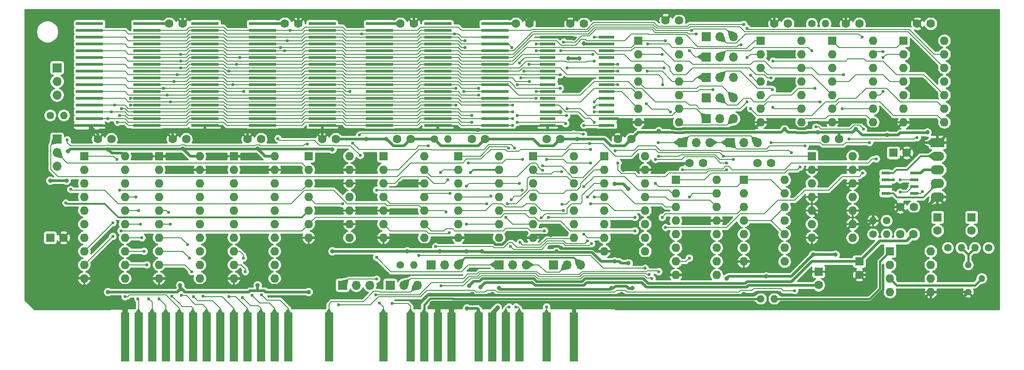
<source format=gbr>
G04 #@! TF.GenerationSoftware,KiCad,Pcbnew,(5.1.8)-1*
G04 #@! TF.CreationDate,2021-03-23T17:38:40+09:00*
G04 #@! TF.ProjectId,EX_MEM_AND_FM,45585f4d-454d-45f4-914e-445f464d2e6b,0.1*
G04 #@! TF.SameCoordinates,PX120bdf8PY82ed558*
G04 #@! TF.FileFunction,Copper,L1,Top*
G04 #@! TF.FilePolarity,Positive*
%FSLAX46Y46*%
G04 Gerber Fmt 4.6, Leading zero omitted, Abs format (unit mm)*
G04 Created by KiCad (PCBNEW (5.1.8)-1) date 2021-03-23 17:38:40*
%MOMM*%
%LPD*%
G01*
G04 APERTURE LIST*
G04 #@! TA.AperFunction,SMDPad,CuDef*
%ADD10C,0.100000*%
G04 #@! TD*
G04 #@! TA.AperFunction,ConnectorPad*
%ADD11R,1.524000X9.144000*%
G04 #@! TD*
G04 #@! TA.AperFunction,ComponentPad*
%ADD12R,1.700000X1.700000*%
G04 #@! TD*
G04 #@! TA.AperFunction,ComponentPad*
%ADD13O,1.700000X1.700000*%
G04 #@! TD*
G04 #@! TA.AperFunction,ComponentPad*
%ADD14R,1.600000X1.600000*%
G04 #@! TD*
G04 #@! TA.AperFunction,ComponentPad*
%ADD15C,1.600000*%
G04 #@! TD*
G04 #@! TA.AperFunction,ComponentPad*
%ADD16O,1.600000X1.600000*%
G04 #@! TD*
G04 #@! TA.AperFunction,ComponentPad*
%ADD17C,1.400000*%
G04 #@! TD*
G04 #@! TA.AperFunction,ComponentPad*
%ADD18O,1.400000X1.400000*%
G04 #@! TD*
G04 #@! TA.AperFunction,ComponentPad*
%ADD19R,2.540000X1.700000*%
G04 #@! TD*
G04 #@! TA.AperFunction,ComponentPad*
%ADD20O,2.540000X1.700000*%
G04 #@! TD*
G04 #@! TA.AperFunction,SMDPad,CuDef*
%ADD21R,1.550000X0.600000*%
G04 #@! TD*
G04 #@! TA.AperFunction,SMDPad,CuDef*
%ADD22R,3.000000X0.600000*%
G04 #@! TD*
G04 #@! TA.AperFunction,ComponentPad*
%ADD23C,1.260000*%
G04 #@! TD*
G04 #@! TA.AperFunction,SMDPad,CuDef*
%ADD24R,5.080000X0.600000*%
G04 #@! TD*
G04 #@! TA.AperFunction,ViaPad*
%ADD25C,0.800000*%
G04 #@! TD*
G04 #@! TA.AperFunction,ViaPad*
%ADD26C,0.600000*%
G04 #@! TD*
G04 #@! TA.AperFunction,Conductor*
%ADD27C,0.500000*%
G04 #@! TD*
G04 #@! TA.AperFunction,Conductor*
%ADD28C,1.000000*%
G04 #@! TD*
G04 #@! TA.AperFunction,Conductor*
%ADD29C,0.800000*%
G04 #@! TD*
G04 #@! TA.AperFunction,Conductor*
%ADD30C,0.200000*%
G04 #@! TD*
G04 #@! TA.AperFunction,Conductor*
%ADD31C,0.400000*%
G04 #@! TD*
G04 #@! TA.AperFunction,Conductor*
%ADD32C,0.300000*%
G04 #@! TD*
G04 #@! TA.AperFunction,Conductor*
%ADD33C,0.254000*%
G04 #@! TD*
G04 #@! TA.AperFunction,Conductor*
%ADD34C,0.100000*%
G04 #@! TD*
G04 APERTURE END LIST*
G04 #@! TA.AperFunction,SMDPad,CuDef*
D10*
G36*
X170045000Y38872000D02*
G01*
X169045000Y39492000D01*
X169045000Y39502000D01*
X170045000Y40122000D01*
X170045000Y38872000D01*
G37*
G04 #@! TD.AperFunction*
G04 #@! TA.AperFunction,SMDPad,CuDef*
G36*
X170848495Y33566612D02*
G01*
X169702982Y33297911D01*
X169695911Y33304982D01*
X169964612Y34450495D01*
X170848495Y33566612D01*
G37*
G04 #@! TD.AperFunction*
G04 #@! TA.AperFunction,SMDPad,CuDef*
G36*
X170721495Y31026612D02*
G01*
X169575982Y30757911D01*
X169568911Y30764982D01*
X169837612Y31910495D01*
X170721495Y31026612D01*
G37*
G04 #@! TD.AperFunction*
G04 #@! TA.AperFunction,SMDPad,CuDef*
G36*
X169791000Y41412000D02*
G01*
X168791000Y42032000D01*
X168791000Y42042000D01*
X169791000Y42662000D01*
X169791000Y41412000D01*
G37*
G04 #@! TD.AperFunction*
G04 #@! TA.AperFunction,SMDPad,CuDef*
G36*
X122547000Y41412000D02*
G01*
X121547000Y42032000D01*
X121547000Y42042000D01*
X122547000Y42662000D01*
X122547000Y41412000D01*
G37*
G04 #@! TD.AperFunction*
G04 #@! TA.AperFunction,SMDPad,CuDef*
G36*
X133057388Y42070495D02*
G01*
X133326089Y40924982D01*
X133319018Y40917911D01*
X132173505Y41186612D01*
X133057388Y42070495D01*
G37*
G04 #@! TD.AperFunction*
G04 #@! TA.AperFunction,SMDPad,CuDef*
G36*
X126992000Y57414000D02*
G01*
X125992000Y58034000D01*
X125992000Y58044000D01*
X126992000Y58664000D01*
X126992000Y57414000D01*
G37*
G04 #@! TD.AperFunction*
G04 #@! TA.AperFunction,SMDPad,CuDef*
G36*
X126911612Y46448505D02*
G01*
X126642911Y47594018D01*
X126649982Y47601089D01*
X127795495Y47332388D01*
X126911612Y46448505D01*
G37*
G04 #@! TD.AperFunction*
G04 #@! TA.AperFunction,SMDPad,CuDef*
G36*
X128913000Y42662000D02*
G01*
X129913000Y42042000D01*
X129913000Y42032000D01*
X128913000Y41412000D01*
X128913000Y42662000D01*
G37*
G04 #@! TD.AperFunction*
G04 #@! TA.AperFunction,SMDPad,CuDef*
G36*
X131437000Y41412000D02*
G01*
X130437000Y42032000D01*
X130437000Y42042000D01*
X131437000Y42662000D01*
X131437000Y41412000D01*
G37*
G04 #@! TD.AperFunction*
G04 #@! TA.AperFunction,SMDPad,CuDef*
G36*
X136436612Y42003505D02*
G01*
X136167911Y43149018D01*
X136174982Y43156089D01*
X137320495Y42887388D01*
X136436612Y42003505D01*
G37*
G04 #@! TD.AperFunction*
G04 #@! TA.AperFunction,SMDPad,CuDef*
G36*
X131152388Y50452495D02*
G01*
X131421089Y49306982D01*
X131414018Y49299911D01*
X130268505Y49568612D01*
X131152388Y50452495D01*
G37*
G04 #@! TD.AperFunction*
G04 #@! TA.AperFunction,SMDPad,CuDef*
G36*
X123283505Y42887388D02*
G01*
X124429018Y43156089D01*
X124436089Y43149018D01*
X124167388Y42003505D01*
X123283505Y42887388D01*
G37*
G04 #@! TD.AperFunction*
G04 #@! TA.AperFunction,SMDPad,CuDef*
G36*
X132875495Y45631612D02*
G01*
X131729982Y45362911D01*
X131722911Y45369982D01*
X131991612Y46515495D01*
X132875495Y45631612D01*
G37*
G04 #@! TD.AperFunction*
G04 #@! TA.AperFunction,SMDPad,CuDef*
G36*
X130268505Y55079388D02*
G01*
X131414018Y55348089D01*
X131421089Y55341018D01*
X131152388Y54195505D01*
X130268505Y55079388D01*
G37*
G04 #@! TD.AperFunction*
G04 #@! TA.AperFunction,SMDPad,CuDef*
G36*
X130268505Y58889388D02*
G01*
X131414018Y59158089D01*
X131421089Y59151018D01*
X131152388Y58005505D01*
X130268505Y58889388D01*
G37*
G04 #@! TD.AperFunction*
G04 #@! TA.AperFunction,SMDPad,CuDef*
G36*
X131152388Y61882495D02*
G01*
X131421089Y60736982D01*
X131414018Y60729911D01*
X130268505Y60998612D01*
X131152388Y61882495D01*
G37*
G04 #@! TD.AperFunction*
G04 #@! TA.AperFunction,SMDPad,CuDef*
G36*
X131991612Y61815505D02*
G01*
X131722911Y62961018D01*
X131729982Y62968089D01*
X132875495Y62699388D01*
X131991612Y61815505D01*
G37*
G04 #@! TD.AperFunction*
G04 #@! TA.AperFunction,SMDPad,CuDef*
G36*
X131991612Y50385505D02*
G01*
X131722911Y51531018D01*
X131729982Y51538089D01*
X132875495Y51269388D01*
X131991612Y50385505D01*
G37*
G04 #@! TD.AperFunction*
G04 #@! TA.AperFunction,SMDPad,CuDef*
G36*
X126992000Y53604000D02*
G01*
X125992000Y54224000D01*
X125992000Y54234000D01*
X126992000Y54854000D01*
X126992000Y53604000D01*
G37*
G04 #@! TD.AperFunction*
G04 #@! TA.AperFunction,SMDPad,CuDef*
G36*
X84592000Y10041000D02*
G01*
X85212000Y11041000D01*
X85222000Y11041000D01*
X85842000Y10041000D01*
X84592000Y10041000D01*
G37*
G04 #@! TD.AperFunction*
G04 #@! TA.AperFunction,SMDPad,CuDef*
G36*
X56652000Y10041000D02*
G01*
X57272000Y11041000D01*
X57282000Y11041000D01*
X57902000Y10041000D01*
X56652000Y10041000D01*
G37*
G04 #@! TD.AperFunction*
G04 #@! TA.AperFunction,SMDPad,CuDef*
G36*
X71892000Y10041000D02*
G01*
X72512000Y11041000D01*
X72522000Y11041000D01*
X73142000Y10041000D01*
X71892000Y10041000D01*
G37*
G04 #@! TD.AperFunction*
G04 #@! TA.AperFunction,SMDPad,CuDef*
G36*
X103416612Y19143505D02*
G01*
X103147911Y20289018D01*
X103154982Y20296089D01*
X104300495Y20027388D01*
X103416612Y19143505D01*
G37*
G04 #@! TD.AperFunction*
G04 #@! TA.AperFunction,SMDPad,CuDef*
G36*
X101760495Y18326612D02*
G01*
X100614982Y18057911D01*
X100607911Y18064982D01*
X100876612Y19210495D01*
X101760495Y18326612D01*
G37*
G04 #@! TD.AperFunction*
G04 #@! TA.AperFunction,SMDPad,CuDef*
G36*
X94623000Y19802000D02*
G01*
X95623000Y19182000D01*
X95623000Y19172000D01*
X94623000Y18552000D01*
X94623000Y19802000D01*
G37*
G04 #@! TD.AperFunction*
G04 #@! TA.AperFunction,SMDPad,CuDef*
G36*
X73820495Y14516612D02*
G01*
X72674982Y14247911D01*
X72667911Y14254982D01*
X72936612Y15400495D01*
X73820495Y14516612D01*
G37*
G04 #@! TD.AperFunction*
G04 #@! TA.AperFunction,SMDPad,CuDef*
G36*
X71213505Y16217388D02*
G01*
X72359018Y16486089D01*
X72366089Y16479018D01*
X72097388Y15333505D01*
X71213505Y16217388D01*
G37*
G04 #@! TD.AperFunction*
D11*
X57277000Y5715000D03*
X72517000Y5715000D03*
X85217000Y5715000D03*
X102997000Y5715000D03*
X97917000Y5715000D03*
X92837000Y5715000D03*
X90297000Y5715000D03*
X87757000Y5715000D03*
X80137000Y5715000D03*
X77597000Y5715000D03*
X75057000Y5715000D03*
X67437000Y5715000D03*
X49657000Y5715000D03*
X47117000Y5715000D03*
X44577000Y5715000D03*
X42037000Y5715000D03*
X39497000Y5715000D03*
X36957000Y5715000D03*
X34417000Y5715000D03*
X31877000Y5715000D03*
X29337000Y5715000D03*
X26797000Y5715000D03*
X24257000Y5715000D03*
X21717000Y5715000D03*
X19177000Y5715000D03*
D12*
X68707000Y15367000D03*
D13*
X71247000Y15367000D03*
X73787000Y15367000D03*
D14*
X148717000Y17907000D03*
D15*
X148717000Y15407000D03*
D14*
X156337000Y19812000D03*
D15*
X156337000Y17312000D03*
D14*
X170942000Y28067000D03*
D15*
X170942000Y25567000D03*
D14*
X177292000Y28067000D03*
D15*
X177292000Y25567000D03*
D14*
X162052000Y21717000D03*
D16*
X169672000Y14097000D03*
X162052000Y19177000D03*
X169672000Y16637000D03*
X162052000Y16637000D03*
X169672000Y19177000D03*
X162052000Y14097000D03*
X169672000Y21717000D03*
D14*
X162687000Y40132000D03*
D15*
X165187000Y40132000D03*
X163957000Y24892000D03*
X166457000Y24892000D03*
D14*
X95377000Y39497000D03*
D16*
X102997000Y24257000D03*
X95377000Y36957000D03*
X102997000Y26797000D03*
X95377000Y34417000D03*
X102997000Y29337000D03*
X95377000Y31877000D03*
X102997000Y31877000D03*
X95377000Y29337000D03*
X102997000Y34417000D03*
X95377000Y26797000D03*
X102997000Y36957000D03*
X95377000Y24257000D03*
X102997000Y39497000D03*
D17*
X161417000Y27432000D03*
D18*
X158877000Y27432000D03*
D17*
X158877000Y24892000D03*
D18*
X161417000Y24892000D03*
D14*
X134747000Y35052000D03*
D16*
X142367000Y19812000D03*
X134747000Y32512000D03*
X142367000Y22352000D03*
X134747000Y29972000D03*
X142367000Y24892000D03*
X134747000Y27432000D03*
X142367000Y27432000D03*
X134747000Y24892000D03*
X142367000Y29972000D03*
X134747000Y22352000D03*
X142367000Y32512000D03*
X134747000Y19812000D03*
X142367000Y35052000D03*
D17*
X137922000Y12827000D03*
D18*
X140462000Y12827000D03*
D14*
X115062000Y61087000D03*
D16*
X122682000Y45847000D03*
X115062000Y58547000D03*
X122682000Y48387000D03*
X115062000Y56007000D03*
X122682000Y50927000D03*
X115062000Y53467000D03*
X122682000Y53467000D03*
X115062000Y50927000D03*
X122682000Y56007000D03*
X115062000Y48387000D03*
X122682000Y58547000D03*
X115062000Y45847000D03*
X122682000Y61087000D03*
D12*
X127762000Y46482000D03*
D13*
X130302000Y46482000D03*
X132842000Y46482000D03*
D19*
X170942000Y42037000D03*
D20*
X170942000Y39497000D03*
X170942000Y36957000D03*
X170942000Y34417000D03*
X170942000Y31877000D03*
D21*
X161257000Y36322000D03*
X161257000Y35052000D03*
X161257000Y33782000D03*
X161257000Y32512000D03*
X166657000Y32512000D03*
X166657000Y33782000D03*
X166657000Y35052000D03*
X166657000Y36322000D03*
D22*
X98132000Y45212000D03*
X109132000Y45212000D03*
X98132000Y46482000D03*
X109132000Y46482000D03*
X98132000Y47752000D03*
X109132000Y47752000D03*
X98132000Y49022000D03*
X109132000Y49022000D03*
X98132000Y50292000D03*
X109132000Y50292000D03*
X98132000Y51562000D03*
X109132000Y51562000D03*
X98132000Y52832000D03*
X109132000Y52832000D03*
X98132000Y54102000D03*
X109132000Y54102000D03*
X98132000Y55372000D03*
X109132000Y55372000D03*
X98132000Y56642000D03*
X109132000Y56642000D03*
X98132000Y57912000D03*
X109132000Y57912000D03*
X98132000Y59182000D03*
X109132000Y59182000D03*
X98132000Y60452000D03*
X109132000Y60452000D03*
X98132000Y61722000D03*
X109132000Y61722000D03*
D14*
X147447000Y39497000D03*
D16*
X155067000Y24257000D03*
X147447000Y36957000D03*
X155067000Y26797000D03*
X147447000Y34417000D03*
X155067000Y29337000D03*
X147447000Y31877000D03*
X155067000Y31877000D03*
X147447000Y29337000D03*
X155067000Y34417000D03*
X147447000Y26797000D03*
X155067000Y36957000D03*
X147447000Y24257000D03*
X155067000Y39497000D03*
D14*
X151257000Y61087000D03*
D16*
X158877000Y45847000D03*
X151257000Y58547000D03*
X158877000Y48387000D03*
X151257000Y56007000D03*
X158877000Y50927000D03*
X151257000Y53467000D03*
X158877000Y53467000D03*
X151257000Y50927000D03*
X158877000Y56007000D03*
X151257000Y48387000D03*
X158877000Y58547000D03*
X151257000Y45847000D03*
X158877000Y61087000D03*
D14*
X164592000Y61087000D03*
D16*
X172212000Y45847000D03*
X164592000Y58547000D03*
X172212000Y48387000D03*
X164592000Y56007000D03*
X172212000Y50927000D03*
X164592000Y53467000D03*
X172212000Y53467000D03*
X164592000Y50927000D03*
X172212000Y56007000D03*
X164592000Y48387000D03*
X172212000Y58547000D03*
X164592000Y45847000D03*
X172212000Y61087000D03*
D14*
X137922000Y61087000D03*
D16*
X145542000Y45847000D03*
X137922000Y58547000D03*
X145542000Y48387000D03*
X137922000Y56007000D03*
X145542000Y50927000D03*
X137922000Y53467000D03*
X145542000Y53467000D03*
X137922000Y50927000D03*
X145542000Y56007000D03*
X137922000Y48387000D03*
X145542000Y58547000D03*
X137922000Y45847000D03*
X145542000Y61087000D03*
D14*
X122047000Y35052000D03*
D16*
X129667000Y17272000D03*
X122047000Y32512000D03*
X129667000Y19812000D03*
X122047000Y29972000D03*
X129667000Y22352000D03*
X122047000Y27432000D03*
X129667000Y24892000D03*
X122047000Y24892000D03*
X129667000Y27432000D03*
X122047000Y22352000D03*
X129667000Y29972000D03*
X122047000Y19812000D03*
X129667000Y32512000D03*
X122047000Y17272000D03*
X129667000Y35052000D03*
D23*
X176657000Y14097000D03*
X179197000Y16637000D03*
X176657000Y19177000D03*
D17*
X147447000Y64262000D03*
D18*
X149987000Y64262000D03*
D17*
X172847000Y22352000D03*
D18*
X175387000Y22352000D03*
D17*
X180467000Y22352000D03*
D18*
X177927000Y22352000D03*
D12*
X59817000Y15367000D03*
D13*
X62357000Y15367000D03*
X64897000Y15367000D03*
D12*
X132207000Y42037000D03*
D13*
X134747000Y42037000D03*
X137287000Y42037000D03*
D12*
X123317000Y42037000D03*
D13*
X125857000Y42037000D03*
X128397000Y42037000D03*
D12*
X127762000Y61849000D03*
D13*
X130302000Y61849000D03*
X132842000Y61849000D03*
D12*
X127762000Y58039000D03*
D13*
X130302000Y58039000D03*
X132842000Y58039000D03*
D12*
X127762000Y54229000D03*
D13*
X130302000Y54229000D03*
X132842000Y54229000D03*
D12*
X127762000Y50419000D03*
D13*
X130302000Y50419000D03*
X132842000Y50419000D03*
D15*
X166497000Y29972000D03*
X163997000Y29972000D03*
X104902000Y64262000D03*
X102402000Y64262000D03*
X122642000Y64897000D03*
X120142000Y64897000D03*
X139827000Y38227000D03*
X137327000Y38227000D03*
X152527000Y42672000D03*
X150027000Y42672000D03*
X156337000Y64262000D03*
X153837000Y64262000D03*
X169672000Y64262000D03*
X167172000Y64262000D03*
X143002000Y64262000D03*
X140502000Y64262000D03*
X127127000Y38227000D03*
X124627000Y38227000D03*
D14*
X108712000Y39497000D03*
D16*
X116332000Y21717000D03*
X108712000Y36957000D03*
X116332000Y24257000D03*
X108712000Y34417000D03*
X116332000Y26797000D03*
X108712000Y31877000D03*
X116332000Y29337000D03*
X108712000Y29337000D03*
X116332000Y31877000D03*
X108712000Y26797000D03*
X116332000Y34417000D03*
X108712000Y24257000D03*
X116332000Y36957000D03*
X108712000Y21717000D03*
X116332000Y39497000D03*
D14*
X81407000Y39497000D03*
D16*
X89027000Y24257000D03*
X81407000Y36957000D03*
X89027000Y26797000D03*
X81407000Y34417000D03*
X89027000Y29337000D03*
X81407000Y31877000D03*
X89027000Y31877000D03*
X81407000Y29337000D03*
X89027000Y34417000D03*
X81407000Y26797000D03*
X89027000Y36957000D03*
X81407000Y24257000D03*
X89027000Y39497000D03*
D14*
X67437000Y39497000D03*
D16*
X75057000Y24257000D03*
X67437000Y36957000D03*
X75057000Y26797000D03*
X67437000Y34417000D03*
X75057000Y29337000D03*
X67437000Y31877000D03*
X75057000Y31877000D03*
X67437000Y29337000D03*
X75057000Y34417000D03*
X67437000Y26797000D03*
X75057000Y36957000D03*
X67437000Y24257000D03*
X75057000Y39497000D03*
D14*
X53467000Y39497000D03*
D16*
X61087000Y24257000D03*
X53467000Y36957000D03*
X61087000Y26797000D03*
X53467000Y34417000D03*
X61087000Y29337000D03*
X53467000Y31877000D03*
X61087000Y31877000D03*
X53467000Y29337000D03*
X61087000Y34417000D03*
X53467000Y26797000D03*
X61087000Y36957000D03*
X53467000Y24257000D03*
X61087000Y39497000D03*
D14*
X39497000Y39497000D03*
D16*
X47117000Y16637000D03*
X39497000Y36957000D03*
X47117000Y19177000D03*
X39497000Y34417000D03*
X47117000Y21717000D03*
X39497000Y31877000D03*
X47117000Y24257000D03*
X39497000Y29337000D03*
X47117000Y26797000D03*
X39497000Y26797000D03*
X47117000Y29337000D03*
X39497000Y24257000D03*
X47117000Y31877000D03*
X39497000Y21717000D03*
X47117000Y34417000D03*
X39497000Y19177000D03*
X47117000Y36957000D03*
X39497000Y16637000D03*
X47117000Y39497000D03*
D14*
X25527000Y39497000D03*
D16*
X33147000Y16637000D03*
X25527000Y36957000D03*
X33147000Y19177000D03*
X25527000Y34417000D03*
X33147000Y21717000D03*
X25527000Y31877000D03*
X33147000Y24257000D03*
X25527000Y29337000D03*
X33147000Y26797000D03*
X25527000Y26797000D03*
X33147000Y29337000D03*
X25527000Y24257000D03*
X33147000Y31877000D03*
X25527000Y21717000D03*
X33147000Y34417000D03*
X25527000Y19177000D03*
X33147000Y36957000D03*
X25527000Y16637000D03*
X33147000Y39497000D03*
D14*
X11557000Y39497000D03*
D16*
X19177000Y16637000D03*
X11557000Y36957000D03*
X19177000Y19177000D03*
X11557000Y34417000D03*
X19177000Y21717000D03*
X11557000Y31877000D03*
X19177000Y24257000D03*
X11557000Y29337000D03*
X19177000Y26797000D03*
X11557000Y26797000D03*
X19177000Y29337000D03*
X11557000Y24257000D03*
X19177000Y31877000D03*
X11557000Y21717000D03*
X19177000Y34417000D03*
X11557000Y19177000D03*
X19177000Y36957000D03*
X11557000Y16637000D03*
X19177000Y39497000D03*
G04 #@! TA.AperFunction,SMDPad,CuDef*
D10*
G36*
X97292000Y9914000D02*
G01*
X97912000Y10914000D01*
X97922000Y10914000D01*
X98542000Y9914000D01*
X97292000Y9914000D01*
G37*
G04 #@! TD.AperFunction*
G04 #@! TA.AperFunction,SMDPad,CuDef*
G36*
X92212000Y10041000D02*
G01*
X92832000Y11041000D01*
X92842000Y11041000D01*
X93462000Y10041000D01*
X92212000Y10041000D01*
G37*
G04 #@! TD.AperFunction*
G04 #@! TA.AperFunction,SMDPad,CuDef*
G36*
X89672000Y10041000D02*
G01*
X90292000Y11041000D01*
X90302000Y11041000D01*
X90922000Y10041000D01*
X89672000Y10041000D01*
G37*
G04 #@! TD.AperFunction*
G04 #@! TA.AperFunction,SMDPad,CuDef*
G36*
X74432000Y10041000D02*
G01*
X75052000Y11041000D01*
X75062000Y11041000D01*
X75682000Y10041000D01*
X74432000Y10041000D01*
G37*
G04 #@! TD.AperFunction*
G04 #@! TA.AperFunction,SMDPad,CuDef*
G36*
X66812000Y10041000D02*
G01*
X67432000Y11041000D01*
X67442000Y11041000D01*
X68062000Y10041000D01*
X66812000Y10041000D01*
G37*
G04 #@! TD.AperFunction*
G04 #@! TA.AperFunction,SMDPad,CuDef*
G36*
X49032000Y10041000D02*
G01*
X49652000Y11041000D01*
X49662000Y11041000D01*
X50282000Y10041000D01*
X49032000Y10041000D01*
G37*
G04 #@! TD.AperFunction*
G04 #@! TA.AperFunction,SMDPad,CuDef*
G36*
X46492000Y10041000D02*
G01*
X47112000Y11041000D01*
X47122000Y11041000D01*
X47742000Y10041000D01*
X46492000Y10041000D01*
G37*
G04 #@! TD.AperFunction*
G04 #@! TA.AperFunction,SMDPad,CuDef*
G36*
X43952000Y10041000D02*
G01*
X44572000Y11041000D01*
X44582000Y11041000D01*
X45202000Y10041000D01*
X43952000Y10041000D01*
G37*
G04 #@! TD.AperFunction*
G04 #@! TA.AperFunction,SMDPad,CuDef*
G36*
X41412000Y10041000D02*
G01*
X42032000Y11041000D01*
X42042000Y11041000D01*
X42662000Y10041000D01*
X41412000Y10041000D01*
G37*
G04 #@! TD.AperFunction*
G04 #@! TA.AperFunction,SMDPad,CuDef*
G36*
X38872000Y10041000D02*
G01*
X39492000Y11041000D01*
X39502000Y11041000D01*
X40122000Y10041000D01*
X38872000Y10041000D01*
G37*
G04 #@! TD.AperFunction*
G04 #@! TA.AperFunction,SMDPad,CuDef*
G36*
X36332000Y10041000D02*
G01*
X36952000Y11041000D01*
X36962000Y11041000D01*
X37582000Y10041000D01*
X36332000Y10041000D01*
G37*
G04 #@! TD.AperFunction*
G04 #@! TA.AperFunction,SMDPad,CuDef*
G36*
X33792000Y10041000D02*
G01*
X34412000Y11041000D01*
X34422000Y11041000D01*
X35042000Y10041000D01*
X33792000Y10041000D01*
G37*
G04 #@! TD.AperFunction*
G04 #@! TA.AperFunction,SMDPad,CuDef*
G36*
X31252000Y10041000D02*
G01*
X31872000Y11041000D01*
X31882000Y11041000D01*
X32502000Y10041000D01*
X31252000Y10041000D01*
G37*
G04 #@! TD.AperFunction*
G04 #@! TA.AperFunction,SMDPad,CuDef*
G36*
X28712000Y10041000D02*
G01*
X29332000Y11041000D01*
X29342000Y11041000D01*
X29962000Y10041000D01*
X28712000Y10041000D01*
G37*
G04 #@! TD.AperFunction*
G04 #@! TA.AperFunction,SMDPad,CuDef*
G36*
X26172000Y10041000D02*
G01*
X26792000Y11041000D01*
X26802000Y11041000D01*
X27422000Y10041000D01*
X26172000Y10041000D01*
G37*
G04 #@! TD.AperFunction*
G04 #@! TA.AperFunction,SMDPad,CuDef*
G36*
X23632000Y10041000D02*
G01*
X24252000Y11041000D01*
X24262000Y11041000D01*
X24882000Y10041000D01*
X23632000Y10041000D01*
G37*
G04 #@! TD.AperFunction*
G04 #@! TA.AperFunction,SMDPad,CuDef*
G36*
X21092000Y10041000D02*
G01*
X21712000Y11041000D01*
X21722000Y11041000D01*
X22342000Y10041000D01*
X21092000Y10041000D01*
G37*
G04 #@! TD.AperFunction*
G04 #@! TA.AperFunction,SMDPad,CuDef*
G36*
X88257000Y18552000D02*
G01*
X87257000Y19172000D01*
X87257000Y19182000D01*
X88257000Y19802000D01*
X88257000Y18552000D01*
G37*
G04 #@! TD.AperFunction*
G04 #@! TA.AperFunction,SMDPad,CuDef*
G36*
X81373505Y20027388D02*
G01*
X82519018Y20296089D01*
X82526089Y20289018D01*
X82257388Y19143505D01*
X81373505Y20027388D01*
G37*
G04 #@! TD.AperFunction*
G04 #@! TA.AperFunction,SMDPad,CuDef*
G36*
X59783505Y16217388D02*
G01*
X60929018Y16486089D01*
X60936089Y16479018D01*
X60667388Y15333505D01*
X59783505Y16217388D01*
G37*
G04 #@! TD.AperFunction*
G04 #@! TA.AperFunction,SMDPad,CuDef*
G36*
X6510495Y41821612D02*
G01*
X5364982Y41552911D01*
X5357911Y41559982D01*
X5626612Y42705495D01*
X6510495Y41821612D01*
G37*
G04 #@! TD.AperFunction*
G04 #@! TA.AperFunction,SMDPad,CuDef*
G36*
X7327388Y40165495D02*
G01*
X7596089Y39019982D01*
X7589018Y39012911D01*
X6443505Y39281612D01*
X7327388Y40165495D01*
G37*
G04 #@! TD.AperFunction*
D24*
X77597000Y45212000D03*
X88287000Y45212000D03*
X77597000Y46482000D03*
X88287000Y46482000D03*
X77597000Y47752000D03*
X88287000Y47752000D03*
X77597000Y49022000D03*
X88287000Y49022000D03*
X77597000Y50292000D03*
X88287000Y50292000D03*
X77597000Y51562000D03*
X88287000Y51562000D03*
X77597000Y52832000D03*
X88287000Y52832000D03*
X77597000Y54102000D03*
X88287000Y54102000D03*
X77597000Y55372000D03*
X88287000Y55372000D03*
X77597000Y56642000D03*
X88287000Y56642000D03*
X77597000Y57912000D03*
X88287000Y57912000D03*
X77597000Y59182000D03*
X88287000Y59182000D03*
X77597000Y60452000D03*
X88287000Y60452000D03*
X77597000Y61722000D03*
X88287000Y61722000D03*
X77597000Y62992000D03*
X88287000Y62992000D03*
X77597000Y64262000D03*
X88287000Y64262000D03*
X56007000Y45212000D03*
X66697000Y45212000D03*
X56007000Y46482000D03*
X66697000Y46482000D03*
X56007000Y47752000D03*
X66697000Y47752000D03*
X56007000Y49022000D03*
X66697000Y49022000D03*
X56007000Y50292000D03*
X66697000Y50292000D03*
X56007000Y51562000D03*
X66697000Y51562000D03*
X56007000Y52832000D03*
X66697000Y52832000D03*
X56007000Y54102000D03*
X66697000Y54102000D03*
X56007000Y55372000D03*
X66697000Y55372000D03*
X56007000Y56642000D03*
X66697000Y56642000D03*
X56007000Y57912000D03*
X66697000Y57912000D03*
X56007000Y59182000D03*
X66697000Y59182000D03*
X56007000Y60452000D03*
X66697000Y60452000D03*
X56007000Y61722000D03*
X66697000Y61722000D03*
X56007000Y62992000D03*
X66697000Y62992000D03*
X56007000Y64262000D03*
X66697000Y64262000D03*
X34152000Y45212000D03*
X44842000Y45212000D03*
X34152000Y46482000D03*
X44842000Y46482000D03*
X34152000Y47752000D03*
X44842000Y47752000D03*
X34152000Y49022000D03*
X44842000Y49022000D03*
X34152000Y50292000D03*
X44842000Y50292000D03*
X34152000Y51562000D03*
X44842000Y51562000D03*
X34152000Y52832000D03*
X44842000Y52832000D03*
X34152000Y54102000D03*
X44842000Y54102000D03*
X34152000Y55372000D03*
X44842000Y55372000D03*
X34152000Y56642000D03*
X44842000Y56642000D03*
X34152000Y57912000D03*
X44842000Y57912000D03*
X34152000Y59182000D03*
X44842000Y59182000D03*
X34152000Y60452000D03*
X44842000Y60452000D03*
X34152000Y61722000D03*
X44842000Y61722000D03*
X34152000Y62992000D03*
X44842000Y62992000D03*
X34152000Y64262000D03*
X44842000Y64262000D03*
X12562000Y45212000D03*
X23252000Y45212000D03*
X12562000Y46482000D03*
X23252000Y46482000D03*
X12562000Y47752000D03*
X23252000Y47752000D03*
X12562000Y49022000D03*
X23252000Y49022000D03*
X12562000Y50292000D03*
X23252000Y50292000D03*
X12562000Y51562000D03*
X23252000Y51562000D03*
X12562000Y52832000D03*
X23252000Y52832000D03*
X12562000Y54102000D03*
X23252000Y54102000D03*
X12562000Y55372000D03*
X23252000Y55372000D03*
X12562000Y56642000D03*
X23252000Y56642000D03*
X12562000Y57912000D03*
X23252000Y57912000D03*
X12562000Y59182000D03*
X23252000Y59182000D03*
X12562000Y60452000D03*
X23252000Y60452000D03*
X12562000Y61722000D03*
X23252000Y61722000D03*
X12562000Y62992000D03*
X23252000Y62992000D03*
X12562000Y64262000D03*
X23252000Y64262000D03*
D17*
X70612000Y19177000D03*
D18*
X73152000Y19177000D03*
D17*
X76962000Y42672000D03*
D18*
X79502000Y42672000D03*
D17*
X5207000Y47117000D03*
D18*
X7747000Y47117000D03*
D12*
X99187000Y19177000D03*
D13*
X101727000Y19177000D03*
X104267000Y19177000D03*
D12*
X89027000Y19177000D03*
D13*
X91567000Y19177000D03*
X94107000Y19177000D03*
D12*
X76327000Y19177000D03*
D13*
X78867000Y19177000D03*
X81407000Y19177000D03*
D12*
X6477000Y42672000D03*
D13*
X6477000Y40132000D03*
X6477000Y37592000D03*
D12*
X6477000Y56007000D03*
D13*
X6477000Y53467000D03*
X6477000Y50927000D03*
D15*
X92202000Y64262000D03*
X94702000Y64262000D03*
X70612000Y64262000D03*
X73112000Y64262000D03*
X49022000Y64262000D03*
X51522000Y64262000D03*
X27432000Y64262000D03*
X29932000Y64262000D03*
X86447000Y42672000D03*
X83947000Y42672000D03*
X113792000Y42672000D03*
X111292000Y42672000D03*
X100457000Y42672000D03*
X97957000Y42672000D03*
X72517000Y42672000D03*
X70017000Y42672000D03*
X58547000Y42672000D03*
X56047000Y42672000D03*
X44577000Y42672000D03*
X42077000Y42672000D03*
X30607000Y42672000D03*
X28107000Y42672000D03*
X16637000Y42672000D03*
X14137000Y42672000D03*
D14*
X5207000Y24257000D03*
D15*
X7707000Y24257000D03*
D25*
X14732000Y16637000D03*
X28702000Y36957000D03*
X28702000Y16637000D03*
X7707000Y16677000D03*
X28702000Y39497000D03*
X42672000Y39497000D03*
X42672000Y36957000D03*
X42672000Y16637000D03*
X56642000Y24257000D03*
X56642000Y36957000D03*
X53467000Y16637000D03*
X70612000Y24257000D03*
X84582000Y24257000D03*
X98679000Y24765000D03*
X70612000Y29337000D03*
X70612000Y34417000D03*
X76469242Y11953242D03*
X74168000Y11938000D03*
X37249999Y44361999D03*
X85128999Y44361999D03*
D26*
X102997000Y44831000D03*
D25*
X102997000Y61468000D03*
X141097000Y45847000D03*
X154432000Y45847000D03*
X167767000Y45847000D03*
X102997000Y52832000D03*
X167767000Y58547000D03*
X167767000Y53467000D03*
X141097000Y53467000D03*
X141097000Y58547000D03*
X87757000Y11938000D03*
X84074000Y11938000D03*
X111887000Y21717000D03*
X98552000Y22479000D03*
X112268000Y36957000D03*
X164973000Y33782000D03*
X150368000Y24257000D03*
X138303000Y19812000D03*
X125603000Y17272000D03*
X134747000Y11938000D03*
X134747000Y13716000D03*
X111887000Y11938000D03*
X111887000Y13716000D03*
X117602000Y45847000D03*
X134747000Y44958000D03*
X146177000Y11938000D03*
X146177000Y13716000D03*
X87757000Y13716000D03*
X84074000Y13716000D03*
X125603000Y27432000D03*
X150368000Y36957000D03*
X84516990Y18284980D03*
X74295000Y44577000D03*
X112268000Y26797000D03*
X16002000Y14097000D03*
X53467000Y14097000D03*
X29464000Y15367000D03*
X43942000Y15367000D03*
X57912000Y21717000D03*
X71882000Y21717000D03*
X85852000Y21717000D03*
X99822000Y21717000D03*
X29972000Y40894000D03*
X43942000Y40894000D03*
X57912000Y40767000D03*
X5207000Y34925000D03*
X8255000Y34925000D03*
X8509000Y40386000D03*
X16002000Y40767000D03*
X82931000Y21717000D03*
X104902000Y60579000D03*
X100457000Y47752000D03*
X142367000Y44577000D03*
X169037000Y43942000D03*
X155702000Y44577000D03*
X104013000Y57785000D03*
X101981000Y57785000D03*
X118872000Y44196000D03*
X64262000Y42672000D03*
X67945000Y42672000D03*
X77978000Y21717000D03*
X88773000Y11176000D03*
X103632000Y42672000D03*
X113222010Y19492990D03*
X131572000Y16637000D03*
X138956999Y17036999D03*
X151892000Y21082000D03*
X110617000Y19812000D03*
X110617000Y34290000D03*
X113222010Y33339010D03*
X89084501Y14789501D03*
X110039501Y14789501D03*
X148628991Y43980991D03*
X147714018Y21068982D03*
X161544000Y43434000D03*
X113982500Y14795500D03*
D26*
X97155000Y36830000D03*
X96901000Y27940000D03*
X86741000Y30607000D03*
X66167000Y16510000D03*
X66040000Y13589000D03*
X118237000Y34417000D03*
X117094000Y17399000D03*
X59817000Y30607000D03*
X59055000Y11684000D03*
X144272000Y14351000D03*
X41275000Y20447000D03*
X31242000Y20447000D03*
X27686000Y26797000D03*
X23241000Y19177000D03*
X22352000Y24257000D03*
X21717000Y29337000D03*
X97917000Y11303000D03*
X97536000Y25527000D03*
X92202000Y11303000D03*
X93345000Y33147000D03*
X66167000Y33147000D03*
X90932000Y11303000D03*
X90551000Y30607000D03*
X66675000Y12065000D03*
X44704000Y13589000D03*
X41656000Y17907000D03*
X42926000Y13462000D03*
X41148000Y13081000D03*
X38608000Y13208000D03*
X33782000Y13335000D03*
X31623000Y17907000D03*
X32004000Y13208000D03*
X30861000Y22987000D03*
X29718000Y13462000D03*
X27305000Y28956000D03*
X27940000Y13335000D03*
X19177000Y13208000D03*
X25527000Y12827000D03*
X22733000Y21717000D03*
X23622000Y12827000D03*
X22098000Y26797000D03*
X21590000Y12827000D03*
X21209000Y31877000D03*
X77216000Y22606000D03*
X61722000Y41910000D03*
X61214000Y51562000D03*
X75819000Y41402000D03*
X105537000Y23622000D03*
X78105000Y36449000D03*
X83693000Y36449000D03*
X90297000Y28067000D03*
X41402000Y51562000D03*
X47752000Y42799000D03*
X63119000Y39624000D03*
X66167000Y20574000D03*
X90805000Y41021000D03*
X100838000Y30480000D03*
X106807000Y47752000D03*
X130937000Y39497000D03*
X124587000Y31877000D03*
X124587000Y20447000D03*
X106002990Y41867990D03*
X8128000Y30734000D03*
X80772000Y62357000D03*
X17653000Y38862000D03*
X18415000Y25527000D03*
X114427000Y25527000D03*
X16891000Y24511000D03*
X20193000Y50292000D03*
X96012000Y51562000D03*
X96012000Y50292000D03*
X16891000Y27051000D03*
X20193000Y49022000D03*
X91567000Y49022000D03*
X92456000Y52832000D03*
X18542000Y48387000D03*
X91567000Y47752000D03*
X93091000Y54102000D03*
X18161000Y47117000D03*
X91567000Y46482000D03*
X93726000Y55372000D03*
X17780000Y45847000D03*
X91567000Y45212000D03*
X94615000Y56642000D03*
X16002000Y46482000D03*
X83947000Y45847000D03*
X92837000Y56896000D03*
X16637000Y47752000D03*
X83947000Y47117000D03*
X96012000Y59182000D03*
X17272000Y49022000D03*
X96012000Y60452000D03*
X81026000Y49022000D03*
X18161000Y33147000D03*
X29591000Y58547000D03*
X125090021Y62996979D03*
X29591000Y57277000D03*
X124587000Y59182000D03*
X120142000Y61087000D03*
X29591000Y56007000D03*
X106807000Y57277000D03*
X116713000Y55372000D03*
X28956000Y54737000D03*
X100457000Y54737000D03*
X101727000Y56007000D03*
X119888000Y56007000D03*
X28321000Y53467000D03*
X101727000Y48387000D03*
X100457000Y52197000D03*
X26416000Y52197000D03*
X85217000Y52197000D03*
X92456000Y47117000D03*
X101661999Y47051999D03*
X105537000Y31877000D03*
X27051000Y50927000D03*
X85217000Y50927000D03*
X92456000Y45847000D03*
X101473000Y45593000D03*
X104902000Y33782000D03*
X27686000Y49657000D03*
X50038000Y62992000D03*
X134747000Y64135000D03*
X49530000Y61087000D03*
X82677000Y61087000D03*
X135382000Y63373000D03*
X101092000Y60833000D03*
X125857000Y62357000D03*
X49022000Y59182000D03*
X48260000Y59817000D03*
X82677000Y59817000D03*
X100584000Y59182000D03*
X140208000Y57277000D03*
X139827000Y54102000D03*
X38608000Y55372000D03*
X119634000Y52832000D03*
X136017000Y48387000D03*
X39370000Y52832000D03*
X135382000Y57912000D03*
X135382000Y49657000D03*
X40005000Y56642000D03*
X106553000Y58547000D03*
X116840000Y60452000D03*
X40640000Y57912000D03*
X136017000Y54610000D03*
X134239000Y60325000D03*
X8382000Y42545000D03*
X53213000Y41783000D03*
X79502000Y35052000D03*
X83312000Y38227000D03*
X93472000Y38862000D03*
X97155000Y37719000D03*
X63373000Y62357000D03*
X82931000Y26797000D03*
X79756000Y25146000D03*
X106172000Y40767000D03*
X106807000Y31877000D03*
X91313000Y31369000D03*
X94742000Y53467000D03*
X98298000Y28067000D03*
X114427000Y28067000D03*
X91440000Y59817000D03*
X97917000Y38862000D03*
X106172000Y30607000D03*
X106172000Y38227000D03*
X87503000Y32004000D03*
X91166990Y22625010D03*
X81026000Y52197000D03*
X106299000Y23114000D03*
X82423000Y51562000D03*
X101092000Y29337000D03*
X104902000Y24892000D03*
X9017000Y33274000D03*
X79121000Y29083000D03*
X62992000Y43434000D03*
X104902000Y45212000D03*
X104798013Y43584013D03*
X91948000Y41021000D03*
X92964000Y23368000D03*
X92837000Y34417000D03*
X82931000Y33909000D03*
X79883000Y32512000D03*
X100711000Y36576000D03*
X74041000Y20955000D03*
X116332000Y18542000D03*
X78232000Y15240000D03*
X119507000Y28067000D03*
X117602000Y16637000D03*
X111252000Y52832000D03*
X118745000Y42037000D03*
X157099000Y44577000D03*
X148209000Y44958000D03*
X145288000Y37465000D03*
X106807000Y49657000D03*
X118237000Y38862000D03*
X131572000Y38227000D03*
X106807000Y48641000D03*
X111252000Y38227000D03*
X131572000Y36957000D03*
X168148000Y32893000D03*
X153416000Y54737000D03*
X154432000Y42672000D03*
X167132000Y42926000D03*
X160782000Y57912000D03*
X160782000Y51562000D03*
X106807000Y45847000D03*
X143637000Y40132000D03*
X110744000Y40513000D03*
X106807000Y61722000D03*
X118872000Y39497000D03*
X132842000Y38862000D03*
X129024999Y51935999D03*
X119507000Y58547000D03*
X148082000Y52197000D03*
X140081000Y51943000D03*
X140208000Y48641000D03*
X147447000Y59182000D03*
X156845000Y61722000D03*
X146177000Y41402000D03*
X153162000Y48387000D03*
X148971000Y49657000D03*
X111252000Y55372000D03*
X163957000Y35052000D03*
X123317000Y36957000D03*
X159512000Y38989000D03*
X111252000Y56642000D03*
X116586000Y49276000D03*
X121031000Y47752000D03*
X163957000Y32766000D03*
X139827000Y42037000D03*
X158242000Y42037000D03*
X162687000Y35052000D03*
D25*
X83058000Y11049000D03*
X83439000Y15240000D03*
X85598000Y14986000D03*
D26*
X69088000Y11938000D03*
X118872000Y17907000D03*
X120142000Y26162000D03*
X156972000Y36322000D03*
X160782000Y59055000D03*
D27*
X28702000Y36957000D02*
X33147000Y36957000D01*
X14732000Y16637000D02*
X11557000Y16637000D01*
X28702000Y16637000D02*
X25527000Y16637000D01*
X11517000Y16677000D02*
X11557000Y16637000D01*
X7707000Y16677000D02*
X11517000Y16677000D01*
X14137000Y43637000D02*
X12562000Y45212000D01*
X14137000Y42672000D02*
X14137000Y43637000D01*
X25527000Y39497000D02*
X28702000Y39497000D01*
X39497000Y39497000D02*
X42672000Y39497000D01*
X47117000Y36957000D02*
X42672000Y36957000D01*
X42672000Y39497000D02*
X42672000Y39497000D01*
X42672000Y36957000D02*
X42672000Y36957000D01*
X39497000Y16637000D02*
X42672000Y16637000D01*
X21175002Y16637000D02*
X25527000Y16637000D01*
X19825001Y15286999D02*
X21175002Y16637000D01*
X18528999Y15286999D02*
X19825001Y15286999D01*
X17178998Y16637000D02*
X18528999Y15286999D01*
X14732000Y16637000D02*
X17178998Y16637000D01*
X35145002Y16637000D02*
X39497000Y16637000D01*
X33795001Y15286999D02*
X35145002Y16637000D01*
X31148998Y16637000D02*
X32498999Y15286999D01*
X32498999Y15286999D02*
X33795001Y15286999D01*
X28702000Y16637000D02*
X31148998Y16637000D01*
X56642000Y24257000D02*
X53467000Y24257000D01*
X61087000Y36957000D02*
X56642000Y36957000D01*
X47765001Y15286999D02*
X49115002Y16637000D01*
X46468999Y15286999D02*
X47765001Y15286999D01*
X45118998Y16637000D02*
X46468999Y15286999D01*
X49115002Y16637000D02*
X53467000Y16637000D01*
X42672000Y16637000D02*
X45118998Y16637000D01*
X53467000Y16637000D02*
X53467000Y16637000D01*
X26417001Y44361999D02*
X25946999Y44361999D01*
X14137000Y43982000D02*
X14137000Y42672000D01*
X14516999Y44361999D02*
X14137000Y43982000D01*
X25946999Y44361999D02*
X14516999Y44361999D01*
X12562000Y45212000D02*
X3302000Y45212000D01*
X3302000Y28662000D02*
X7707000Y24257000D01*
X3302000Y45212000D02*
X3302000Y28662000D01*
X45847000Y44361999D02*
X57696999Y44361999D01*
X57696999Y44361999D02*
X63716999Y44361999D01*
X70612000Y24257000D02*
X67437000Y24257000D01*
X84582000Y24257000D02*
X81407000Y24257000D01*
X70612000Y29337000D02*
X67437000Y29337000D01*
X75057000Y34417000D02*
X70612000Y34417000D01*
X70612000Y34417000D02*
X70612000Y34417000D01*
X3302000Y45212000D02*
X3302000Y59182000D01*
X3302000Y59182000D02*
X8382000Y59182000D01*
X8382000Y59182000D02*
X8382000Y65532000D01*
X26783999Y65612001D02*
X27986999Y65612001D01*
X26703998Y65532000D02*
X26783999Y65612001D01*
X8382000Y65532000D02*
X26703998Y65532000D01*
X27986999Y65612001D02*
X28067000Y65532000D01*
X48373999Y65612001D02*
X49576999Y65612001D01*
X48293998Y65532000D02*
X48373999Y65612001D01*
X49576999Y65612001D02*
X49657000Y65532000D01*
X69883998Y65532000D02*
X69963999Y65612001D01*
X69963999Y65612001D02*
X71166999Y65612001D01*
X71166999Y65612001D02*
X71247000Y65532000D01*
X91553999Y65612001D02*
X92756999Y65612001D01*
X91473998Y65532000D02*
X91553999Y65612001D01*
X90932000Y65532000D02*
X91473998Y65532000D01*
X92756999Y65612001D02*
X92837000Y65532000D01*
X29932000Y64262000D02*
X29932000Y65492000D01*
X29972000Y65532000D02*
X48293998Y65532000D01*
X29932000Y65492000D02*
X29972000Y65532000D01*
X28067000Y65532000D02*
X29972000Y65532000D01*
X51522000Y65492000D02*
X51562000Y65532000D01*
X51522000Y64262000D02*
X51522000Y65492000D01*
X51562000Y65532000D02*
X69883998Y65532000D01*
X49657000Y65532000D02*
X51562000Y65532000D01*
X73112000Y65492000D02*
X73152000Y65532000D01*
X73112000Y64262000D02*
X73112000Y65492000D01*
X73152000Y65532000D02*
X90932000Y65532000D01*
X71247000Y65532000D02*
X73152000Y65532000D01*
X94702000Y64937000D02*
X94107000Y65532000D01*
X94702000Y64262000D02*
X94702000Y64937000D01*
X92837000Y65532000D02*
X94107000Y65532000D01*
X34152000Y44411998D02*
X34201999Y44361999D01*
X34152000Y45212000D02*
X34152000Y44411998D01*
X34201999Y44361999D02*
X37249999Y44361999D01*
X30147001Y44361999D02*
X34201999Y44361999D01*
X56007000Y42712000D02*
X56047000Y42672000D01*
X56007000Y45212000D02*
X56007000Y42712000D01*
X77597000Y44577000D02*
X77812001Y44361999D01*
X77597000Y45212000D02*
X77597000Y44577000D01*
X72097001Y44361999D02*
X77812001Y44361999D01*
X63716999Y44361999D02*
X70192001Y44361999D01*
X42077000Y44186998D02*
X42252001Y44361999D01*
X42077000Y42672000D02*
X42077000Y44186998D01*
X42252001Y44361999D02*
X45847000Y44361999D01*
X41861999Y44361999D02*
X42252001Y44361999D01*
X28107000Y43902000D02*
X27647001Y44361999D01*
X28107000Y42672000D02*
X28107000Y43902000D01*
X27647001Y44361999D02*
X25946999Y44361999D01*
X30147001Y44361999D02*
X27647001Y44361999D01*
X63085002Y24257000D02*
X67437000Y24257000D01*
X61735001Y22906999D02*
X63085002Y24257000D01*
X60438999Y22906999D02*
X61735001Y22906999D01*
X59088998Y24257000D02*
X60438999Y22906999D01*
X56642000Y24257000D02*
X59088998Y24257000D01*
X77597000Y24257000D02*
X81407000Y24257000D01*
X76246999Y22906999D02*
X77597000Y24257000D01*
X73058998Y24257000D02*
X74408999Y22906999D01*
X74408999Y22906999D02*
X76246999Y22906999D01*
X70612000Y24257000D02*
X73058998Y24257000D01*
X91025002Y24257000D02*
X95377000Y24257000D01*
X89675001Y22906999D02*
X91025002Y24257000D01*
X88378999Y22906999D02*
X89675001Y22906999D01*
X87028998Y24257000D02*
X88378999Y22906999D01*
X84582000Y24257000D02*
X87028998Y24257000D01*
D28*
X19177000Y11303000D02*
X7747000Y11303000D01*
D27*
X7747000Y16637000D02*
X7707000Y16677000D01*
X7747000Y11557000D02*
X7747000Y16637000D01*
X86106000Y12176990D02*
X86121010Y12176990D01*
X80152010Y12176990D02*
X80533010Y12176990D01*
X80533010Y12176990D02*
X86106000Y12176990D01*
X77612010Y12176990D02*
X76469242Y12176990D01*
X80533010Y12176990D02*
X80121990Y12176990D01*
X80121990Y12176990D02*
X77612010Y12176990D01*
X77612010Y5603010D02*
X77597000Y5588000D01*
X80121990Y5603010D02*
X80137000Y5588000D01*
X102997000Y12065000D02*
X102885010Y12176990D01*
X98440010Y13492020D02*
X84485020Y13492020D01*
X99537980Y13492020D02*
X99552990Y13477010D01*
X98440010Y13492020D02*
X99537980Y13492020D01*
X99552990Y13477010D02*
X100218010Y13477010D01*
X80756990Y13477010D02*
X80741980Y13492020D01*
X80741980Y13492020D02*
X75945768Y13492020D01*
X84485020Y13492020D02*
X80741980Y13492020D01*
X80675484Y13492020D02*
X75945768Y13492020D01*
X80690494Y13477010D02*
X80675484Y13492020D01*
X81137990Y13477010D02*
X80690494Y13477010D01*
X100218010Y13477010D02*
X81137990Y13477010D01*
X81137990Y13477010D02*
X80756990Y13477010D01*
X70192001Y44361999D02*
X71208001Y44361999D01*
X71208001Y44361999D02*
X72097001Y44361999D01*
X103108990Y12176990D02*
X102997000Y12065000D01*
X102346990Y12176990D02*
X102885010Y12176990D01*
X99822000Y12176990D02*
X102346990Y12176990D01*
X103647010Y12176990D02*
X102346990Y12176990D01*
X103647010Y12176990D02*
X103108990Y12176990D01*
X75945768Y13492020D02*
X75722020Y13492020D01*
X75722020Y13492020D02*
X74422000Y12192000D01*
X74422000Y12192000D02*
X74168000Y11938000D01*
X76469242Y11953242D02*
X76469242Y11953242D01*
X76469242Y11953242D02*
X76469242Y12176990D01*
X74168000Y11938000D02*
X74168000Y11938000D01*
X37249999Y44361999D02*
X41861999Y44361999D01*
X53467000Y16637000D02*
X54102000Y17272000D01*
D28*
X19177000Y11303000D02*
X19177000Y5588000D01*
X77597000Y5588000D02*
X77597000Y11811000D01*
D27*
X77597000Y11811000D02*
X80137000Y11811000D01*
D28*
X80137000Y11811000D02*
X80137000Y5588000D01*
D27*
X94702000Y64262000D02*
X94702000Y64857000D01*
X94702000Y64857000D02*
X95377000Y65532000D01*
X101132000Y65532000D02*
X102402000Y64262000D01*
X95377000Y65532000D02*
X101132000Y65532000D01*
X98132001Y44411999D02*
X98132001Y44361999D01*
X98132000Y45212000D02*
X98132001Y44411999D01*
X109132000Y46482000D02*
X111252000Y46482000D01*
X111887000Y45847000D02*
X111887000Y44577000D01*
X111887000Y44577000D02*
X111887000Y44577000D01*
X82130001Y44361999D02*
X77812001Y44361999D01*
X98132001Y44361999D02*
X85128999Y44361999D01*
X85128999Y44361999D02*
X82130001Y44361999D01*
X102527999Y44361999D02*
X102997000Y44831000D01*
X98132001Y44361999D02*
X102527999Y44361999D01*
X103466001Y44361999D02*
X102997000Y44831000D01*
X111671999Y44361999D02*
X103466001Y44361999D01*
X111887000Y44577000D02*
X111671999Y44361999D01*
X98132000Y61722000D02*
X100457000Y61722000D01*
X102997000Y61468000D02*
X102997000Y61468000D01*
X102997000Y61341000D02*
X102997000Y61468000D01*
X100457000Y61722000D02*
X102743000Y61722000D01*
X102997000Y61468000D02*
X102743000Y61722000D01*
X140335000Y45847000D02*
X139954000Y45847000D01*
X137922000Y45847000D02*
X140335000Y45847000D01*
X140335000Y45847000D02*
X141097000Y45847000D01*
X141097000Y45847000D02*
X141097000Y45847000D01*
X164592000Y45847000D02*
X167767000Y45847000D01*
X151257000Y45847000D02*
X154432000Y45847000D01*
X156972000Y45847000D02*
X158222001Y44596999D01*
X154432000Y45847000D02*
X156972000Y45847000D01*
X158222001Y44596999D02*
X158896999Y44596999D01*
X158896999Y44596999D02*
X159531999Y44596999D01*
X144036999Y45447001D02*
X144887001Y44596999D01*
X141496999Y45447001D02*
X144036999Y45447001D01*
X141097000Y45847000D02*
X141496999Y45447001D01*
X163341999Y44596999D02*
X164592000Y45847000D01*
X158896999Y44596999D02*
X163341999Y44596999D01*
X164951980Y66482020D02*
X167172000Y64262000D01*
X112448470Y65532000D02*
X112763490Y65847020D01*
X103672000Y65532000D02*
X112448470Y65532000D01*
X102402000Y64262000D02*
X103672000Y65532000D01*
X140502000Y66122040D02*
X140142020Y66482020D01*
X140502000Y64262000D02*
X140502000Y66122040D01*
X153837000Y66127000D02*
X153481980Y66482020D01*
X153837000Y64262000D02*
X153837000Y66127000D01*
X153481980Y66482020D02*
X164951980Y66482020D01*
X140142020Y66482020D02*
X153481980Y66482020D01*
X148991999Y45731999D02*
X148876998Y45847000D01*
X151141999Y45731999D02*
X148991999Y45731999D01*
X151257000Y45847000D02*
X151141999Y45731999D01*
X147574000Y45847000D02*
X146323999Y44596999D01*
X148876998Y45847000D02*
X147574000Y45847000D01*
X144887001Y44596999D02*
X146323999Y44596999D01*
X59182000Y26797000D02*
X56642000Y24257000D01*
X61087000Y26797000D02*
X59182000Y26797000D01*
X111887000Y45847000D02*
X115062000Y45847000D01*
X111252000Y46482000D02*
X111887000Y45847000D01*
X119191980Y65847020D02*
X120142000Y64897000D01*
X112763490Y65847020D02*
X119191980Y65847020D01*
X140457040Y66167000D02*
X140502000Y66122040D01*
X121412000Y66167000D02*
X140457040Y66167000D01*
X120142000Y64897000D02*
X121412000Y66167000D01*
X87106990Y12176990D02*
X89677010Y12176990D01*
X86106000Y12176990D02*
X87106990Y12176990D01*
X89677010Y12176990D02*
X99822000Y12176990D01*
X89265990Y12176990D02*
X89677010Y12176990D01*
X111887000Y43267000D02*
X111292000Y42672000D01*
X111887000Y44577000D02*
X111887000Y43267000D01*
X108712000Y21717000D02*
X111887000Y21717000D01*
X100241999Y22567001D02*
X100603980Y22205020D01*
X100603980Y22205020D02*
X106673943Y22205020D01*
X107161963Y21717000D02*
X108712000Y21717000D01*
X106673943Y22205020D02*
X107161963Y21717000D01*
X98640001Y22567001D02*
X98552000Y22479000D01*
X100241999Y22567001D02*
X98640001Y22567001D01*
X95631000Y24511000D02*
X95377000Y24257000D01*
X95885000Y24765000D02*
X98679000Y24765000D01*
X95377000Y24257000D02*
X95885000Y24765000D01*
X112268000Y36957000D02*
X116332000Y36957000D01*
X161257000Y33782000D02*
X163957000Y33782000D01*
X163957000Y33782000D02*
X163957000Y33782000D01*
X176657000Y14097000D02*
X174752000Y12192000D01*
X137287000Y11557000D02*
X141097000Y11557000D01*
X136667010Y12176990D02*
X137287000Y11557000D01*
X115173756Y12176992D02*
X115173758Y12176990D01*
X103997992Y12176992D02*
X115173756Y12176992D01*
X103997990Y12176990D02*
X103997992Y12176992D01*
X103647010Y12176990D02*
X103997990Y12176990D01*
X141097000Y11557000D02*
X141716990Y12176990D01*
X174736990Y12176990D02*
X176657000Y14097000D01*
X100218010Y13477010D02*
X102727754Y13477010D01*
X102727754Y13477010D02*
X102727756Y13477012D01*
X115808990Y13477010D02*
X136667010Y13477010D01*
X115808988Y13477012D02*
X115808990Y13477010D01*
X136667010Y13477010D02*
X137287000Y14097000D01*
X159496990Y20081242D02*
X160782000Y21366252D01*
X137287000Y14097000D02*
X141097000Y14097000D01*
X141097000Y14097000D02*
X141716990Y13477010D01*
X141716990Y13477010D02*
X157972758Y13477010D01*
X160782000Y21366252D02*
X160782000Y22352000D01*
X157972758Y13477010D02*
X159496990Y15001242D01*
X102727756Y13477012D02*
X115808988Y13477012D01*
X158511242Y12176990D02*
X158511244Y12176992D01*
X158257010Y12176990D02*
X158511242Y12176990D01*
X141716990Y12176990D02*
X158257010Y12176990D01*
X158511244Y12176992D02*
X160797010Y14462758D01*
X160797010Y14462758D02*
X160797010Y19177000D01*
X159472000Y17312000D02*
X159496990Y17287010D01*
X156337000Y17312000D02*
X159472000Y17312000D01*
X159496990Y17287010D02*
X159496990Y20081242D01*
X159496990Y15001242D02*
X159496990Y17287010D01*
X163997000Y29972000D02*
X158877000Y29972000D01*
X158877000Y29972000D02*
X158877000Y27432000D01*
X158242000Y26797000D02*
X158877000Y27432000D01*
X155067000Y26797000D02*
X158242000Y26797000D01*
X163997000Y29972000D02*
X165267000Y28702000D01*
X167767000Y28702000D02*
X170942000Y31877000D01*
X165267000Y28702000D02*
X167767000Y28702000D01*
X163957000Y33782000D02*
X164973000Y33782000D01*
X121066953Y17272000D02*
X122047000Y17272000D01*
X113157000Y20447000D02*
X117891953Y20447000D01*
X117891953Y20447000D02*
X121066953Y17272000D01*
X111887000Y21717000D02*
X113157000Y20447000D01*
X150368000Y24257000D02*
X150368000Y24257000D01*
X134747000Y19812000D02*
X138303000Y19812000D01*
X122047000Y17272000D02*
X125476000Y17272000D01*
X125476000Y17272000D02*
X125603000Y17272000D01*
X138303000Y19812000D02*
X138303000Y19812000D01*
X125603000Y17272000D02*
X125730000Y17272000D01*
X135874990Y12176990D02*
X135890000Y12176990D01*
X115173758Y12176990D02*
X135874990Y12176990D01*
X135874990Y12176990D02*
X136667010Y12176990D01*
X150495000Y24257000D02*
X150368000Y24257000D01*
X150368000Y24257000D02*
X152527000Y24257000D01*
X149352000Y27432000D02*
X147447000Y29337000D01*
X147447000Y24257000D02*
X149352000Y24257000D01*
X149352000Y24257000D02*
X149352000Y27432000D01*
X149352000Y24257000D02*
X150368000Y24257000D01*
X153162000Y32512000D02*
X155067000Y34417000D01*
X153162000Y24892000D02*
X153162000Y32512000D01*
X152527000Y24257000D02*
X153162000Y24892000D01*
X153162000Y24892000D02*
X155067000Y26797000D01*
X155067000Y34417000D02*
X156972000Y34417000D01*
X156972000Y34417000D02*
X157607000Y33782000D01*
X157607000Y33782000D02*
X161257000Y33782000D01*
X136717010Y44642010D02*
X137922000Y45847000D01*
X122036988Y44642010D02*
X122101998Y44577000D01*
X122101998Y44577000D02*
X123277002Y44577000D01*
X121346990Y44642010D02*
X122036988Y44642010D01*
X120142000Y45847000D02*
X121346990Y44642010D01*
X123277002Y44577000D02*
X123342012Y44642010D01*
X115062000Y45847000D02*
X117602000Y45847000D01*
X117602000Y45847000D02*
X120142000Y45847000D01*
X123342012Y44642010D02*
X136717010Y44642010D01*
X129667000Y27432000D02*
X125603000Y27432000D01*
X125603000Y27432000D02*
X125603000Y27432000D01*
X150368000Y36957000D02*
X149479000Y36957000D01*
X147447000Y36957000D02*
X149479000Y36957000D01*
X169672000Y14097000D02*
X176657000Y14097000D01*
X167092000Y42037000D02*
X165187000Y40132000D01*
X170942000Y42037000D02*
X170053000Y42037000D01*
X170942000Y42037000D02*
X167092000Y42037000D01*
X170942000Y31877000D02*
X170942000Y30099000D01*
X170942000Y31877000D02*
X172339000Y30480000D01*
X170942000Y31877000D02*
X172974000Y31877000D01*
X170942000Y42037000D02*
X170942000Y43434000D01*
X170942000Y42037000D02*
X173228000Y42037000D01*
X170942000Y42037000D02*
X171196000Y42037000D01*
X171196000Y42037000D02*
X172593000Y43434000D01*
X169672000Y14097000D02*
X167751990Y12176990D01*
X167751990Y12176990D02*
X167528010Y12176990D01*
X167528010Y12176990D02*
X174736990Y12176990D01*
X158257010Y12176990D02*
X167528010Y12176990D01*
X124627000Y38227000D02*
X123952000Y38227000D01*
X123952000Y38227000D02*
X123825000Y38100000D01*
X123825000Y38100000D02*
X120650000Y38100000D01*
X119507000Y36957000D02*
X116332000Y36957000D01*
X120650000Y38100000D02*
X119507000Y36957000D01*
X103108990Y12176990D02*
X103108990Y11668990D01*
X102997000Y11557000D02*
X103108990Y11668990D01*
D29*
X102997000Y5715000D02*
X102997000Y11557000D01*
D27*
X23252000Y64262000D02*
X27432000Y64262000D01*
X44842000Y64262000D02*
X49022000Y64262000D01*
X66697000Y64262000D02*
X70612000Y64262000D01*
X88287000Y64262000D02*
X92202000Y64262000D01*
X34336999Y40847001D02*
X40737001Y40847001D01*
X16717001Y40847001D02*
X10206999Y40847001D01*
X24892000Y40847001D02*
X30526999Y40847001D01*
X40737001Y40847001D02*
X44657001Y40847001D01*
X32973001Y40847001D02*
X34336999Y40847001D01*
X30526999Y40847001D02*
X32973001Y40847001D01*
X44657001Y40847001D02*
X46909999Y40847001D01*
X19003001Y40847001D02*
X16717001Y40847001D01*
X24892000Y40847001D02*
X19003001Y40847001D01*
X86447000Y42672000D02*
X85177000Y41402000D01*
X76835000Y42545000D02*
X76962000Y42672000D01*
X99610010Y21505010D02*
X99822000Y21717000D01*
X86190990Y21505010D02*
X99610010Y21505010D01*
X85979000Y21717000D02*
X86190990Y21505010D01*
X85852000Y21717000D02*
X85979000Y21717000D01*
X85852000Y21717000D02*
X82931000Y21717000D01*
X85177000Y41402000D02*
X78232000Y41402000D01*
X72517000Y42672000D02*
X76962000Y42672000D01*
X57831999Y40847001D02*
X57912000Y40767000D01*
X46909999Y40847001D02*
X57831999Y40847001D01*
X71247000Y41402000D02*
X72517000Y42672000D01*
X69342000Y41402000D02*
X71247000Y41402000D01*
X68072000Y42672000D02*
X69342000Y41402000D01*
X58547000Y42672000D02*
X64262000Y42672000D01*
X5207000Y34925000D02*
X8255000Y34925000D01*
X8255000Y34925000D02*
X8255000Y34925000D01*
X10206999Y40847001D02*
X8970001Y40847001D01*
X8970001Y40847001D02*
X8509000Y40386000D01*
X8509000Y40386000D02*
X8509000Y40386000D01*
X57912000Y21717000D02*
X71882000Y21717000D01*
X31369000Y39497000D02*
X33147000Y39497000D01*
X29972000Y40894000D02*
X31369000Y39497000D01*
X45339000Y39497000D02*
X47117000Y39497000D01*
X43942000Y40894000D02*
X45339000Y39497000D01*
X29337000Y14478000D02*
X29972000Y14478000D01*
X29464000Y14605000D02*
X29337000Y14478000D01*
X29464000Y15367000D02*
X29464000Y14605000D01*
X29464000Y14986000D02*
X29464000Y15367000D01*
X29972000Y14478000D02*
X29464000Y14986000D01*
X42291000Y14097000D02*
X30353000Y14097000D01*
X30353000Y14097000D02*
X29972000Y14478000D01*
X42533001Y14339001D02*
X42291000Y14097000D01*
X43942000Y14351000D02*
X43930001Y14339001D01*
X43942000Y15367000D02*
X43942000Y14351000D01*
X43930001Y14339001D02*
X42533001Y14339001D01*
X45223999Y14339001D02*
X43930001Y14339001D01*
X45466000Y14097000D02*
X45223999Y14339001D01*
X53467000Y14097000D02*
X45466000Y14097000D01*
X82931000Y21717000D02*
X77978000Y21717000D01*
X16002000Y40767000D02*
X16721990Y40047010D01*
X18626990Y40047010D02*
X19177000Y39497000D01*
X16721990Y40047010D02*
X18626990Y40047010D01*
X28956000Y14097000D02*
X29337000Y14478000D01*
X16002000Y14097000D02*
X28956000Y14097000D01*
X98132000Y47752000D02*
X100457000Y47752000D01*
X99206999Y41421999D02*
X100457000Y42672000D01*
X96666999Y41421999D02*
X99206999Y41421999D01*
X95416998Y42672000D02*
X96666999Y41421999D01*
X86447000Y42672000D02*
X95416998Y42672000D01*
X76962000Y42672000D02*
X78232000Y41402000D01*
X105029000Y60452000D02*
X104902000Y60579000D01*
X109132000Y60452000D02*
X105029000Y60452000D01*
X104013000Y57785000D02*
X101981000Y57785000D01*
X101981000Y57785000D02*
X101981000Y57785000D01*
X123631965Y43942000D02*
X141732000Y43942000D01*
X121812045Y43876990D02*
X123566955Y43876990D01*
X123566955Y43876990D02*
X123631965Y43942000D01*
X121747035Y43942000D02*
X121812045Y43876990D01*
X141732000Y43942000D02*
X142367000Y44577000D01*
X64262000Y42672000D02*
X67945000Y42672000D01*
X67945000Y42672000D02*
X68072000Y42672000D01*
X77978000Y21717000D02*
X71882000Y21717000D01*
X88773000Y11176000D02*
X88773000Y11176000D01*
X112541999Y41421999D02*
X113792000Y42672000D01*
X109962001Y41421999D02*
X112541999Y41421999D01*
X113792000Y42672000D02*
X115062000Y43942000D01*
X115062000Y43942000D02*
X121747035Y43942000D01*
X106383990Y21505010D02*
X108077000Y19812000D01*
X100033990Y21505010D02*
X106383990Y21505010D01*
X108077000Y19812000D02*
X108712000Y19812000D01*
X99822000Y21717000D02*
X100033990Y21505010D01*
X111532037Y19812000D02*
X111597047Y19746990D01*
X108712000Y19812000D02*
X110617000Y19812000D01*
X100457000Y42672000D02*
X108712000Y42672000D01*
X108712000Y42672000D02*
X109962001Y41421999D01*
X166657000Y36322000D02*
X167767000Y36322000D01*
X168402000Y36957000D02*
X170942000Y36957000D01*
X167767000Y36322000D02*
X168402000Y36957000D01*
X111851047Y19492990D02*
X111532037Y19812000D01*
X113222010Y19492990D02*
X111851047Y19492990D01*
X131971999Y17036999D02*
X138956999Y17036999D01*
X131572000Y16637000D02*
X131971999Y17036999D01*
X151892000Y21082000D02*
X151892000Y21082000D01*
X86190990Y21505010D02*
X86402010Y21505010D01*
X155105991Y43980991D02*
X155702000Y44577000D01*
X146613952Y43896989D02*
X146697954Y43980991D01*
X144597048Y43896989D02*
X146613952Y43896989D01*
X144552037Y43942000D02*
X144597048Y43896989D01*
X143002000Y43942000D02*
X144552037Y43942000D01*
X142367000Y44577000D02*
X143002000Y43942000D01*
X168991989Y43896989D02*
X169037000Y43942000D01*
X164002011Y43896989D02*
X168991989Y43896989D01*
X163539022Y43434000D02*
X164002011Y43896989D01*
X156845000Y43434000D02*
X161544000Y43434000D01*
X155702000Y44577000D02*
X156845000Y43434000D01*
X110617000Y19812000D02*
X111532037Y19812000D01*
X112271020Y34290000D02*
X110617000Y34290000D01*
X113222010Y33339010D02*
X112271020Y34290000D01*
X110039501Y14789501D02*
X110039501Y14789501D01*
X109842040Y14592040D02*
X110039501Y14789501D01*
X89166960Y14592040D02*
X109842040Y14592040D01*
X89084501Y14674499D02*
X89166960Y14592040D01*
X89084501Y14789501D02*
X89084501Y14674499D01*
D29*
X87757000Y10160000D02*
X88773000Y11176000D01*
X87757000Y5715000D02*
X87757000Y10160000D01*
D27*
X152527000Y43942000D02*
X152488009Y43980991D01*
X152527000Y42672000D02*
X152527000Y43942000D01*
X152488009Y43980991D02*
X155105991Y43980991D01*
X146697954Y43980991D02*
X148628991Y43980991D01*
X148628991Y43980991D02*
X152488009Y43980991D01*
X143682035Y17036999D02*
X138956999Y17036999D01*
X147727036Y21082000D02*
X147714018Y21068982D01*
X151892000Y21082000D02*
X147727036Y21082000D01*
X147714018Y21068982D02*
X143682035Y17036999D01*
X161544000Y43434000D02*
X163539022Y43434000D01*
X110039501Y14789501D02*
X110420501Y14789501D01*
X110420501Y14789501D02*
X110787950Y15156950D01*
X110787950Y15156950D02*
X112776000Y15156950D01*
X112776000Y15156950D02*
X112859050Y15156950D01*
X112859050Y15156950D02*
X113284000Y14732000D01*
X113284000Y14732000D02*
X113792000Y14732000D01*
X113792000Y14732000D02*
X113919000Y14732000D01*
X113919000Y14732000D02*
X113982500Y14795500D01*
D30*
X97155000Y36957000D02*
X97155000Y36830000D01*
X97120001Y36991999D02*
X97155000Y36957000D01*
X96866999Y36991999D02*
X97120001Y36991999D01*
X96329500Y37529498D02*
X96866999Y36991999D01*
X96329500Y37782500D02*
X96329500Y37529498D01*
X95885000Y38227000D02*
X96329500Y37782500D01*
X95018998Y38227000D02*
X95885000Y38227000D01*
X92478998Y35687000D02*
X95018998Y38227000D01*
X76327000Y35687000D02*
X92478998Y35687000D01*
X75057000Y36957000D02*
X76327000Y35687000D01*
X106807000Y34417000D02*
X108712000Y34417000D01*
X104267000Y30607000D02*
X104584500Y30924500D01*
X104584500Y30924500D02*
X104584500Y32194500D01*
X102638998Y30607000D02*
X104267000Y30607000D01*
X101727000Y29695002D02*
X102638998Y30607000D01*
X104584500Y32194500D02*
X106807000Y34417000D01*
X101727000Y28702000D02*
X101727000Y29695002D01*
X97663000Y28702000D02*
X101727000Y28702000D01*
X96901000Y27940000D02*
X97663000Y28702000D01*
X68707000Y30607000D02*
X67437000Y31877000D01*
X86741000Y30607000D02*
X68707000Y30607000D01*
X60967001Y16517001D02*
X59817000Y15367000D01*
X65449001Y16517001D02*
X60967001Y16517001D01*
X65456002Y16510000D02*
X65449001Y16517001D01*
X66167000Y16510000D02*
X65456002Y16510000D01*
X139827000Y35052000D02*
X142367000Y32512000D01*
X134747000Y35052000D02*
X139827000Y35052000D01*
X134747000Y35052000D02*
X133477000Y33782000D01*
X133477000Y33782000D02*
X118872000Y33782000D01*
X118872000Y33782000D02*
X118237000Y34417000D01*
X118237000Y34417000D02*
X118237000Y34417000D01*
X116669736Y17399000D02*
X117094000Y17399000D01*
X116561746Y17506990D02*
X116669736Y17399000D01*
X104882990Y17506990D02*
X116561746Y17506990D01*
X85509688Y17506990D02*
X95951501Y17506990D01*
X95951501Y17506990D02*
X96516411Y16942080D01*
X76454000Y15875000D02*
X82296000Y15875000D01*
X104882988Y17506988D02*
X104882990Y17506990D01*
X82296000Y15875000D02*
X83477980Y17056980D01*
X83477980Y17056980D02*
X84874980Y17056980D01*
X66040000Y13589000D02*
X74168000Y13589000D01*
X84874980Y17056980D02*
X84874982Y17056982D01*
X74168000Y13589000D02*
X76454000Y15875000D01*
X84874982Y17056982D02*
X85059680Y17056982D01*
X85059680Y17056982D02*
X85509688Y17506990D01*
X96516411Y16942080D02*
X104179670Y16942080D01*
X104179670Y16942080D02*
X104744578Y17506988D01*
X104744578Y17506988D02*
X104882988Y17506988D01*
X54737000Y30607000D02*
X53467000Y31877000D01*
X59817000Y30607000D02*
X54737000Y30607000D01*
X99764980Y14027020D02*
X99749970Y14042030D01*
X144272000Y14351000D02*
X144272000Y14351000D01*
X142113000Y14351000D02*
X144272000Y14351000D01*
X141732000Y14732000D02*
X142113000Y14351000D01*
X136652000Y14732000D02*
X141732000Y14732000D01*
X136336001Y14416001D02*
X136652000Y14732000D01*
X126855940Y14097000D02*
X133858000Y14097000D01*
X133858000Y14097000D02*
X134177001Y14416001D01*
X126800970Y14042030D02*
X126855940Y14097000D01*
X134177001Y14416001D02*
X136336001Y14416001D01*
X112957970Y14042030D02*
X126800970Y14042030D01*
X112583999Y14416001D02*
X112957970Y14042030D01*
X111059999Y14416001D02*
X112583999Y14416001D01*
X110686028Y14042030D02*
X111059999Y14416001D01*
X99749970Y14042030D02*
X110686028Y14042030D01*
X88700970Y14042030D02*
X99749970Y14042030D01*
X86788941Y14416001D02*
X88326999Y14416001D01*
X84763970Y14042030D02*
X86414970Y14042030D01*
X75619970Y14423030D02*
X84382970Y14423030D01*
X74385930Y13188990D02*
X75619970Y14423030D01*
X86414970Y14042030D02*
X86788941Y14416001D01*
X66528990Y13188990D02*
X74385930Y13188990D01*
X65024000Y11684000D02*
X66528990Y13188990D01*
X88326999Y14416001D02*
X88700970Y14042030D01*
X84382970Y14423030D02*
X84763970Y14042030D01*
X59055000Y11684000D02*
X65024000Y11684000D01*
X39497000Y21717000D02*
X40640000Y21717000D01*
X41275000Y21082000D02*
X41275000Y20447000D01*
X40640000Y21717000D02*
X41275000Y21082000D01*
X29972000Y21717000D02*
X31242000Y20447000D01*
X25527000Y21717000D02*
X29972000Y21717000D01*
X25527000Y26797000D02*
X27686000Y26797000D01*
X19177000Y19177000D02*
X23241000Y19177000D01*
X19177000Y24257000D02*
X22352000Y24257000D01*
X19177000Y29337000D02*
X21717000Y29337000D01*
X97917000Y5588000D02*
X97917000Y11303000D01*
X97917000Y11303000D02*
X97917000Y11303000D01*
X79121000Y25908000D02*
X78740000Y25527000D01*
X80391000Y25908000D02*
X79121000Y25908000D01*
X89789000Y25527000D02*
X80772000Y25527000D01*
X90297000Y26035000D02*
X89789000Y25527000D01*
X80772000Y25527000D02*
X80391000Y25908000D01*
X94361000Y26035000D02*
X90297000Y26035000D01*
X76327000Y25527000D02*
X75057000Y26797000D01*
X94869000Y25527000D02*
X94361000Y26035000D01*
X78740000Y25527000D02*
X76327000Y25527000D01*
X97536000Y25527000D02*
X94869000Y25527000D01*
X92837000Y5588000D02*
X92837000Y10541000D01*
X92202000Y11303000D02*
X92202000Y11303000D01*
X66167000Y33147000D02*
X66167000Y33147000D01*
X90043000Y33147000D02*
X93345000Y33147000D01*
X66167000Y33147000D02*
X90043000Y33147000D01*
X92583000Y11303000D02*
X92202000Y11303000D01*
X92837000Y11049000D02*
X92583000Y11303000D01*
X92837000Y10541000D02*
X92837000Y11049000D01*
X90932000Y11303000D02*
X90932000Y11303000D01*
X90297000Y5588000D02*
X90297000Y11049000D01*
X90297000Y11049000D02*
X90551000Y11303000D01*
X90551000Y11303000D02*
X90932000Y11303000D01*
X91694000Y30607000D02*
X91701001Y30599999D01*
X91193001Y30599999D02*
X91701001Y30599999D01*
X91044998Y30607000D02*
X91051999Y30599999D01*
X91051999Y30599999D02*
X91193001Y30599999D01*
X90558001Y30599999D02*
X90551000Y30607000D01*
X91051999Y30599999D02*
X90558001Y30599999D01*
X92251699Y30599999D02*
X91701001Y30599999D01*
X96012000Y33147000D02*
X94798701Y33147000D01*
X96639999Y32519001D02*
X96012000Y33147000D01*
X101084999Y32519001D02*
X96639999Y32519001D01*
X94798701Y33147000D02*
X92251699Y30599999D01*
X103632000Y33147000D02*
X101712998Y33147000D01*
X104267000Y34417000D02*
X104267000Y33782000D01*
X104267000Y33782000D02*
X103632000Y33147000D01*
X106807000Y36957000D02*
X104267000Y34417000D01*
X101712998Y33147000D02*
X101084999Y32519001D01*
X108712000Y36957000D02*
X106807000Y36957000D01*
D31*
X80406242Y12842010D02*
X80421252Y12827000D01*
X76215010Y12842010D02*
X80406242Y12842010D01*
X75057000Y11684000D02*
X76215010Y12842010D01*
X75057000Y5588000D02*
X75057000Y11684000D01*
X115443000Y12827000D02*
X136017000Y12827000D01*
X136017000Y12827000D02*
X137922000Y12827000D01*
X115442998Y12827002D02*
X115443000Y12827000D01*
X80421250Y12827002D02*
X115442998Y12827002D01*
X80406242Y12842010D02*
X80421250Y12827002D01*
D30*
X67437000Y5588000D02*
X67437000Y11176000D01*
X66675000Y11938000D02*
X66675000Y11938000D01*
X67437000Y11303000D02*
X67437000Y11176000D01*
X66675000Y12065000D02*
X67437000Y11303000D01*
X41656000Y17907000D02*
X41656000Y18415000D01*
X40894000Y19177000D02*
X39497000Y19177000D01*
X41656000Y18415000D02*
X40894000Y19177000D01*
X45720000Y12573000D02*
X44704000Y13589000D01*
X48133000Y12573000D02*
X45720000Y12573000D01*
X49657000Y11049000D02*
X48133000Y12573000D01*
X49657000Y5588000D02*
X49657000Y11049000D01*
X44323000Y12065000D02*
X42926000Y13462000D01*
X46101000Y12065000D02*
X44323000Y12065000D01*
X47117000Y11049000D02*
X46101000Y12065000D01*
X47117000Y5588000D02*
X47117000Y11049000D01*
X44577000Y11049000D02*
X44577000Y10287000D01*
X44577000Y10287000D02*
X44577000Y5588000D01*
X44069000Y11557000D02*
X44577000Y11049000D01*
X42672000Y11557000D02*
X44069000Y11557000D01*
X41148000Y13081000D02*
X42672000Y11557000D01*
X39878000Y13208000D02*
X38608000Y13208000D01*
X42037000Y11049000D02*
X39878000Y13208000D01*
X42037000Y5588000D02*
X42037000Y11049000D01*
X33782000Y13335000D02*
X33782000Y13335000D01*
X30353000Y19177000D02*
X31623000Y17907000D01*
X25527000Y19177000D02*
X30353000Y19177000D01*
X33782000Y13208000D02*
X33782000Y13335000D01*
X37338000Y13208000D02*
X33782000Y13208000D01*
X39497000Y11049000D02*
X37338000Y13208000D01*
X39497000Y5588000D02*
X39497000Y11049000D01*
X32385000Y12827000D02*
X32385000Y12827000D01*
X29591000Y24257000D02*
X30861000Y22987000D01*
X25527000Y24257000D02*
X29591000Y24257000D01*
X36957000Y11049000D02*
X36957000Y5588000D01*
X35560000Y12446000D02*
X36957000Y11049000D01*
X32766000Y12446000D02*
X35560000Y12446000D01*
X32004000Y13208000D02*
X32766000Y12446000D01*
X26924000Y29337000D02*
X27305000Y28956000D01*
X25527000Y29337000D02*
X26924000Y29337000D01*
X30607000Y13462000D02*
X29718000Y13462000D01*
X32258000Y11811000D02*
X30607000Y13462000D01*
X33655000Y11811000D02*
X32258000Y11811000D01*
X34417000Y11049000D02*
X33655000Y11811000D01*
X34417000Y5588000D02*
X34417000Y11049000D01*
X29337000Y11938000D02*
X27940000Y13335000D01*
X31877000Y5588000D02*
X31877000Y10541000D01*
X31559500Y11366500D02*
X29908500Y11366500D01*
X31877000Y11049000D02*
X31559500Y11366500D01*
X31877000Y5588000D02*
X31877000Y11049000D01*
X29908500Y11366500D02*
X29337000Y11938000D01*
X29337000Y11049000D02*
X29337000Y5588000D01*
X26839010Y13546990D02*
X29337000Y11049000D01*
X23622000Y13546990D02*
X26839010Y13546990D01*
X23622000Y13546990D02*
X20066000Y13546990D01*
X20066000Y13546990D02*
X20023990Y13546990D01*
X20023990Y13546990D02*
X19685000Y13208000D01*
X19685000Y13208000D02*
X19177000Y13208000D01*
X19177000Y13208000D02*
X19177000Y13208000D01*
X19177000Y21717000D02*
X22733000Y21717000D01*
X26797000Y11049000D02*
X26797000Y5588000D01*
X26797000Y11557000D02*
X26797000Y11049000D01*
X25527000Y12827000D02*
X26797000Y11557000D01*
X19177000Y26797000D02*
X22098000Y26797000D01*
X24257000Y11176000D02*
X24257000Y5588000D01*
X24257000Y12192000D02*
X24257000Y11176000D01*
X23622000Y12827000D02*
X24257000Y12192000D01*
X19177000Y31877000D02*
X21209000Y31877000D01*
X21717000Y5588000D02*
X21717000Y11811000D01*
X21590000Y12827000D02*
X21717000Y12700000D01*
X21717000Y12700000D02*
X21717000Y11811000D01*
X44842000Y51562000D02*
X44577000Y51562000D01*
X60452000Y51562000D02*
X61214000Y51562000D01*
X59817000Y52197000D02*
X60452000Y51562000D01*
X52762698Y52197000D02*
X59817000Y52197000D01*
X52127698Y51562000D02*
X52762698Y52197000D01*
X44842000Y51562000D02*
X52127698Y51562000D01*
X75819000Y41402000D02*
X75819000Y41402000D01*
X62611000Y41021000D02*
X61722000Y41910000D01*
X62865000Y40767000D02*
X62611000Y41021000D01*
X73475302Y40767000D02*
X62865000Y40767000D01*
X74110302Y41402000D02*
X73475302Y40767000D01*
X75819000Y41402000D02*
X74110302Y41402000D01*
X101092000Y23622000D02*
X101558960Y23155040D01*
X98044000Y23622000D02*
X101092000Y23622000D01*
X96877030Y22455030D02*
X98044000Y23622000D01*
X101558960Y23155040D02*
X104140000Y23155040D01*
X92352970Y22455030D02*
X96877030Y22455030D01*
X91440000Y23368000D02*
X92352970Y22455030D01*
X90913832Y23368000D02*
X91440000Y23368000D01*
X89902821Y22356989D02*
X90913832Y23368000D01*
X88151178Y22356989D02*
X89902821Y22356989D01*
X87902167Y22606000D02*
X88151178Y22356989D01*
X77216000Y22606000D02*
X87902167Y22606000D01*
X104140000Y23155040D02*
X104377341Y23155040D01*
X104377341Y23155040D02*
X105070040Y23155040D01*
X105070040Y23155040D02*
X105537000Y23622000D01*
X105537000Y23622000D02*
X105537000Y23622000D01*
X78613000Y36957000D02*
X78740000Y36957000D01*
X78105000Y36449000D02*
X78613000Y36957000D01*
X81407000Y36957000D02*
X78740000Y36957000D01*
D32*
X84201000Y36957000D02*
X84328000Y36957000D01*
X83693000Y36449000D02*
X84201000Y36957000D01*
X84328000Y36957000D02*
X89027000Y36957000D01*
X82734990Y20504990D02*
X81407000Y19177000D01*
X103066010Y20504990D02*
X82734990Y20504990D01*
X104267000Y19304000D02*
X103066010Y20504990D01*
X104267000Y19177000D02*
X104267000Y19304000D01*
D30*
X23252000Y51562000D02*
X30607000Y51562000D01*
X30607000Y51562000D02*
X31242000Y52197000D01*
X31242000Y52197000D02*
X37592000Y52197000D01*
X37592000Y52197000D02*
X38227000Y51562000D01*
X38227000Y51562000D02*
X41402000Y51562000D01*
X41402000Y51562000D02*
X41402000Y51562000D01*
X89027000Y19177000D02*
X88392000Y19812000D01*
X91567000Y26797000D02*
X90297000Y28067000D01*
X95377000Y26797000D02*
X91567000Y26797000D01*
X66167000Y20574000D02*
X66167000Y20574000D01*
X58293000Y41402000D02*
X61341000Y41402000D01*
X58227999Y41467001D02*
X58293000Y41402000D01*
X55560999Y41467001D02*
X58227999Y41467001D01*
X61468000Y41275000D02*
X63119000Y39624000D01*
X54610000Y42418000D02*
X55560999Y41467001D01*
X61341000Y41402000D02*
X61468000Y41275000D01*
X48006000Y42418000D02*
X54610000Y42418000D01*
X47752000Y42672000D02*
X48006000Y42418000D01*
X47752000Y42799000D02*
X47752000Y42672000D01*
X66167000Y20574000D02*
X66386001Y20354999D01*
X68834000Y17907000D02*
X66167000Y20574000D01*
X82082280Y17907000D02*
X68834000Y17907000D01*
X83352280Y19177000D02*
X82082280Y17907000D01*
X89027000Y19177000D02*
X83352280Y19177000D01*
X90605009Y41220991D02*
X90805000Y41021000D01*
X87321991Y41220991D02*
X90605009Y41220991D01*
X85598000Y39497000D02*
X87321991Y41220991D01*
X81407000Y39497000D02*
X85598000Y39497000D01*
X100292100Y17742100D02*
X101727000Y19177000D01*
X97879100Y17742100D02*
X100292100Y17742100D01*
X96444200Y19177000D02*
X97879100Y17742100D01*
X94107000Y19177000D02*
X96444200Y19177000D01*
X102997000Y31877000D02*
X101600000Y30480000D01*
X101600000Y30480000D02*
X100838000Y30480000D01*
X100838000Y30480000D02*
X100838000Y30480000D01*
X109132000Y47752000D02*
X106807000Y47752000D01*
X106807000Y47752000D02*
X106807000Y47752000D01*
X130937000Y39497000D02*
X147447000Y39497000D01*
X130937000Y39497000D02*
X130937000Y39497000D01*
X129667000Y32512000D02*
X125222000Y32512000D01*
X125222000Y32512000D02*
X124587000Y31877000D01*
X122047000Y19812000D02*
X123952000Y19812000D01*
X123952000Y19812000D02*
X124587000Y20447000D01*
X124587000Y31877000D02*
X124587000Y31877000D01*
X124587000Y20447000D02*
X124587000Y20447000D01*
X130302000Y40132000D02*
X130937000Y39497000D01*
X118872000Y40132000D02*
X130302000Y40132000D01*
X118237000Y40767000D02*
X118872000Y40132000D01*
X113792000Y39497000D02*
X115062000Y40767000D01*
X110852002Y39497000D02*
X113792000Y39497000D01*
X102589820Y41867990D02*
X106002990Y41867990D01*
X101488830Y40767000D02*
X102589820Y41867990D01*
X92710000Y40386000D02*
X93091000Y40767000D01*
X90551998Y40386000D02*
X92710000Y40386000D01*
X6477000Y42672000D02*
X5326999Y41521999D01*
X5326999Y41521999D02*
X5326999Y37039999D01*
X5326999Y37039999D02*
X6679998Y35687000D01*
X108481012Y41867990D02*
X110852002Y39497000D01*
X6679998Y35687000D02*
X69977000Y35687000D01*
X69977000Y35687000D02*
X72517000Y38227000D01*
X72517000Y38227000D02*
X82277002Y38227000D01*
X87503000Y40767000D02*
X90170000Y40767000D01*
X82277002Y38227000D02*
X82985001Y38934999D01*
X82985001Y38934999D02*
X85670999Y38934999D01*
X85670999Y38934999D02*
X87503000Y40767000D01*
X115062000Y40767000D02*
X118237000Y40767000D01*
X93091000Y40767000D02*
X101488830Y40767000D01*
X90170000Y40767000D02*
X90316010Y40620990D01*
X90316010Y40620990D02*
X90317008Y40620990D01*
X90317008Y40620990D02*
X90551998Y40386000D01*
X106002990Y41867990D02*
X108481012Y41867990D01*
X106002990Y41867990D02*
X106002990Y41867990D01*
D32*
X8128000Y30734000D02*
X8128000Y30734000D01*
X8255000Y30607000D02*
X8128000Y30734000D01*
X17907000Y28067000D02*
X15367000Y30607000D01*
X15367000Y30607000D02*
X8255000Y30607000D01*
X52197000Y28067000D02*
X17907000Y28067000D01*
X53467000Y29337000D02*
X52197000Y28067000D01*
D30*
X23252000Y61722000D02*
X30607000Y61722000D01*
X30607000Y61722000D02*
X31242000Y62357000D01*
X31242000Y62357000D02*
X37592000Y62357000D01*
X37592000Y62357000D02*
X38227000Y61722000D01*
X38227000Y61722000D02*
X44842000Y61722000D01*
X44842000Y61722000D02*
X52197000Y61722000D01*
X52197000Y61722000D02*
X52832000Y62357000D01*
X52832000Y62357000D02*
X59817000Y62357000D01*
X59817000Y62357000D02*
X60452000Y61722000D01*
X60452000Y61722000D02*
X66697000Y61722000D01*
X66697000Y61722000D02*
X73787000Y61722000D01*
X73787000Y61722000D02*
X74422000Y62357000D01*
X74422000Y62357000D02*
X81407000Y62357000D01*
X81407000Y62357000D02*
X82042000Y61722000D01*
X82042000Y61722000D02*
X88287000Y61722000D01*
X53467000Y26797000D02*
X54737000Y28067000D01*
X96462003Y27339999D02*
X100549001Y27339999D01*
X89408998Y28067000D02*
X90008999Y28667001D01*
X94014999Y28667001D02*
X94615000Y28067000D01*
X54737000Y28067000D02*
X89408998Y28067000D01*
X94615000Y28067000D02*
X95735002Y28067000D01*
X95735002Y28067000D02*
X96462003Y27339999D01*
X100549001Y27339999D02*
X102362000Y25527000D01*
X90008999Y28667001D02*
X94014999Y28667001D01*
X102362000Y25527000D02*
X103632000Y25527000D01*
X52197000Y25527000D02*
X53467000Y26797000D01*
X18415000Y25527000D02*
X52197000Y25527000D01*
X16129000Y39497000D02*
X11557000Y39497000D01*
X17018000Y39497000D02*
X16129000Y39497000D01*
X17653000Y38862000D02*
X17018000Y39497000D01*
X103632000Y25527000D02*
X114427000Y25527000D01*
X114427000Y25527000D02*
X114427000Y25527000D01*
X128397000Y31242000D02*
X129667000Y29972000D01*
X120777000Y31242000D02*
X128397000Y31242000D01*
X120142000Y31877000D02*
X120777000Y31242000D01*
X116332000Y31877000D02*
X120142000Y31877000D01*
X23252000Y50292000D02*
X30607000Y50292000D01*
X30607000Y50292000D02*
X31242000Y50927000D01*
X31242000Y50927000D02*
X37592000Y50927000D01*
X37592000Y50927000D02*
X38227000Y50292000D01*
X38227000Y50292000D02*
X44842000Y50292000D01*
X44842000Y50292000D02*
X52197000Y50292000D01*
X52197000Y50292000D02*
X52832000Y50927000D01*
X52832000Y50927000D02*
X59817000Y50927000D01*
X59817000Y50927000D02*
X60452000Y50292000D01*
X60452000Y50292000D02*
X66697000Y50292000D01*
X66697000Y50292000D02*
X73787000Y50292000D01*
X73787000Y50292000D02*
X74422000Y50927000D01*
X74422000Y50927000D02*
X81407000Y50927000D01*
X81407000Y50927000D02*
X82042000Y50292000D01*
X82042000Y50292000D02*
X88287000Y50292000D01*
X23252000Y50292000D02*
X20193000Y50292000D01*
X20193000Y50292000D02*
X20193000Y50292000D01*
X11557000Y19177000D02*
X16891000Y24511000D01*
X16891000Y24511000D02*
X16891000Y24511000D01*
X20193000Y50292000D02*
X20193000Y50292000D01*
X96647000Y51562000D02*
X98132000Y51562000D01*
X98132000Y51562000D02*
X96012000Y51562000D01*
X88287000Y50292000D02*
X96012000Y50292000D01*
X96012000Y51562000D02*
X96012000Y51562000D01*
X96012000Y50292000D02*
X96012000Y50292000D01*
X23252000Y49022000D02*
X30607000Y49022000D01*
X30607000Y49022000D02*
X31242000Y49657000D01*
X31242000Y49657000D02*
X37592000Y49657000D01*
X37592000Y49657000D02*
X38227000Y49022000D01*
X38227000Y49022000D02*
X44842000Y49022000D01*
X44842000Y49022000D02*
X52197000Y49022000D01*
X52197000Y49022000D02*
X52832000Y49657000D01*
X52832000Y49657000D02*
X59817000Y49657000D01*
X59817000Y49657000D02*
X60452000Y49022000D01*
X60452000Y49022000D02*
X66697000Y49022000D01*
X66697000Y49022000D02*
X73787000Y49022000D01*
X73787000Y49022000D02*
X74422000Y49657000D01*
X74422000Y49657000D02*
X81407000Y49657000D01*
X81407000Y49657000D02*
X82042000Y49022000D01*
X82042000Y49022000D02*
X88287000Y49022000D01*
X23252000Y49022000D02*
X20193000Y49022000D01*
X20193000Y49022000D02*
X20193000Y49022000D01*
X11557000Y21717000D02*
X16891000Y27051000D01*
X16891000Y27051000D02*
X16891000Y27051000D01*
X20193000Y49022000D02*
X20193000Y49022000D01*
X88287000Y49022000D02*
X91567000Y49022000D01*
X91567000Y49022000D02*
X91567000Y49022000D01*
X98132000Y52832000D02*
X96647000Y52832000D01*
X92456000Y52832000D02*
X92837000Y52832000D01*
X98132000Y52832000D02*
X92837000Y52832000D01*
X23252000Y47752000D02*
X30607000Y47752000D01*
X30607000Y47752000D02*
X31242000Y48387000D01*
X31242000Y48387000D02*
X37592000Y48387000D01*
X37592000Y48387000D02*
X38227000Y47752000D01*
X38227000Y47752000D02*
X44842000Y47752000D01*
X44842000Y47752000D02*
X52197000Y47752000D01*
X52197000Y47752000D02*
X52832000Y48387000D01*
X52832000Y48387000D02*
X59817000Y48387000D01*
X59817000Y48387000D02*
X60452000Y47752000D01*
X60452000Y47752000D02*
X66697000Y47752000D01*
X82042000Y47752000D02*
X88287000Y47752000D01*
X81407000Y48387000D02*
X82042000Y47752000D01*
X74422000Y48387000D02*
X81407000Y48387000D01*
X73787000Y47752000D02*
X74422000Y48387000D01*
X66697000Y47752000D02*
X73787000Y47752000D01*
X23252000Y47752000D02*
X20193000Y47752000D01*
X20193000Y47752000D02*
X20193000Y47752000D01*
X20193000Y47752000D02*
X19812000Y47752000D01*
X19812000Y47752000D02*
X19177000Y48387000D01*
X19177000Y48387000D02*
X18542000Y48387000D01*
X18542000Y48387000D02*
X18542000Y48387000D01*
X88287000Y47752000D02*
X91567000Y47752000D01*
X91567000Y47752000D02*
X91567000Y47752000D01*
X98132000Y54102000D02*
X96647000Y54102000D01*
X93091000Y54102000D02*
X93599000Y54102000D01*
X98132000Y54102000D02*
X93599000Y54102000D01*
X23252000Y46482000D02*
X30607000Y46482000D01*
X30607000Y46482000D02*
X31242000Y47117000D01*
X31242000Y47117000D02*
X37592000Y47117000D01*
X37592000Y47117000D02*
X38227000Y46482000D01*
X38227000Y46482000D02*
X44842000Y46482000D01*
X44842000Y46482000D02*
X52197000Y46482000D01*
X52197000Y46482000D02*
X52832000Y47117000D01*
X52832000Y47117000D02*
X59817000Y47117000D01*
X59817000Y47117000D02*
X60452000Y46482000D01*
X60452000Y46482000D02*
X66697000Y46482000D01*
X66697000Y46482000D02*
X73787000Y46482000D01*
X73787000Y46482000D02*
X74422000Y47117000D01*
X74422000Y47117000D02*
X81407000Y47117000D01*
X81407000Y47117000D02*
X82042000Y46482000D01*
X82042000Y46482000D02*
X88287000Y46482000D01*
X18542000Y47117000D02*
X18161000Y47117000D01*
X19177000Y47117000D02*
X18542000Y47117000D01*
X19812000Y46482000D02*
X19177000Y47117000D01*
X23252000Y46482000D02*
X19812000Y46482000D01*
X88287000Y46482000D02*
X91567000Y46482000D01*
X91567000Y46482000D02*
X91567000Y46482000D01*
X98132000Y55372000D02*
X96647000Y55372000D01*
X93726000Y55372000D02*
X94234000Y55372000D01*
X98132000Y55372000D02*
X94234000Y55372000D01*
X23252000Y45212000D02*
X30607000Y45212000D01*
X30607000Y45212000D02*
X31242000Y45847000D01*
X31242000Y45847000D02*
X37592000Y45847000D01*
X38227000Y45212000D02*
X44842000Y45212000D01*
X37592000Y45847000D02*
X38227000Y45212000D01*
X44842000Y45212000D02*
X52197000Y45212000D01*
X52197000Y45212000D02*
X52832000Y45847000D01*
X52832000Y45847000D02*
X59817000Y45847000D01*
X59817000Y45847000D02*
X60452000Y45212000D01*
X60452000Y45212000D02*
X66697000Y45212000D01*
X82042000Y45212000D02*
X88287000Y45212000D01*
X81407000Y45847000D02*
X82042000Y45212000D01*
X73787000Y45212000D02*
X74422000Y45847000D01*
X74422000Y45847000D02*
X81407000Y45847000D01*
X66697000Y45212000D02*
X73787000Y45212000D01*
X19177000Y45847000D02*
X17780000Y45847000D01*
X19812000Y45212000D02*
X19177000Y45847000D01*
X23252000Y45212000D02*
X19812000Y45212000D01*
X88287000Y45212000D02*
X91567000Y45212000D01*
X91567000Y45212000D02*
X91567000Y45212000D01*
X98132000Y56642000D02*
X96647000Y56642000D01*
X94615000Y56642000D02*
X94996000Y56642000D01*
X94996000Y56642000D02*
X98132000Y56642000D01*
X31242000Y46482000D02*
X34152000Y46482000D01*
X30607000Y45847000D02*
X31242000Y46482000D01*
X19812000Y45847000D02*
X30607000Y45847000D01*
X19177000Y46482000D02*
X19812000Y45847000D01*
X12562000Y46482000D02*
X19177000Y46482000D01*
X34152000Y46482000D02*
X37592000Y46482000D01*
X37592000Y46482000D02*
X38227000Y45847000D01*
X38227000Y45847000D02*
X52197000Y45847000D01*
X52197000Y45847000D02*
X52832000Y46482000D01*
X52832000Y46482000D02*
X56007000Y46482000D01*
X74422000Y46482000D02*
X77597000Y46482000D01*
X60452000Y45847000D02*
X73787000Y45847000D01*
X59817000Y46482000D02*
X60452000Y45847000D01*
X73787000Y45847000D02*
X74422000Y46482000D01*
X56007000Y46482000D02*
X59817000Y46482000D01*
X81407000Y46482000D02*
X82042000Y45847000D01*
X77597000Y46482000D02*
X81407000Y46482000D01*
X82042000Y45847000D02*
X83947000Y45847000D01*
X83947000Y45847000D02*
X83947000Y45847000D01*
X94107000Y57912000D02*
X94107000Y57912000D01*
X93853000Y57912000D02*
X92837000Y56896000D01*
X98132000Y57912000D02*
X93853000Y57912000D01*
X12562000Y47752000D02*
X19177000Y47752000D01*
X19177000Y47752000D02*
X19812000Y47117000D01*
X19812000Y47117000D02*
X30607000Y47117000D01*
X30607000Y47117000D02*
X31242000Y47752000D01*
X31242000Y47752000D02*
X34152000Y47752000D01*
X34152000Y47752000D02*
X37592000Y47752000D01*
X37592000Y47752000D02*
X38227000Y47117000D01*
X38227000Y47117000D02*
X52197000Y47117000D01*
X52197000Y47117000D02*
X52832000Y47752000D01*
X52832000Y47752000D02*
X56007000Y47752000D01*
X56007000Y47752000D02*
X59817000Y47752000D01*
X59817000Y47752000D02*
X60452000Y47117000D01*
X60452000Y47117000D02*
X73787000Y47117000D01*
X73787000Y47117000D02*
X74422000Y47752000D01*
X74422000Y47752000D02*
X77597000Y47752000D01*
X77597000Y47752000D02*
X81407000Y47752000D01*
X81407000Y47752000D02*
X82042000Y47117000D01*
X82042000Y47117000D02*
X83947000Y47117000D01*
X83947000Y47117000D02*
X83947000Y47117000D01*
X98132000Y59182000D02*
X96012000Y59182000D01*
X12562000Y49022000D02*
X19177000Y49022000D01*
X19177000Y49022000D02*
X19812000Y48387000D01*
X19812000Y48387000D02*
X30607000Y48387000D01*
X30607000Y48387000D02*
X31242000Y49022000D01*
X31242000Y49022000D02*
X34152000Y49022000D01*
X34152000Y49022000D02*
X37592000Y49022000D01*
X37592000Y49022000D02*
X38227000Y48387000D01*
X38227000Y48387000D02*
X52197000Y48387000D01*
X52197000Y48387000D02*
X52832000Y49022000D01*
X52832000Y49022000D02*
X56007000Y49022000D01*
X74422000Y49022000D02*
X77597000Y49022000D01*
X73787000Y48387000D02*
X74422000Y49022000D01*
X60382698Y48387000D02*
X73787000Y48387000D01*
X59817000Y48952698D02*
X60382698Y48387000D01*
X59817000Y49022000D02*
X59817000Y48952698D01*
X56007000Y49022000D02*
X59817000Y49022000D01*
X77597000Y49022000D02*
X81026000Y49022000D01*
X98132000Y60452000D02*
X96012000Y60452000D01*
X52197000Y33147000D02*
X53467000Y34417000D01*
X18161000Y33147000D02*
X52197000Y33147000D01*
X12562000Y59182000D02*
X19177000Y59182000D01*
X19177000Y59182000D02*
X19812000Y58547000D01*
X19812000Y58547000D02*
X30607000Y58547000D01*
X30607000Y58547000D02*
X31242000Y59182000D01*
X31242000Y59182000D02*
X34152000Y59182000D01*
X34152000Y59182000D02*
X37592000Y59182000D01*
X37592000Y59182000D02*
X38227000Y58547000D01*
X38227000Y58547000D02*
X52197000Y58547000D01*
X52197000Y58547000D02*
X52832000Y59182000D01*
X52832000Y59182000D02*
X56007000Y59182000D01*
X56007000Y59182000D02*
X59817000Y59182000D01*
X59817000Y59182000D02*
X60452000Y58547000D01*
X60452000Y58547000D02*
X73787000Y58547000D01*
X73787000Y58547000D02*
X74422000Y59182000D01*
X74422000Y59182000D02*
X77597000Y59182000D01*
X131410349Y63280651D02*
X132842000Y61849000D01*
X118359020Y62996979D02*
X125090021Y62996979D01*
X117729000Y63627000D02*
X118359020Y62996979D01*
X107049396Y63627000D02*
X117729000Y63627000D01*
X95515604Y62357000D02*
X105779397Y62357000D01*
X125090021Y62996979D02*
X125373693Y63280651D01*
X82042000Y58547000D02*
X91705604Y58547000D01*
X105779397Y62357000D02*
X107049396Y63627000D01*
X81407000Y59182000D02*
X82042000Y58547000D01*
X125373693Y63280651D02*
X131410349Y63280651D01*
X91705604Y58547000D02*
X95515604Y62357000D01*
X77597000Y59182000D02*
X81407000Y59182000D01*
X125090021Y62996979D02*
X125090021Y62996979D01*
X12562000Y57912000D02*
X19177000Y57912000D01*
X19177000Y57912000D02*
X19812000Y57277000D01*
X19812000Y57277000D02*
X30607000Y57277000D01*
X30607000Y57277000D02*
X31242000Y57912000D01*
X31242000Y57912000D02*
X34152000Y57912000D01*
X34152000Y57912000D02*
X37592000Y57912000D01*
X37592000Y57912000D02*
X38227000Y57277000D01*
X38227000Y57277000D02*
X52197000Y57277000D01*
X52197000Y57277000D02*
X52832000Y57912000D01*
X52832000Y57912000D02*
X56007000Y57912000D01*
X74422000Y57912000D02*
X77597000Y57912000D01*
X73787000Y57277000D02*
X74422000Y57912000D01*
X60452000Y57277000D02*
X73787000Y57277000D01*
X59817000Y57912000D02*
X60452000Y57277000D01*
X56007000Y57912000D02*
X59817000Y57912000D01*
X91567000Y57277000D02*
X91567000Y57277000D01*
X113792000Y59817000D02*
X115062000Y61087000D01*
X94107000Y59817000D02*
X113792000Y59817000D01*
X91567000Y57277000D02*
X94107000Y59817000D01*
X82042000Y57277000D02*
X91567000Y57277000D01*
X81407000Y57912000D02*
X82042000Y57277000D01*
X77597000Y57912000D02*
X81407000Y57912000D01*
X125730000Y58039000D02*
X127762000Y58039000D01*
X124587000Y59182000D02*
X125730000Y58039000D01*
X120142000Y61087000D02*
X115062000Y61087000D01*
X12562000Y56642000D02*
X19177000Y56642000D01*
X19177000Y56642000D02*
X19812000Y56007000D01*
X19812000Y56007000D02*
X30607000Y56007000D01*
X30607000Y56007000D02*
X31242000Y56642000D01*
X31242000Y56642000D02*
X34152000Y56642000D01*
X34152000Y56642000D02*
X37592000Y56642000D01*
X37592000Y56642000D02*
X38227000Y56007000D01*
X38227000Y56007000D02*
X52197000Y56007000D01*
X52197000Y56007000D02*
X52832000Y56642000D01*
X52832000Y56642000D02*
X56007000Y56642000D01*
X56007000Y56642000D02*
X59817000Y56642000D01*
X59817000Y56642000D02*
X60452000Y56007000D01*
X60452000Y56007000D02*
X73787000Y56007000D01*
X73787000Y56007000D02*
X74422000Y56642000D01*
X74422000Y56642000D02*
X77597000Y56642000D01*
X91567000Y56007000D02*
X91567000Y56007000D01*
X101452998Y57277000D02*
X101644999Y57084999D01*
X99822000Y57277000D02*
X101452998Y57277000D01*
X99949000Y57277000D02*
X99822000Y57277000D01*
X101644999Y57084999D02*
X105344999Y57084999D01*
X105344999Y57084999D02*
X105537000Y57277000D01*
X105537000Y57277000D02*
X105537000Y57277000D01*
X125984000Y54229000D02*
X127762000Y54229000D01*
X125222000Y53467000D02*
X125984000Y54229000D01*
X122682000Y53467000D02*
X125222000Y53467000D01*
X105537000Y57277000D02*
X106807000Y57277000D01*
X116713000Y55372000D02*
X119507000Y55372000D01*
X121412000Y53467000D02*
X122682000Y53467000D01*
X119507000Y55372000D02*
X121412000Y53467000D01*
X94176302Y57277000D02*
X94488000Y57277000D01*
X92906302Y56007000D02*
X94176302Y57277000D01*
X81407000Y56642000D02*
X82042000Y56007000D01*
X94488000Y57277000D02*
X99822000Y57277000D01*
X82042000Y56007000D02*
X92906302Y56007000D01*
X77597000Y56642000D02*
X81407000Y56642000D01*
X12562000Y55372000D02*
X19177000Y55372000D01*
X19177000Y55372000D02*
X19812000Y54737000D01*
X19812000Y54737000D02*
X30607000Y54737000D01*
X30607000Y54737000D02*
X31242000Y55372000D01*
X31242000Y55372000D02*
X34152000Y55372000D01*
X34152000Y55372000D02*
X37592000Y55372000D01*
X37592000Y55372000D02*
X38227000Y54737000D01*
X38227000Y54737000D02*
X52197000Y54737000D01*
X52197000Y54737000D02*
X52832000Y55372000D01*
X52832000Y55372000D02*
X56007000Y55372000D01*
X56007000Y55372000D02*
X59817000Y55372000D01*
X59817000Y55372000D02*
X60452000Y54737000D01*
X60452000Y54737000D02*
X73787000Y54737000D01*
X73787000Y54737000D02*
X74422000Y55372000D01*
X74422000Y55372000D02*
X77597000Y55372000D01*
X82042000Y54737000D02*
X81407000Y55372000D01*
X81407000Y55372000D02*
X77597000Y55372000D01*
X115062000Y56007000D02*
X101727000Y56007000D01*
X82042000Y54737000D02*
X100457000Y54737000D01*
X100457000Y54737000D02*
X100457000Y54737000D01*
X101727000Y56007000D02*
X101727000Y56007000D01*
X119888000Y56007000D02*
X119507000Y56007000D01*
X115062000Y56007000D02*
X119507000Y56007000D01*
X12562000Y54102000D02*
X19177000Y54102000D01*
X19177000Y54102000D02*
X19812000Y53467000D01*
X19812000Y53467000D02*
X30607000Y53467000D01*
X30607000Y53467000D02*
X31242000Y54102000D01*
X31242000Y54102000D02*
X34152000Y54102000D01*
X34152000Y54102000D02*
X37592000Y54102000D01*
X37592000Y54102000D02*
X38227000Y53467000D01*
X38227000Y53467000D02*
X52197000Y53467000D01*
X52197000Y53467000D02*
X52832000Y54102000D01*
X52832000Y54102000D02*
X56007000Y54102000D01*
X56007000Y54102000D02*
X59817000Y54102000D01*
X59817000Y54102000D02*
X60452000Y53467000D01*
X60452000Y53467000D02*
X73787000Y53467000D01*
X73787000Y53467000D02*
X74422000Y54102000D01*
X74422000Y54102000D02*
X77597000Y54102000D01*
X100457000Y52197000D02*
X100457000Y52197000D01*
X92456000Y52197000D02*
X100457000Y52197000D01*
X91855999Y52543999D02*
X92202998Y52197000D01*
X91855999Y52670001D02*
X91855999Y52543999D01*
X91059000Y53467000D02*
X91855999Y52670001D01*
X92202998Y52197000D02*
X92456000Y52197000D01*
X82042000Y53467000D02*
X91059000Y53467000D01*
X81407000Y54102000D02*
X82042000Y53467000D01*
X77597000Y54102000D02*
X81407000Y54102000D01*
X121412000Y47117000D02*
X122682000Y48387000D01*
X105537000Y47117000D02*
X121412000Y47117000D01*
X104267000Y48387000D02*
X105537000Y47117000D01*
X101727000Y48387000D02*
X104267000Y48387000D01*
X125857000Y48387000D02*
X127762000Y46482000D01*
X122682000Y48387000D02*
X125857000Y48387000D01*
X12562000Y52832000D02*
X19177000Y52832000D01*
X19177000Y52832000D02*
X19812000Y52197000D01*
X19812000Y52197000D02*
X30607000Y52197000D01*
X30607000Y52197000D02*
X31242000Y52832000D01*
X31242000Y52832000D02*
X34152000Y52832000D01*
X34152000Y52832000D02*
X37592000Y52832000D01*
X37592000Y52832000D02*
X38227000Y52197000D01*
X38227000Y52197000D02*
X52197000Y52197000D01*
X52197000Y52197000D02*
X52832000Y52832000D01*
X52832000Y52832000D02*
X56007000Y52832000D01*
X56007000Y52832000D02*
X59817000Y52832000D01*
X59817000Y52832000D02*
X60452000Y52197000D01*
X60452000Y52197000D02*
X73787000Y52197000D01*
X73787000Y52197000D02*
X74422000Y52832000D01*
X74422000Y52832000D02*
X77597000Y52832000D01*
X81407000Y52832000D02*
X77597000Y52832000D01*
X82042000Y52197000D02*
X81407000Y52832000D01*
X82042000Y52197000D02*
X85217000Y52197000D01*
X85217000Y52197000D02*
X85217000Y52197000D01*
X101661999Y47051999D02*
X101661999Y47051999D01*
X101026999Y47051999D02*
X101661999Y47051999D01*
X100120999Y47051999D02*
X101026999Y47051999D01*
X100055998Y47117000D02*
X100120999Y47051999D01*
X92456000Y47117000D02*
X100055998Y47117000D01*
X122047000Y29972000D02*
X120142000Y29972000D01*
X120142000Y29972000D02*
X119507000Y30607000D01*
X105537000Y31877000D02*
X106807000Y33147000D01*
X106807000Y33147000D02*
X111887000Y33147000D01*
X111887000Y33147000D02*
X114427000Y30607000D01*
X119507000Y30607000D02*
X114427000Y30607000D01*
X12562000Y51562000D02*
X19177000Y51562000D01*
X19177000Y51562000D02*
X19812000Y50927000D01*
X19812000Y50927000D02*
X30607000Y50927000D01*
X30607000Y50927000D02*
X31242000Y51562000D01*
X31242000Y51562000D02*
X34152000Y51562000D01*
X34152000Y51562000D02*
X37592000Y51562000D01*
X37592000Y51562000D02*
X38227000Y50927000D01*
X38227000Y50927000D02*
X52197000Y50927000D01*
X52197000Y50927000D02*
X52832000Y51562000D01*
X52832000Y51562000D02*
X56007000Y51562000D01*
X56007000Y51562000D02*
X59817000Y51562000D01*
X59817000Y51562000D02*
X60452000Y50927000D01*
X60452000Y50927000D02*
X73787000Y50927000D01*
X73787000Y50927000D02*
X74422000Y51562000D01*
X74422000Y51562000D02*
X77597000Y51562000D01*
X81407000Y51562000D02*
X77597000Y51562000D01*
X82042000Y50927000D02*
X81407000Y51562000D01*
X82042000Y50927000D02*
X85217000Y50927000D01*
X85217000Y50927000D02*
X85217000Y50927000D01*
X101473000Y45593000D02*
X101219000Y45847000D01*
X92456000Y45847000D02*
X101219000Y45847000D01*
X120777000Y33147000D02*
X121412000Y32512000D01*
X121412000Y32512000D02*
X122047000Y32512000D01*
X115062000Y33147000D02*
X120777000Y33147000D01*
X112522000Y35687000D02*
X115062000Y33147000D01*
X106807000Y35687000D02*
X112522000Y35687000D01*
X104902000Y33782000D02*
X106807000Y35687000D01*
X12562000Y50292000D02*
X19177000Y50292000D01*
X19177000Y50292000D02*
X19812000Y49657000D01*
X19812000Y49657000D02*
X26416000Y49657000D01*
X30607000Y49657000D02*
X31242000Y50292000D01*
X31242000Y50292000D02*
X34152000Y50292000D01*
X34152000Y50292000D02*
X37592000Y50292000D01*
X37592000Y50292000D02*
X38227000Y49657000D01*
X38227000Y49657000D02*
X52197000Y49657000D01*
X52197000Y49657000D02*
X52832000Y50292000D01*
X52832000Y50292000D02*
X56007000Y50292000D01*
X56007000Y50292000D02*
X59817000Y50292000D01*
X59817000Y50292000D02*
X60452000Y49657000D01*
X60452000Y49657000D02*
X73787000Y49657000D01*
X73787000Y49657000D02*
X74422000Y50292000D01*
X74422000Y50292000D02*
X77597000Y50292000D01*
X26416000Y49657000D02*
X30607000Y49657000D01*
X106807000Y52197000D02*
X113792000Y52197000D01*
X113792000Y52197000D02*
X115062000Y50927000D01*
X104267000Y49657000D02*
X106807000Y52197000D01*
X82042000Y49657000D02*
X104267000Y49657000D01*
X81407000Y50292000D02*
X82042000Y49657000D01*
X77597000Y50292000D02*
X81407000Y50292000D01*
X23252000Y62992000D02*
X30607000Y62992000D01*
X30607000Y62992000D02*
X31242000Y63627000D01*
X31242000Y63627000D02*
X37592000Y63627000D01*
X37592000Y63627000D02*
X38227000Y62992000D01*
X38227000Y62992000D02*
X44842000Y62992000D01*
X44842000Y62992000D02*
X52197000Y62992000D01*
X52197000Y62992000D02*
X52832000Y63627000D01*
X52832000Y63627000D02*
X59817000Y63627000D01*
X59817000Y63627000D02*
X60452000Y62992000D01*
X60452000Y62992000D02*
X66697000Y62992000D01*
X66697000Y62992000D02*
X73787000Y62992000D01*
X73787000Y62992000D02*
X74422000Y63627000D01*
X74422000Y63627000D02*
X81407000Y63627000D01*
X81407000Y63627000D02*
X82042000Y62992000D01*
X82042000Y62992000D02*
X88287000Y62992000D01*
X95019206Y62992000D02*
X88287000Y62992000D01*
X105067020Y63157020D02*
X95184226Y63157020D01*
X105071999Y63161999D02*
X105067020Y63157020D01*
X105452999Y63161999D02*
X105071999Y63161999D01*
X118060377Y64427020D02*
X106718020Y64427020D01*
X118690398Y63796999D02*
X118060377Y64427020D01*
X95184226Y63157020D02*
X95019206Y62992000D01*
X124248999Y63796999D02*
X118690398Y63796999D01*
X124587000Y64135000D02*
X124248999Y63796999D01*
X106718020Y64427020D02*
X105452999Y63161999D01*
X134747000Y64135000D02*
X124587000Y64135000D01*
X12562000Y61722000D02*
X19177000Y61722000D01*
X19177000Y61722000D02*
X19812000Y61087000D01*
X19812000Y61087000D02*
X30607000Y61087000D01*
X30607000Y61087000D02*
X31242000Y61722000D01*
X31242000Y61722000D02*
X34152000Y61722000D01*
X34152000Y61722000D02*
X37592000Y61722000D01*
X37592000Y61722000D02*
X38227000Y61087000D01*
X38227000Y61087000D02*
X52197000Y61087000D01*
X52197000Y61087000D02*
X52832000Y61722000D01*
X52832000Y61722000D02*
X56007000Y61722000D01*
X56007000Y61722000D02*
X59817000Y61722000D01*
X59817000Y61722000D02*
X60452000Y61087000D01*
X60452000Y61087000D02*
X73787000Y61087000D01*
X73787000Y61087000D02*
X74422000Y61722000D01*
X74422000Y61722000D02*
X77597000Y61722000D01*
X81407000Y61722000D02*
X77597000Y61722000D01*
X82042000Y61087000D02*
X81407000Y61722000D01*
X82042000Y61087000D02*
X82677000Y61087000D01*
X82677000Y61087000D02*
X82677000Y61087000D01*
X125857000Y62357000D02*
X125857000Y62357000D01*
X101157001Y60767999D02*
X101092000Y60833000D01*
X103333001Y60767999D02*
X101157001Y60767999D01*
X104433011Y61868010D02*
X103333001Y60767999D01*
X104433011Y61888011D02*
X104433011Y61868010D01*
X104501990Y61956990D02*
X104433011Y61888011D01*
X117563312Y63226990D02*
X107215084Y63226990D01*
X118193331Y62596969D02*
X117563312Y63226990D01*
X105945086Y61956990D02*
X104501990Y61956990D01*
X107215084Y63226990D02*
X105945086Y61956990D01*
X165696980Y63157020D02*
X139661980Y63157020D01*
X172212000Y58547000D02*
X170307000Y58547000D01*
X170307000Y58547000D02*
X165696980Y63157020D01*
X135597980Y63157020D02*
X135382000Y63373000D01*
X135851980Y63157020D02*
X135597980Y63157020D01*
X139661980Y63157020D02*
X135851980Y63157020D01*
X135851980Y63157020D02*
X135724980Y63157020D01*
X124431938Y62357000D02*
X124191969Y62596969D01*
X125857000Y62357000D02*
X124431938Y62357000D01*
X124191969Y62596969D02*
X118193331Y62596969D01*
X23252000Y59182000D02*
X30607000Y59182000D01*
X30607000Y59182000D02*
X31242000Y59817000D01*
X31242000Y59817000D02*
X37592000Y59817000D01*
X37592000Y59817000D02*
X38227000Y59182000D01*
X38227000Y59182000D02*
X44842000Y59182000D01*
X60452000Y59182000D02*
X66697000Y59182000D01*
X52832000Y59817000D02*
X59817000Y59817000D01*
X59817000Y59817000D02*
X60452000Y59182000D01*
X52197000Y59182000D02*
X52832000Y59817000D01*
X44842000Y59182000D02*
X52197000Y59182000D01*
X66697000Y59182000D02*
X73787000Y59182000D01*
X73787000Y59182000D02*
X74422000Y59817000D01*
X74422000Y59817000D02*
X81407000Y59817000D01*
X81407000Y59817000D02*
X82042000Y59182000D01*
X82042000Y59182000D02*
X88287000Y59182000D01*
X165461990Y62757010D02*
X172212000Y56007000D01*
X124767660Y63680661D02*
X134039341Y63680661D01*
X124483989Y63396989D02*
X124767660Y63680661D01*
X134962992Y62757010D02*
X165461990Y62757010D01*
X118524709Y63396989D02*
X124483989Y63396989D01*
X134039341Y63680661D02*
X134962992Y62757010D01*
X117894689Y64027010D02*
X118524709Y63396989D01*
X106883708Y64027010D02*
X117894689Y64027010D01*
X105613708Y62757010D02*
X106883708Y64027010D01*
X91774906Y59182000D02*
X95349915Y62757010D01*
X95349915Y62757010D02*
X105613708Y62757010D01*
X88287000Y59182000D02*
X91774906Y59182000D01*
X12562000Y60452000D02*
X19177000Y60452000D01*
X19177000Y60452000D02*
X19812000Y59817000D01*
X19812000Y59817000D02*
X30607000Y59817000D01*
X30607000Y59817000D02*
X31242000Y60452000D01*
X31242000Y60452000D02*
X34152000Y60452000D01*
X34152000Y60452000D02*
X37592000Y60452000D01*
X37592000Y60452000D02*
X38227000Y59817000D01*
X38227000Y59817000D02*
X52197000Y59817000D01*
X52197000Y59817000D02*
X52832000Y60452000D01*
X52832000Y60452000D02*
X56007000Y60452000D01*
X56007000Y60452000D02*
X59817000Y60452000D01*
X59817000Y60452000D02*
X60452000Y59817000D01*
X60452000Y59817000D02*
X73787000Y59817000D01*
X73787000Y59817000D02*
X74422000Y60452000D01*
X74422000Y60452000D02*
X77597000Y60452000D01*
X81407000Y60452000D02*
X77597000Y60452000D01*
X82042000Y59817000D02*
X81407000Y60452000D01*
X82042000Y59817000D02*
X82677000Y59817000D01*
X82677000Y59817000D02*
X82677000Y59817000D01*
X168402000Y54737000D02*
X172212000Y50927000D01*
X163322000Y54737000D02*
X168402000Y54737000D01*
X160782000Y57277000D02*
X163322000Y54737000D01*
X157607000Y57277000D02*
X160782000Y57277000D01*
X157260999Y57623001D02*
X157607000Y57277000D01*
X153866301Y57277000D02*
X154212302Y57623001D01*
X154212302Y57623001D02*
X157260999Y57623001D01*
X140462000Y57277000D02*
X153866301Y57277000D01*
X140462000Y57277000D02*
X140208000Y57277000D01*
X140208000Y57277000D02*
X140208000Y57277000D01*
X139827000Y54102000D02*
X139827000Y54102000D01*
X107442000Y58547000D02*
X106807000Y59182000D01*
X139827000Y54102000D02*
X139192000Y54102000D01*
X139192000Y54102000D02*
X138557000Y54737000D01*
X119760002Y57277000D02*
X113665000Y57277000D01*
X106807000Y59182000D02*
X100584000Y59182000D01*
X138557000Y54737000D02*
X137033000Y54737000D01*
X137033000Y54737000D02*
X135763000Y56007000D01*
X135763000Y56007000D02*
X125222000Y56007000D01*
X123952000Y54737000D02*
X121666000Y54737000D01*
X121666000Y54737000D02*
X120967001Y55435999D01*
X120967001Y55435999D02*
X120967001Y56070001D01*
X120967001Y56070001D02*
X119760002Y57277000D01*
X112395000Y58547000D02*
X107442000Y58547000D01*
X125222000Y56007000D02*
X123952000Y54737000D01*
X113665000Y57277000D02*
X112395000Y58547000D01*
X23252000Y55372000D02*
X30607000Y55372000D01*
X30607000Y55372000D02*
X31242000Y56007000D01*
X31242000Y56007000D02*
X37592000Y56007000D01*
X37592000Y56007000D02*
X38227000Y55372000D01*
X38227000Y55372000D02*
X44842000Y55372000D01*
X44842000Y55372000D02*
X52197000Y55372000D01*
X52197000Y55372000D02*
X52832000Y56007000D01*
X52832000Y56007000D02*
X59817000Y56007000D01*
X59817000Y56007000D02*
X60452000Y55372000D01*
X60452000Y55372000D02*
X66697000Y55372000D01*
X66697000Y55372000D02*
X73787000Y55372000D01*
X73787000Y55372000D02*
X74422000Y56007000D01*
X74422000Y56007000D02*
X81407000Y56007000D01*
X81407000Y56007000D02*
X82042000Y55372000D01*
X82042000Y55372000D02*
X88287000Y55372000D01*
X163957000Y49657000D02*
X170942000Y49657000D01*
X161417000Y52197000D02*
X163957000Y49657000D01*
X157607000Y52197000D02*
X161417000Y52197000D01*
X155702000Y50292000D02*
X157607000Y52197000D01*
X152527000Y50292000D02*
X155702000Y50292000D01*
X151892000Y49657000D02*
X152527000Y50292000D01*
X149987000Y49657000D02*
X151892000Y49657000D01*
X137287000Y47117000D02*
X147447000Y47117000D01*
X170942000Y49657000D02*
X172212000Y48387000D01*
X147447000Y47117000D02*
X149987000Y49657000D01*
X136017000Y48387000D02*
X137287000Y47117000D01*
X101727000Y54737000D02*
X118872000Y54737000D01*
X93472000Y56007000D02*
X100457000Y56007000D01*
X100457000Y56007000D02*
X101727000Y54737000D01*
X92837000Y55372000D02*
X93472000Y56007000D01*
X88287000Y55372000D02*
X92837000Y55372000D01*
X119634000Y52832000D02*
X119634000Y53975000D01*
X118872000Y54737000D02*
X119634000Y53975000D01*
X23252000Y52832000D02*
X30607000Y52832000D01*
X30607000Y52832000D02*
X31242000Y53467000D01*
X31242000Y53467000D02*
X37592000Y53467000D01*
X37592000Y53467000D02*
X38227000Y52832000D01*
X38227000Y52832000D02*
X44842000Y52832000D01*
X44842000Y52832000D02*
X52197000Y52832000D01*
X52197000Y52832000D02*
X52832000Y53467000D01*
X52832000Y53467000D02*
X59817000Y53467000D01*
X59817000Y53467000D02*
X60452000Y52832000D01*
X60452000Y52832000D02*
X66697000Y52832000D01*
X66697000Y52832000D02*
X73787000Y52832000D01*
X73787000Y52832000D02*
X74422000Y53467000D01*
X74422000Y53467000D02*
X81407000Y53467000D01*
X81407000Y53467000D02*
X82042000Y52832000D01*
X82042000Y52832000D02*
X88287000Y52832000D01*
X101692001Y50892001D02*
X101692001Y50892001D01*
X137922000Y58547000D02*
X136017000Y58547000D01*
X136017000Y58547000D02*
X135382000Y57912000D01*
X135382000Y57912000D02*
X135382000Y57912000D01*
X135382000Y49657000D02*
X135382000Y49657000D01*
X88287000Y52832000D02*
X90748300Y52832000D01*
X104232001Y50892001D02*
X106807000Y53467000D01*
X90748300Y52832000D02*
X92688299Y50892001D01*
X106807000Y53467000D02*
X113157000Y53467000D01*
X92688299Y50892001D02*
X104232001Y50892001D01*
X124587000Y49022000D02*
X125857000Y49022000D01*
X126492000Y48387000D02*
X134112000Y48387000D01*
X113157000Y53467000D02*
X114427000Y52197000D01*
X123952000Y49657000D02*
X124587000Y49022000D01*
X134112000Y48387000D02*
X135382000Y49657000D01*
X114427000Y52197000D02*
X115697000Y52197000D01*
X115697000Y52197000D02*
X118237000Y49657000D01*
X118237000Y49657000D02*
X123952000Y49657000D01*
X125857000Y49022000D02*
X126492000Y48387000D01*
X23252000Y56642000D02*
X30607000Y56642000D01*
X30607000Y56642000D02*
X31242000Y57277000D01*
X31242000Y57277000D02*
X37592000Y57277000D01*
X37592000Y57277000D02*
X38227000Y56642000D01*
X38227000Y56642000D02*
X44842000Y56642000D01*
X44842000Y56642000D02*
X52197000Y56642000D01*
X52197000Y56642000D02*
X52832000Y57277000D01*
X52832000Y57277000D02*
X59817000Y57277000D01*
X59817000Y57277000D02*
X60452000Y56642000D01*
X60452000Y56642000D02*
X66697000Y56642000D01*
X66697000Y56642000D02*
X73787000Y56642000D01*
X73787000Y56642000D02*
X74422000Y57277000D01*
X74422000Y57277000D02*
X81407000Y57277000D01*
X81407000Y57277000D02*
X82042000Y56642000D01*
X82042000Y56642000D02*
X88287000Y56642000D01*
X104902000Y58547000D02*
X104902000Y58547000D01*
X106172000Y58547000D02*
X106553000Y58547000D01*
X91567000Y56642000D02*
X93472000Y58547000D01*
X93472000Y58547000D02*
X106172000Y58547000D01*
X88287000Y56642000D02*
X91567000Y56642000D01*
X120777000Y60452000D02*
X116840000Y60452000D01*
X121412000Y59817000D02*
X120777000Y60452000D01*
X125456990Y59582010D02*
X125222000Y59817000D01*
X132106011Y59589011D02*
X132099010Y59582010D01*
X135281011Y59589011D02*
X132106011Y59589011D01*
X125222000Y59817000D02*
X121412000Y59817000D01*
X136779000Y61087000D02*
X135281011Y59589011D01*
X132099010Y59582010D02*
X125456990Y59582010D01*
X137922000Y61087000D02*
X136779000Y61087000D01*
X23252000Y57912000D02*
X30607000Y57912000D01*
X30607000Y57912000D02*
X31242000Y58547000D01*
X31242000Y58547000D02*
X37592000Y58547000D01*
X37592000Y58547000D02*
X38227000Y57912000D01*
X38227000Y57912000D02*
X44842000Y57912000D01*
X44842000Y57912000D02*
X52197000Y57912000D01*
X52197000Y57912000D02*
X52832000Y58547000D01*
X52832000Y58547000D02*
X59817000Y58547000D01*
X59817000Y58547000D02*
X60452000Y57912000D01*
X60452000Y57912000D02*
X66697000Y57912000D01*
X66697000Y57912000D02*
X73787000Y57912000D01*
X73787000Y57912000D02*
X74422000Y58547000D01*
X74422000Y58547000D02*
X81407000Y58547000D01*
X81407000Y58547000D02*
X82042000Y57912000D01*
X82042000Y57912000D02*
X88287000Y57912000D01*
X91636302Y57912000D02*
X88287000Y57912000D01*
X94811302Y61087000D02*
X91636302Y57912000D01*
X103347710Y60217010D02*
X100691990Y60217010D01*
X105238001Y61279001D02*
X104409701Y61279001D01*
X105430002Y61087000D02*
X105238001Y61279001D01*
X99822000Y61087000D02*
X94811302Y61087000D01*
X100691990Y60217010D02*
X99822000Y61087000D01*
X112522000Y61087000D02*
X105430002Y61087000D01*
X104409701Y61279001D02*
X103347710Y60217010D01*
X116967000Y62357000D02*
X113792000Y62357000D01*
X113792000Y62357000D02*
X112522000Y61087000D01*
X118838959Y62196959D02*
X117127041Y62196959D01*
X118076959Y62196959D02*
X118838959Y62196959D01*
X117127041Y62196959D02*
X116967000Y62357000D01*
X137160000Y53467000D02*
X136017000Y54610000D01*
X137922000Y53467000D02*
X137160000Y53467000D01*
X123985041Y62196959D02*
X118838959Y62196959D01*
X126192979Y59989021D02*
X123985041Y62196959D01*
X134239000Y60325000D02*
X133858000Y60325000D01*
X133858000Y60325000D02*
X133522021Y59989021D01*
X133522021Y59989021D02*
X126192979Y59989021D01*
X53213000Y41783000D02*
X53213000Y41783000D01*
X52451000Y41402000D02*
X52832000Y41783000D01*
X8382000Y42545000D02*
X8382000Y42037000D01*
X16256000Y41529000D02*
X16387989Y41397011D01*
X51811011Y41397011D02*
X51816000Y41402000D01*
X43605999Y41594001D02*
X44278001Y41594001D01*
X8382000Y42037000D02*
X9021989Y41397011D01*
X30308001Y41594001D02*
X30504991Y41397011D01*
X9021989Y41397011D02*
X15616011Y41397011D01*
X51816000Y41402000D02*
X52451000Y41402000D01*
X29635999Y41594001D02*
X30308001Y41594001D01*
X15616011Y41397011D02*
X15748000Y41529000D01*
X44474991Y41397011D02*
X51811011Y41397011D01*
X44278001Y41594001D02*
X44474991Y41397011D01*
X15748000Y41529000D02*
X16256000Y41529000D01*
X29439009Y41397011D02*
X29635999Y41594001D01*
X52832000Y41783000D02*
X53213000Y41783000D01*
X30504991Y41397011D02*
X43409009Y41397011D01*
X16387989Y41397011D02*
X29439009Y41397011D01*
X43409009Y41397011D02*
X43605999Y41594001D01*
X8382000Y38227000D02*
X6477000Y40132000D01*
X52197000Y38227000D02*
X8382000Y38227000D01*
X53467000Y36957000D02*
X52197000Y38227000D01*
X89662000Y38227000D02*
X90297000Y38862000D01*
X83312000Y38227000D02*
X89662000Y38227000D01*
X90297000Y38862000D02*
X93472000Y38862000D01*
X93472000Y38862000D02*
X93472000Y38862000D01*
X100733998Y37592000D02*
X102808997Y35517001D01*
X97282000Y37592000D02*
X97155000Y37719000D01*
X100733998Y37592000D02*
X97282000Y37592000D01*
X78867000Y34417000D02*
X79502000Y35052000D01*
X76876002Y34417000D02*
X78867000Y34417000D01*
X75606002Y35687000D02*
X76876002Y34417000D01*
X70845998Y35687000D02*
X75606002Y35687000D01*
X69575998Y34417000D02*
X70845998Y35687000D01*
X67437000Y34417000D02*
X69575998Y34417000D01*
X104732001Y35517001D02*
X108712000Y39497000D01*
X102808997Y35517001D02*
X104732001Y35517001D01*
X12562000Y62992000D02*
X19177000Y62992000D01*
X19177000Y62992000D02*
X19812000Y62357000D01*
X19812000Y62357000D02*
X30607000Y62357000D01*
X30607000Y62357000D02*
X31242000Y62992000D01*
X31242000Y62992000D02*
X34152000Y62992000D01*
X34152000Y62992000D02*
X37592000Y62992000D01*
X37592000Y62992000D02*
X38227000Y62357000D01*
X38227000Y62357000D02*
X52197000Y62357000D01*
X52197000Y62357000D02*
X52832000Y62992000D01*
X52832000Y62992000D02*
X56007000Y62992000D01*
X56007000Y62992000D02*
X59817000Y62992000D01*
X59817000Y62992000D02*
X60452000Y62357000D01*
X60452000Y62357000D02*
X73787000Y62357000D01*
X73787000Y62357000D02*
X74422000Y62992000D01*
X74422000Y62992000D02*
X77597000Y62992000D01*
X89027000Y26797000D02*
X83185000Y26797000D01*
X83185000Y26797000D02*
X82931000Y26797000D01*
X82931000Y26797000D02*
X82931000Y26797000D01*
X79756000Y25146000D02*
X79629000Y25019000D01*
X79629000Y25019000D02*
X75946000Y25019000D01*
X75946000Y25019000D02*
X75438000Y25527000D01*
X68707000Y25527000D02*
X67437000Y26797000D01*
X75438000Y25527000D02*
X68707000Y25527000D01*
X89027000Y29337000D02*
X95377000Y29337000D01*
X100803300Y39497000D02*
X95377000Y39497000D01*
X102073300Y40767000D02*
X100803300Y39497000D01*
X102073300Y40767000D02*
X106172000Y40767000D01*
X108712000Y31877000D02*
X106807000Y31877000D01*
X106172000Y40767000D02*
X106172000Y40767000D01*
X106807000Y31877000D02*
X106807000Y31877000D01*
X101727000Y35687000D02*
X102997000Y34417000D01*
X94742000Y35687000D02*
X101727000Y35687000D01*
X94276999Y33190997D02*
X94276999Y35221999D01*
X94276999Y35221999D02*
X94742000Y35687000D01*
X93090002Y32004000D02*
X94276999Y33190997D01*
X91948000Y32004000D02*
X93090002Y32004000D01*
X91313000Y31369000D02*
X91948000Y32004000D01*
X23252000Y54102000D02*
X30607000Y54102000D01*
X30607000Y54102000D02*
X31242000Y54737000D01*
X31242000Y54737000D02*
X37592000Y54737000D01*
X37592000Y54737000D02*
X38227000Y54102000D01*
X38227000Y54102000D02*
X44842000Y54102000D01*
X44842000Y54102000D02*
X52197000Y54102000D01*
X52197000Y54102000D02*
X52832000Y54737000D01*
X52832000Y54737000D02*
X59817000Y54737000D01*
X59817000Y54737000D02*
X60452000Y54102000D01*
X60452000Y54102000D02*
X66697000Y54102000D01*
X66697000Y54102000D02*
X73787000Y54102000D01*
X73787000Y54102000D02*
X74422000Y54737000D01*
X74422000Y54737000D02*
X81407000Y54737000D01*
X81407000Y54737000D02*
X82042000Y54102000D01*
X82042000Y54102000D02*
X88287000Y54102000D01*
X88287000Y54102000D02*
X91567000Y54102000D01*
X91567000Y54102000D02*
X91567000Y54102000D01*
X91567000Y54102000D02*
X92202000Y53467000D01*
X92202000Y53467000D02*
X94742000Y53467000D01*
X98298000Y28067000D02*
X114427000Y28067000D01*
X114427000Y28067000D02*
X114427000Y28067000D01*
X23252000Y60452000D02*
X30607000Y60452000D01*
X30607000Y60452000D02*
X31242000Y61087000D01*
X31242000Y61087000D02*
X37592000Y61087000D01*
X37592000Y61087000D02*
X38227000Y60452000D01*
X38227000Y60452000D02*
X44842000Y60452000D01*
X44842000Y60452000D02*
X52197000Y60452000D01*
X52197000Y60452000D02*
X52832000Y61087000D01*
X52832000Y61087000D02*
X59817000Y61087000D01*
X59817000Y61087000D02*
X60452000Y60452000D01*
X60452000Y60452000D02*
X66697000Y60452000D01*
X66697000Y60452000D02*
X73787000Y60452000D01*
X73787000Y60452000D02*
X74422000Y61087000D01*
X74422000Y61087000D02*
X81407000Y61087000D01*
X81407000Y61087000D02*
X82042000Y60452000D01*
X82042000Y60452000D02*
X88287000Y60452000D01*
X97917000Y38862000D02*
X101092000Y38862000D01*
X101092000Y38862000D02*
X101727000Y38227000D01*
X90805000Y60452000D02*
X91440000Y59817000D01*
X88287000Y60452000D02*
X90805000Y60452000D01*
X101727000Y38227000D02*
X106172000Y38227000D01*
X116332000Y29337000D02*
X110617000Y29337000D01*
X110617000Y29337000D02*
X109347000Y30607000D01*
X109347000Y30607000D02*
X106172000Y30607000D01*
X106172000Y30607000D02*
X106172000Y30607000D01*
X106172000Y38227000D02*
X106172000Y38227000D01*
X66697000Y51562000D02*
X73279000Y51562000D01*
X87503000Y31877000D02*
X87503000Y31877000D01*
X73279000Y51562000D02*
X73787000Y51562000D01*
X73787000Y51562000D02*
X74422000Y52197000D01*
X74422000Y52197000D02*
X80772000Y52197000D01*
X80772000Y52197000D02*
X81026000Y52197000D01*
X81026000Y52197000D02*
X81026000Y52197000D01*
X87503000Y32004000D02*
X87376000Y31877000D01*
X81407000Y31877000D02*
X87376000Y31877000D01*
X91736980Y22055020D02*
X91166990Y22625010D01*
X98166699Y23179001D02*
X97042719Y22055020D01*
X100960699Y23179001D02*
X98166699Y23179001D01*
X97042719Y22055020D02*
X91736980Y22055020D01*
X100965000Y23183302D02*
X100960699Y23179001D01*
X101393271Y22755030D02*
X100965000Y23183302D01*
X104543030Y22755030D02*
X105940030Y22755030D01*
X104648000Y22755030D02*
X104543030Y22755030D01*
X104543030Y22755030D02*
X101393271Y22755030D01*
X105940030Y22755030D02*
X106299000Y23114000D01*
X106299000Y23114000D02*
X106299000Y23114000D01*
X88287000Y51562000D02*
X82423000Y51562000D01*
X97005002Y29337000D02*
X97282000Y29337000D01*
X95735002Y30607000D02*
X97005002Y29337000D01*
X94107000Y30607000D02*
X95735002Y30607000D01*
X93472000Y29972000D02*
X94107000Y30607000D01*
X90297000Y29972000D02*
X93472000Y29972000D01*
X89662000Y30607000D02*
X90297000Y29972000D01*
X87757000Y30607000D02*
X89662000Y30607000D01*
X86487000Y29337000D02*
X87757000Y30607000D01*
X81407000Y29337000D02*
X86487000Y29337000D01*
X97282000Y29337000D02*
X101092000Y29337000D01*
X101092000Y29337000D02*
X101092000Y29337000D01*
X104902000Y24892000D02*
X105537000Y24257000D01*
X105537000Y24257000D02*
X108712000Y24257000D01*
X50222698Y30607000D02*
X17907000Y30607000D01*
X52762698Y33147000D02*
X50222698Y30607000D01*
X15367000Y33147000D02*
X12192000Y33147000D01*
X58165002Y33147000D02*
X52762698Y33147000D01*
X60705002Y30607000D02*
X58165002Y33147000D01*
X67795002Y30607000D02*
X60705002Y30607000D01*
X12192000Y33147000D02*
X9017000Y33147000D01*
X68195012Y30206990D02*
X67795002Y30607000D01*
X17907000Y30607000D02*
X15367000Y33147000D01*
X74187010Y30206990D02*
X68195012Y30206990D01*
X75057000Y29337000D02*
X74187010Y30206990D01*
X79121000Y29083000D02*
X78867000Y29337000D01*
X75057000Y29337000D02*
X78867000Y29337000D01*
X109132000Y45212000D02*
X106807000Y45212000D01*
X106807000Y45212000D02*
X106807000Y45212000D01*
X84643007Y43811989D02*
X63369989Y43811989D01*
X63369989Y43811989D02*
X62992000Y43434000D01*
X84792998Y43661998D02*
X84643007Y43811989D01*
X85465000Y43661998D02*
X84792998Y43661998D01*
X85614991Y43811989D02*
X85465000Y43661998D01*
X106807000Y45212000D02*
X104902000Y45212000D01*
X104902000Y45212000D02*
X104902000Y45212000D01*
X104798013Y43584013D02*
X104798013Y43584013D01*
X104364965Y43584013D02*
X104136989Y43811989D01*
X104798013Y43584013D02*
X104364965Y43584013D01*
X104136989Y43811989D02*
X85614991Y43811989D01*
X91948000Y41021000D02*
X91948000Y41021000D01*
X87156302Y41621001D02*
X91347999Y41621001D01*
X91347999Y41621001D02*
X91948000Y41021000D01*
X86175302Y40640000D02*
X87156302Y41621001D01*
X76454000Y40640000D02*
X86175302Y40640000D01*
X76327000Y40767000D02*
X76454000Y40640000D01*
X74041000Y40767000D02*
X76327000Y40767000D01*
X70231000Y36957000D02*
X74041000Y40767000D01*
X67437000Y36957000D02*
X70231000Y36957000D01*
X102804999Y24064999D02*
X102997000Y24257000D01*
X97921301Y24064999D02*
X102804999Y24064999D01*
X96711342Y22855040D02*
X97921301Y24064999D01*
X93476960Y22855040D02*
X96711342Y22855040D01*
X92964000Y23368000D02*
X93476960Y22855040D01*
X92837000Y34417000D02*
X89027000Y34417000D01*
X89027000Y34417000D02*
X83693000Y34417000D01*
X83693000Y34417000D02*
X83439000Y34417000D01*
X83439000Y34417000D02*
X82931000Y33909000D01*
X82931000Y33909000D02*
X82931000Y33909000D01*
X100711000Y36576000D02*
X100711000Y36576000D01*
X75692000Y32512000D02*
X75057000Y31877000D01*
X79883000Y32512000D02*
X75692000Y32512000D01*
X98806000Y36195000D02*
X96139000Y36195000D01*
X99187000Y36576000D02*
X98806000Y36195000D01*
X96139000Y36195000D02*
X95377000Y36957000D01*
X100711000Y36576000D02*
X99187000Y36576000D01*
X116332000Y18542000D02*
X116332000Y18542000D01*
X105029000Y20955000D02*
X74041000Y20955000D01*
X106156170Y20955000D02*
X105029000Y20955000D01*
X108569170Y18542000D02*
X106156170Y20955000D01*
X116332000Y18542000D02*
X108569170Y18542000D01*
X134747000Y29972000D02*
X133477000Y28702000D01*
X119507000Y28067000D02*
X119507000Y28067000D01*
X119507000Y28067000D02*
X120142000Y28702000D01*
X133477000Y28702000D02*
X120142000Y28702000D01*
X78232000Y15240000D02*
X82402998Y15240000D01*
X82402998Y15240000D02*
X83819968Y16656970D01*
X96350723Y16542070D02*
X104345358Y16542070D01*
X83819968Y16656970D02*
X85236970Y16656970D01*
X85236970Y16656970D02*
X85686980Y17106980D01*
X117582030Y16656970D02*
X117602000Y16637000D01*
X95785816Y17106977D02*
X96350723Y16542070D01*
X85686980Y17106980D02*
X95542020Y17106980D01*
X104910268Y17106980D02*
X116243020Y17106980D01*
X95542020Y17106980D02*
X95542022Y17106978D01*
X104345358Y16542070D02*
X104910268Y17106980D01*
X116693030Y16656970D02*
X117582030Y16656970D01*
X95542022Y17106978D02*
X95785816Y17106977D01*
X116243020Y17106980D02*
X116693030Y16656970D01*
X109132000Y52832000D02*
X111252000Y52832000D01*
X111252000Y52832000D02*
X111252000Y52832000D01*
X123317000Y42037000D02*
X124587000Y43307000D01*
X136017000Y43307000D02*
X137287000Y42037000D01*
X124587000Y43307000D02*
X136017000Y43307000D01*
X118745000Y42037000D02*
X123317000Y42037000D01*
X156718000Y44958000D02*
X157099000Y44577000D01*
X156398999Y45277001D02*
X156718000Y44958000D01*
X155365999Y45277001D02*
X156398999Y45277001D01*
X154619999Y44531001D02*
X155365999Y45277001D01*
X149179001Y44531001D02*
X154619999Y44531001D01*
X148752002Y44958000D02*
X149179001Y44531001D01*
X148209000Y44958000D02*
X148752002Y44958000D01*
X128651000Y36322000D02*
X127381000Y35052000D01*
X142367000Y36322000D02*
X128651000Y36322000D01*
X143002000Y36957000D02*
X142367000Y36322000D01*
X144780000Y36957000D02*
X143002000Y36957000D01*
X127381000Y35052000D02*
X122047000Y35052000D01*
X145288000Y37465000D02*
X144780000Y36957000D01*
X109132000Y50292000D02*
X107442000Y50292000D01*
X107442000Y50292000D02*
X106807000Y49657000D01*
X106807000Y49657000D02*
X106807000Y49657000D01*
X118237000Y38862000D02*
X123228020Y38862000D01*
X123228020Y38862000D02*
X123698000Y39331980D01*
X130371302Y38227000D02*
X131572000Y38227000D01*
X129266322Y39331980D02*
X130371302Y38227000D01*
X123698000Y39331980D02*
X129266322Y39331980D01*
X109132000Y49022000D02*
X107442000Y49022000D01*
X107442000Y49022000D02*
X107188000Y49022000D01*
X107188000Y49022000D02*
X106807000Y48641000D01*
X106807000Y48641000D02*
X106807000Y48641000D01*
X131337010Y36722010D02*
X131572000Y36957000D01*
X120777000Y36322000D02*
X127762000Y36322000D01*
X128162010Y36722010D02*
X131337010Y36722010D01*
X127762000Y36322000D02*
X128162010Y36722010D01*
X114931998Y35687000D02*
X120142000Y35687000D01*
X120142000Y35687000D02*
X120777000Y36322000D01*
X114361999Y36256999D02*
X114931998Y35687000D01*
X111931999Y36256999D02*
X114361999Y36256999D01*
X111252000Y36936998D02*
X111931999Y36256999D01*
X111252000Y38227000D02*
X111252000Y36936998D01*
X111252000Y59182000D02*
X111252000Y59182000D01*
X138684000Y57277000D02*
X139954000Y56007000D01*
X136652000Y57277000D02*
X138684000Y57277000D01*
X136017000Y56642000D02*
X136652000Y57277000D01*
X139954000Y56007000D02*
X140462000Y56007000D01*
X125222000Y56642000D02*
X136017000Y56642000D01*
X124587000Y57277000D02*
X125222000Y56642000D01*
X119253000Y59817000D02*
X121793000Y57277000D01*
X140462000Y56007000D02*
X145542000Y56007000D01*
X121793000Y57277000D02*
X124587000Y57277000D01*
X114357698Y59817000D02*
X119253000Y59817000D01*
X113722698Y59182000D02*
X114357698Y59817000D01*
X109132000Y59182000D02*
X113722698Y59182000D01*
X166657000Y32512000D02*
X167767000Y32512000D01*
X167767000Y32512000D02*
X168148000Y32893000D01*
X168148000Y32893000D02*
X168148000Y32893000D01*
X167132000Y42926000D02*
X166751000Y42926000D01*
X166751000Y42926000D02*
X166497000Y42672000D01*
X154432000Y42672000D02*
X166497000Y42672000D01*
X147447000Y56007000D02*
X145542000Y56007000D01*
X148717000Y54737000D02*
X147447000Y56007000D01*
X153416000Y54737000D02*
X148717000Y54737000D01*
X151257000Y61087000D02*
X152527000Y59817000D01*
X152527000Y59817000D02*
X163322000Y59817000D01*
X163322000Y59817000D02*
X164592000Y61087000D01*
X160147000Y50927000D02*
X160020000Y50927000D01*
X160782000Y51562000D02*
X160147000Y50927000D01*
X158877000Y50927000D02*
X160020000Y50927000D01*
X161417000Y58547000D02*
X161544000Y58547000D01*
X160782000Y57912000D02*
X161417000Y58547000D01*
X164592000Y58547000D02*
X161544000Y58547000D01*
X162052000Y53467000D02*
X164592000Y53467000D01*
X160782000Y54737000D02*
X162052000Y53467000D01*
X155702000Y54737000D02*
X160782000Y54737000D01*
X154432000Y53467000D02*
X155702000Y54737000D01*
X151257000Y53467000D02*
X154432000Y53467000D01*
X109132000Y51562000D02*
X111887000Y51562000D01*
X111887000Y51562000D02*
X115062000Y48387000D01*
X100223002Y49022000D02*
X98132000Y49022000D01*
X101493002Y47752000D02*
X100223002Y49022000D01*
X103886000Y47752000D02*
X101493002Y47752000D01*
X105029000Y46609000D02*
X103886000Y47752000D01*
X106045000Y46609000D02*
X106807000Y45847000D01*
X105029000Y46609000D02*
X106045000Y46609000D01*
X114257001Y40597001D02*
X110828001Y40597001D01*
X110828001Y40597001D02*
X110744000Y40513000D01*
X130467689Y40532010D02*
X119106990Y40532010D01*
X130613699Y40386000D02*
X130467689Y40532010D01*
X139192000Y40386000D02*
X130613699Y40386000D01*
X115062000Y41402000D02*
X114257001Y40597001D01*
X139403001Y40597001D02*
X139192000Y40386000D01*
X119106990Y40532010D02*
X118237000Y41402000D01*
X143171999Y40597001D02*
X139403001Y40597001D01*
X118237000Y41402000D02*
X115062000Y41402000D01*
X143637000Y40132000D02*
X143171999Y40597001D01*
X109132000Y61722000D02*
X106807000Y61722000D01*
X106807000Y61722000D02*
X106807000Y61722000D01*
X129432010Y39731990D02*
X130302000Y38862000D01*
X122916990Y39731990D02*
X129432010Y39731990D01*
X130302000Y38862000D02*
X132842000Y38862000D01*
X122682000Y39497000D02*
X122916990Y39731990D01*
X118872000Y39497000D02*
X122682000Y39497000D01*
D32*
X167767000Y39497000D02*
X170942000Y39497000D01*
X162687000Y36322000D02*
X163322000Y36957000D01*
X161257000Y36322000D02*
X162687000Y36322000D01*
X163322000Y36957000D02*
X165227000Y36957000D01*
X165227000Y36957000D02*
X167767000Y39497000D01*
X168286999Y31761999D02*
X170942000Y34417000D01*
X163437001Y31761999D02*
X168286999Y31761999D01*
X162687000Y32512000D02*
X163437001Y31761999D01*
X161257000Y32512000D02*
X162687000Y32512000D01*
D30*
X131691999Y45331999D02*
X132842000Y46482000D01*
X123197001Y45331999D02*
X131691999Y45331999D01*
X122682000Y45847000D02*
X123197001Y45331999D01*
X125984000Y52197000D02*
X116332000Y52197000D01*
X126365000Y52578000D02*
X125984000Y52197000D01*
X130683000Y52578000D02*
X126365000Y52578000D01*
X116332000Y52197000D02*
X115062000Y53467000D01*
X132842000Y50419000D02*
X130683000Y52578000D01*
X122682000Y50927000D02*
X123317000Y51562000D01*
X126492000Y51943000D02*
X126111000Y51562000D01*
X126746000Y51943000D02*
X126492000Y51943000D01*
X126753001Y51935999D02*
X126746000Y51943000D01*
X123317000Y51562000D02*
X126111000Y51562000D01*
X126753001Y51935999D02*
X129024999Y51935999D01*
X129024999Y51935999D02*
X129024999Y51935999D01*
X119507000Y58547000D02*
X115062000Y58547000D01*
X127423999Y62187001D02*
X127762000Y61849000D01*
X130302000Y50419000D02*
X130302000Y50292000D01*
X130302000Y50419000D02*
X131699000Y49022000D01*
X131699000Y49022000D02*
X133477000Y49022000D01*
X133477000Y49022000D02*
X134747000Y50292000D01*
X134747000Y50292000D02*
X136017000Y50292000D01*
X136017000Y50292000D02*
X136652000Y49657000D01*
X136652000Y49657000D02*
X138557000Y49657000D01*
X138557000Y49657000D02*
X139827000Y50927000D01*
X139827000Y50927000D02*
X143637000Y50927000D01*
X143637000Y50927000D02*
X144907000Y52197000D01*
X144907000Y52197000D02*
X148082000Y52197000D01*
X148082000Y52197000D02*
X148082000Y52197000D01*
X142367000Y48387000D02*
X145542000Y48387000D01*
X130302000Y54229000D02*
X131445000Y55372000D01*
X132289999Y55379001D02*
X134104999Y55379001D01*
X132282998Y55372000D02*
X132289999Y55379001D01*
X131445000Y55372000D02*
X132282998Y55372000D01*
X134104999Y55379001D02*
X137287000Y52197000D01*
X137287000Y52197000D02*
X139827000Y52197000D01*
X139827000Y52197000D02*
X140081000Y51943000D01*
X142367000Y48387000D02*
X140462000Y48387000D01*
X140462000Y48387000D02*
X140208000Y48641000D01*
X140081000Y51943000D02*
X140081000Y51943000D01*
X140208000Y48641000D02*
X140208000Y48641000D01*
X130302000Y58039000D02*
X131445000Y59182000D01*
X132289999Y59189001D02*
X136009999Y59189001D01*
X132282998Y59182000D02*
X132289999Y59189001D01*
X131445000Y59182000D02*
X132282998Y59182000D01*
X136009999Y59189001D02*
X136637998Y59817000D01*
X136637998Y59817000D02*
X139827000Y59817000D01*
X139827000Y59817000D02*
X146812000Y59817000D01*
X146812000Y59817000D02*
X147447000Y59182000D01*
X147447000Y59182000D02*
X147447000Y59182000D01*
X156210000Y62357000D02*
X156845000Y61722000D01*
X135128000Y62357000D02*
X156210000Y62357000D01*
X133388020Y60617020D02*
X135128000Y62357000D01*
X131533980Y60617020D02*
X133388020Y60617020D01*
X130302000Y61849000D02*
X131533980Y60617020D01*
X128397000Y42037000D02*
X132207000Y42037000D01*
X145542000Y41402000D02*
X146177000Y41402000D01*
X139642301Y41402000D02*
X145542000Y41402000D01*
X139026311Y40786010D02*
X139642301Y41402000D01*
X133457990Y40786010D02*
X139026311Y40786010D01*
X132207000Y42037000D02*
X133457990Y40786010D01*
X149352000Y46482000D02*
X149352000Y46482000D01*
X146177000Y46482000D02*
X145542000Y45847000D01*
X149987000Y46482000D02*
X146177000Y46482000D01*
X150622000Y47117000D02*
X149987000Y46482000D01*
X157607000Y47117000D02*
X150622000Y47117000D01*
X158877000Y45847000D02*
X157607000Y47117000D01*
X153162000Y48387000D02*
X153162000Y48387000D01*
X153162000Y48387000D02*
X158877000Y48387000D01*
X139192000Y49657000D02*
X137922000Y48387000D01*
X148971000Y49657000D02*
X139192000Y49657000D01*
X147447000Y54737000D02*
X151257000Y50927000D01*
X139192000Y54737000D02*
X147447000Y54737000D01*
X137922000Y56007000D02*
X139192000Y54737000D01*
X160147000Y49657000D02*
X152527000Y49657000D01*
X152527000Y49657000D02*
X151257000Y48387000D01*
X162687000Y47117000D02*
X160147000Y49657000D01*
X170942000Y47117000D02*
X162687000Y47117000D01*
X172212000Y45847000D02*
X170942000Y47117000D01*
X139827000Y27432000D02*
X142367000Y24892000D01*
X134747000Y27432000D02*
X139827000Y27432000D01*
X142367000Y29972000D02*
X139827000Y27432000D01*
X109132000Y55372000D02*
X111252000Y55372000D01*
X166657000Y35052000D02*
X165862000Y35052000D01*
X165862000Y35052000D02*
X163957000Y35052000D01*
X163957000Y35052000D02*
X163957000Y35052000D01*
X127831301Y36957000D02*
X123317000Y36957000D01*
X130853997Y37126999D02*
X128001300Y37126999D01*
X131283999Y37557001D02*
X130853997Y37126999D01*
X131987999Y37557001D02*
X131283999Y37557001D01*
X142436302Y36957000D02*
X132588000Y36957000D01*
X143706300Y38227000D02*
X142436302Y36957000D01*
X128001300Y37126999D02*
X127831301Y36957000D01*
X132588000Y36957000D02*
X131987999Y37557001D01*
X159512000Y38989000D02*
X158750000Y38989000D01*
X158750000Y38989000D02*
X157988000Y38227000D01*
X157988000Y38227000D02*
X143706300Y38227000D01*
X111252000Y56642000D02*
X109132000Y56642000D01*
X120523000Y48260000D02*
X121031000Y47752000D01*
X117602000Y48260000D02*
X120523000Y48260000D01*
X116586000Y49276000D02*
X117602000Y48260000D01*
X166657000Y33782000D02*
X166243000Y33782000D01*
X166243000Y33782000D02*
X165227000Y32766000D01*
X165227000Y32766000D02*
X163957000Y32766000D01*
X163957000Y32766000D02*
X163957000Y32766000D01*
X149498999Y41571999D02*
X153331999Y41571999D01*
X149033998Y42037000D02*
X149498999Y41571999D01*
X139827000Y42037000D02*
X149033998Y42037000D01*
X153331999Y41571999D02*
X153797000Y42037000D01*
X153797000Y42037000D02*
X158242000Y42037000D01*
X158242000Y42037000D02*
X158242000Y42037000D01*
D31*
X175387000Y22352000D02*
X176657000Y21082000D01*
X176657000Y21082000D02*
X176657000Y19177000D01*
X177927000Y22352000D02*
X176657000Y21082000D01*
X161257000Y35052000D02*
X162687000Y35052000D01*
X162687000Y35052000D02*
X162687000Y35052000D01*
X162052000Y16637000D02*
X163322000Y15367000D01*
X177927000Y15367000D02*
X179197000Y16637000D01*
X163322000Y15367000D02*
X177927000Y15367000D01*
D27*
X165187000Y23622000D02*
X166457000Y24892000D01*
X160147000Y23622000D02*
X165187000Y23622000D01*
X156337000Y19812000D02*
X160147000Y23622000D01*
X85217000Y10795000D02*
X84963000Y11049000D01*
X85217000Y5715000D02*
X85217000Y10795000D01*
X83883500Y15684500D02*
X83439000Y15240000D01*
X84305960Y16106960D02*
X83883500Y15684500D01*
X85464791Y16106960D02*
X84305960Y16106960D01*
X85914801Y16556970D02*
X85464791Y16106960D01*
X94949032Y16556968D02*
X94949030Y16556970D01*
X156337000Y19812000D02*
X147447000Y19812000D01*
X116015200Y16556970D02*
X105236030Y16556970D01*
X147447000Y19812000D02*
X143637000Y16002000D01*
X143637000Y16002000D02*
X135382000Y16002000D01*
X116906149Y15666021D02*
X116015200Y16556970D01*
X105236028Y16556968D02*
X105138086Y16556968D01*
X135382000Y16002000D02*
X135046021Y15666021D01*
X135046021Y15666021D02*
X116906149Y15666021D01*
X94949030Y16556970D02*
X85914801Y16556970D01*
X105236030Y16556970D02*
X105236028Y16556968D01*
X105138086Y16556968D02*
X104573178Y15992060D01*
X104573178Y15992060D02*
X96122903Y15992060D01*
X96122903Y15992060D02*
X95557994Y16556968D01*
X95557994Y16556968D02*
X94949032Y16556968D01*
X83058000Y11049000D02*
X84963000Y11049000D01*
X85598000Y14986000D02*
X85598000Y14986000D01*
X105428040Y15856960D02*
X115725248Y15856960D01*
X148611990Y15301990D02*
X148717000Y15407000D01*
X135671953Y15301990D02*
X148611990Y15301990D01*
X104863130Y15292050D02*
X105428040Y15856960D01*
X135335974Y14966011D02*
X135671953Y15301990D01*
X95832950Y15292050D02*
X104863130Y15292050D01*
X95268040Y15856960D02*
X95832950Y15292050D01*
X116616197Y14966011D02*
X135335974Y14966011D01*
X86468960Y15856960D02*
X95268040Y15856960D01*
X115725248Y15856960D02*
X116616197Y14966011D01*
X85598000Y14986000D02*
X86468960Y15856960D01*
D31*
X140462000Y12827000D02*
X158242000Y12827000D01*
X158242000Y12827000D02*
X160147000Y14732000D01*
X160147000Y19812000D02*
X162052000Y21717000D01*
X160147000Y14732000D02*
X160147000Y19812000D01*
D30*
X72517000Y5715000D02*
X72517000Y11430000D01*
X72517000Y11430000D02*
X72009000Y11938000D01*
X72009000Y11938000D02*
X69088000Y11938000D01*
X69088000Y11938000D02*
X69088000Y11938000D01*
X118872000Y17907000D02*
X118872000Y17907000D01*
X150622000Y33147000D02*
X153162000Y35687000D01*
X146177000Y33147000D02*
X150622000Y33147000D01*
X144272000Y31242000D02*
X146177000Y33147000D01*
X141097000Y31242000D02*
X144272000Y31242000D01*
X138557000Y28702000D02*
X141097000Y31242000D01*
X134112000Y28702000D02*
X138557000Y28702000D01*
X131572000Y26162000D02*
X134112000Y28702000D01*
X120142000Y26162000D02*
X131572000Y26162000D01*
X156972000Y36322000D02*
X156337000Y35687000D01*
X153162000Y35687000D02*
X156337000Y35687000D01*
X118779999Y17999001D02*
X118872000Y17907000D01*
X116585002Y17907000D02*
X116677003Y17999001D01*
X104578892Y17907000D02*
X116585002Y17907000D01*
X85344000Y17907000D02*
X96117190Y17907000D01*
X84893990Y17456990D02*
X85344000Y17907000D01*
X104013982Y17342090D02*
X104578892Y17907000D01*
X96117190Y17907000D02*
X96682099Y17342090D01*
X83242990Y17456990D02*
X84893990Y17456990D01*
X116677003Y17999001D02*
X118779999Y17999001D01*
X96682099Y17342090D02*
X104013982Y17342090D01*
X82423000Y16637000D02*
X83242990Y17456990D01*
X72517000Y16637000D02*
X82423000Y16637000D01*
X71247000Y15367000D02*
X72517000Y16637000D01*
X72517000Y14097000D02*
X73787000Y15367000D01*
X66802000Y14097000D02*
X72517000Y14097000D01*
X65624001Y14189001D02*
X66709999Y14189001D01*
X63719001Y12284001D02*
X65624001Y14189001D01*
X57750001Y12284001D02*
X63719001Y12284001D01*
X57277000Y11811000D02*
X57750001Y12284001D01*
X66709999Y14189001D02*
X66802000Y14097000D01*
X57277000Y5715000D02*
X57277000Y11811000D01*
X158877000Y58547000D02*
X159258000Y58928000D01*
X159258000Y58928000D02*
X159385000Y59055000D01*
X159385000Y59055000D02*
X160782000Y59055000D01*
X160782000Y59055000D02*
X160782000Y59055000D01*
D33*
X182474000Y10820000D02*
X110744000Y10820000D01*
X110744000Y10922000D01*
X110741560Y10946776D01*
X110734333Y10970601D01*
X110722597Y10992557D01*
X110706803Y11011803D01*
X110687557Y11027597D01*
X110665601Y11039333D01*
X110641776Y11046560D01*
X110617000Y11049000D01*
X98686363Y11049000D01*
X98693949Y11067315D01*
X98725000Y11223419D01*
X98725000Y11382581D01*
X98693949Y11538685D01*
X98633041Y11685732D01*
X98544615Y11818070D01*
X98432070Y11930615D01*
X98299732Y12019041D01*
X98152685Y12079949D01*
X97996581Y12111000D01*
X97837419Y12111000D01*
X97681315Y12079949D01*
X97534268Y12019041D01*
X97401930Y11930615D01*
X97289385Y11818070D01*
X97200959Y11685732D01*
X97140051Y11538685D01*
X97109000Y11382581D01*
X97109000Y11223419D01*
X97140051Y11067315D01*
X97147637Y11049000D01*
X93447941Y11049000D01*
X93447941Y11049001D01*
X93436202Y11168189D01*
X93425642Y11203000D01*
X93401436Y11282797D01*
X93344979Y11388421D01*
X93269001Y11481001D01*
X93245797Y11500044D01*
X93034044Y11711797D01*
X93015001Y11735001D01*
X92922421Y11810979D01*
X92816797Y11867436D01*
X92764335Y11883350D01*
X92717070Y11930615D01*
X92584732Y12019041D01*
X92437685Y12079949D01*
X92281581Y12111000D01*
X92122419Y12111000D01*
X91966315Y12079949D01*
X91819268Y12019041D01*
X91686930Y11930615D01*
X91574385Y11818070D01*
X91567000Y11807018D01*
X91559615Y11818070D01*
X91447070Y11930615D01*
X91314732Y12019041D01*
X91167685Y12079949D01*
X91011581Y12111000D01*
X90852419Y12111000D01*
X90696315Y12079949D01*
X90549268Y12019041D01*
X90416930Y11930615D01*
X90369665Y11883350D01*
X90317203Y11867436D01*
X90211579Y11810979D01*
X90118999Y11735001D01*
X90099956Y11711797D01*
X89888198Y11500039D01*
X89865000Y11481001D01*
X89823163Y11430022D01*
X89789021Y11388420D01*
X89732565Y11282797D01*
X89697798Y11168188D01*
X89686059Y11049000D01*
X89673527Y11049000D01*
X89681000Y11086570D01*
X89681000Y11131406D01*
X89685392Y11176000D01*
X89681000Y11220594D01*
X89681000Y11265430D01*
X89672253Y11309403D01*
X89667861Y11353999D01*
X89654852Y11396883D01*
X89646106Y11440854D01*
X89628950Y11482273D01*
X89615941Y11525157D01*
X89594815Y11564682D01*
X89577659Y11606099D01*
X89552755Y11643371D01*
X89531627Y11682898D01*
X89503192Y11717546D01*
X89478289Y11754816D01*
X89446594Y11786511D01*
X89418159Y11821159D01*
X89383511Y11849594D01*
X89351816Y11881289D01*
X89314546Y11906192D01*
X89279898Y11934627D01*
X89240371Y11955755D01*
X89203099Y11980659D01*
X89161682Y11997815D01*
X89122157Y12018941D01*
X89079273Y12031950D01*
X89037854Y12049106D01*
X88993883Y12057852D01*
X88950999Y12070861D01*
X88906403Y12075253D01*
X88862430Y12084000D01*
X88817594Y12084000D01*
X88773000Y12088392D01*
X88728406Y12084000D01*
X88683570Y12084000D01*
X88639598Y12075253D01*
X88595000Y12070861D01*
X88552114Y12057852D01*
X88508146Y12049106D01*
X88466730Y12031951D01*
X88423842Y12018941D01*
X88384314Y11997813D01*
X88342901Y11980659D01*
X88305633Y11955757D01*
X88266101Y11934627D01*
X88231450Y11906189D01*
X88194184Y11881289D01*
X88162492Y11849597D01*
X88162486Y11849592D01*
X87361895Y11049000D01*
X85932058Y11049000D01*
X85920689Y11086477D01*
X85850303Y11218160D01*
X85755580Y11333580D01*
X85726653Y11357320D01*
X85525323Y11558649D01*
X85501580Y11587580D01*
X85386160Y11682303D01*
X85254477Y11752689D01*
X85111594Y11796032D01*
X85000232Y11807000D01*
X84963000Y11810667D01*
X84925768Y11807000D01*
X83557929Y11807000D01*
X83488099Y11853659D01*
X83322854Y11922106D01*
X83147430Y11957000D01*
X82968570Y11957000D01*
X82793146Y11922106D01*
X82627901Y11853659D01*
X82479184Y11754289D01*
X82352711Y11627816D01*
X82253341Y11479099D01*
X82184894Y11313854D01*
X82150000Y11138430D01*
X82150000Y11049000D01*
X75765000Y11049000D01*
X75765000Y11390738D01*
X76508273Y12134010D01*
X80266753Y12134010D01*
X80282461Y12129245D01*
X80421251Y12115576D01*
X80456038Y12119002D01*
X115408206Y12119002D01*
X115408226Y12119000D01*
X115408234Y12119000D01*
X115443000Y12115576D01*
X115477766Y12119000D01*
X136942221Y12119000D01*
X136983685Y12056945D01*
X137151945Y11888685D01*
X137349797Y11756484D01*
X137569639Y11665423D01*
X137803022Y11619000D01*
X138040978Y11619000D01*
X138274361Y11665423D01*
X138494203Y11756484D01*
X138692055Y11888685D01*
X138860315Y12056945D01*
X138992516Y12254797D01*
X139083577Y12474639D01*
X139130000Y12708022D01*
X139130000Y12945978D01*
X139083577Y13179361D01*
X138992516Y13399203D01*
X138860315Y13597055D01*
X138692055Y13765315D01*
X138494203Y13897516D01*
X138274361Y13988577D01*
X138040978Y14035000D01*
X137803022Y14035000D01*
X137569639Y13988577D01*
X137349797Y13897516D01*
X137151945Y13765315D01*
X136983685Y13597055D01*
X136942221Y13535000D01*
X134096354Y13535000D01*
X134197421Y13589021D01*
X134290001Y13664999D01*
X134309044Y13688203D01*
X134428842Y13808001D01*
X136306141Y13808001D01*
X136336001Y13805060D01*
X136365861Y13808001D01*
X136365862Y13808001D01*
X136455190Y13816799D01*
X136569798Y13851565D01*
X136675422Y13908022D01*
X136768002Y13984000D01*
X136787045Y14007204D01*
X136903841Y14124000D01*
X141480159Y14124000D01*
X141661956Y13942203D01*
X141680999Y13918999D01*
X141773579Y13843021D01*
X141879203Y13786564D01*
X141988444Y13753426D01*
X141993811Y13751798D01*
X142112999Y13740059D01*
X142142860Y13743000D01*
X143737315Y13743000D01*
X143756930Y13723385D01*
X143889268Y13634959D01*
X144036315Y13574051D01*
X144192419Y13543000D01*
X144351581Y13543000D01*
X144507685Y13574051D01*
X144654732Y13634959D01*
X144787070Y13723385D01*
X144899615Y13835930D01*
X144988041Y13968268D01*
X145048949Y14115315D01*
X145080000Y14271419D01*
X145080000Y14430581D01*
X145057442Y14543990D01*
X147730219Y14543990D01*
X147883199Y14391010D01*
X148097430Y14247865D01*
X148335470Y14149266D01*
X148588173Y14099000D01*
X148845827Y14099000D01*
X149098530Y14149266D01*
X149336570Y14247865D01*
X149550801Y14391010D01*
X149732990Y14573199D01*
X149876135Y14787430D01*
X149974734Y15025470D01*
X150025000Y15278173D01*
X150025000Y15535827D01*
X149974734Y15788530D01*
X149876135Y16026570D01*
X149732990Y16240801D01*
X149550801Y16422990D01*
X149542208Y16428732D01*
X155543534Y16428732D01*
X155616731Y16212603D01*
X155845052Y16093210D01*
X156092279Y16020655D01*
X156348911Y15997725D01*
X156605084Y16025302D01*
X156850955Y16102326D01*
X157057269Y16212603D01*
X157130466Y16428732D01*
X156337000Y17222197D01*
X155543534Y16428732D01*
X149542208Y16428732D01*
X149336570Y16566135D01*
X149260665Y16597576D01*
X149517000Y16596542D01*
X149616585Y16606350D01*
X149712344Y16635398D01*
X149800595Y16682570D01*
X149877948Y16746052D01*
X149941430Y16823405D01*
X149988602Y16911656D01*
X150017650Y17007415D01*
X150027458Y17107000D01*
X150026680Y17300089D01*
X155022725Y17300089D01*
X155050302Y17043916D01*
X155127326Y16798045D01*
X155237603Y16591731D01*
X155453732Y16518534D01*
X156247197Y17312000D01*
X156426803Y17312000D01*
X157220268Y16518534D01*
X157436397Y16591731D01*
X157555790Y16820052D01*
X157628345Y17067279D01*
X157651275Y17323911D01*
X157623698Y17580084D01*
X157546674Y17825955D01*
X157436397Y18032269D01*
X157220268Y18105466D01*
X156426803Y17312000D01*
X156247197Y17312000D01*
X155453732Y18105466D01*
X155237603Y18032269D01*
X155118210Y17803948D01*
X155045655Y17556721D01*
X155022725Y17300089D01*
X150026680Y17300089D01*
X150025000Y17716500D01*
X149898000Y17843500D01*
X148780500Y17843500D01*
X148780500Y17823500D01*
X148653500Y17823500D01*
X148653500Y17843500D01*
X147536000Y17843500D01*
X147409000Y17716500D01*
X147406542Y17107000D01*
X147416350Y17007415D01*
X147445398Y16911656D01*
X147492570Y16823405D01*
X147556052Y16746052D01*
X147633405Y16682570D01*
X147721656Y16635398D01*
X147817415Y16606350D01*
X147917000Y16596542D01*
X148173335Y16597576D01*
X148097430Y16566135D01*
X147883199Y16422990D01*
X147701010Y16240801D01*
X147580196Y16059990D01*
X144766962Y16059990D01*
X147406572Y18699598D01*
X147409000Y18097500D01*
X147536000Y17970500D01*
X148653500Y17970500D01*
X148653500Y17990500D01*
X148780500Y17990500D01*
X148780500Y17970500D01*
X149898000Y17970500D01*
X150025000Y18097500D01*
X150027458Y18707000D01*
X150017650Y18806585D01*
X149988602Y18902344D01*
X149941430Y18990595D01*
X149889395Y19054000D01*
X155026543Y19054000D01*
X155026543Y19012000D01*
X155036351Y18912415D01*
X155065399Y18816657D01*
X155112571Y18728405D01*
X155176052Y18651052D01*
X155253405Y18587571D01*
X155341657Y18540399D01*
X155437415Y18511351D01*
X155537000Y18501543D01*
X155785383Y18501543D01*
X155616731Y18411397D01*
X155543534Y18195268D01*
X156337000Y17401803D01*
X157130466Y18195268D01*
X157057269Y18411397D01*
X156884878Y18501543D01*
X157137000Y18501543D01*
X157236585Y18511351D01*
X157332343Y18540399D01*
X157420595Y18587571D01*
X157497948Y18651052D01*
X157561429Y18728405D01*
X157608601Y18816657D01*
X157637649Y18912415D01*
X157647457Y19012000D01*
X157647457Y20050485D01*
X160460974Y22864000D01*
X160879605Y22864000D01*
X160827571Y22800595D01*
X160780399Y22712343D01*
X160751351Y22616585D01*
X160741543Y22517000D01*
X160741543Y21407806D01*
X159670957Y20337219D01*
X159643948Y20315053D01*
X159621782Y20288044D01*
X159621780Y20288042D01*
X159555472Y20207246D01*
X159489729Y20084250D01*
X159449245Y19950791D01*
X159435576Y19812000D01*
X159439001Y19777224D01*
X159439000Y15025263D01*
X157948738Y13535000D01*
X141441779Y13535000D01*
X141400315Y13597055D01*
X141232055Y13765315D01*
X141034203Y13897516D01*
X140814361Y13988577D01*
X140580978Y14035000D01*
X140343022Y14035000D01*
X140109639Y13988577D01*
X139889797Y13897516D01*
X139691945Y13765315D01*
X139523685Y13597055D01*
X139391484Y13399203D01*
X139300423Y13179361D01*
X139254000Y12945978D01*
X139254000Y12708022D01*
X139300423Y12474639D01*
X139391484Y12254797D01*
X139523685Y12056945D01*
X139691945Y11888685D01*
X139889797Y11756484D01*
X140109639Y11665423D01*
X140343022Y11619000D01*
X140580978Y11619000D01*
X140814361Y11665423D01*
X141034203Y11756484D01*
X141232055Y11888685D01*
X141400315Y12056945D01*
X141441779Y12119000D01*
X158207234Y12119000D01*
X158242000Y12115576D01*
X158276766Y12119000D01*
X158276774Y12119000D01*
X158380792Y12129245D01*
X158514251Y12169729D01*
X158637247Y12235472D01*
X158745053Y12323947D01*
X158767223Y12350961D01*
X160623049Y14206786D01*
X160650052Y14228947D01*
X160672214Y14255951D01*
X160672220Y14255957D01*
X160738528Y14336753D01*
X160782386Y14418805D01*
X160744000Y14225827D01*
X160744000Y13968173D01*
X160794266Y13715470D01*
X160892865Y13477430D01*
X161036010Y13263199D01*
X161218199Y13081010D01*
X161432430Y12937865D01*
X161670470Y12839266D01*
X161923173Y12789000D01*
X162180827Y12789000D01*
X162433530Y12839266D01*
X162671570Y12937865D01*
X162885801Y13081010D01*
X163067990Y13263199D01*
X163211135Y13477430D01*
X163309734Y13715470D01*
X163332497Y13829907D01*
X168391560Y13829907D01*
X168458962Y13607706D01*
X168577727Y13380456D01*
X168738544Y13180742D01*
X168935233Y13016239D01*
X169160236Y12893269D01*
X169404906Y12816558D01*
X169608500Y12917540D01*
X169608500Y14033500D01*
X169735500Y14033500D01*
X169735500Y12917540D01*
X169939094Y12816558D01*
X170183764Y12893269D01*
X170408767Y13016239D01*
X170605456Y13180742D01*
X170729447Y13334724D01*
X175984527Y13334724D01*
X176037273Y13135987D01*
X176236666Y13033550D01*
X176452212Y12971980D01*
X176675627Y12953646D01*
X176898326Y12979249D01*
X177111752Y13047806D01*
X177276727Y13135987D01*
X177329473Y13334724D01*
X176657000Y14007197D01*
X175984527Y13334724D01*
X170729447Y13334724D01*
X170766273Y13380456D01*
X170885038Y13607706D01*
X170952440Y13829907D01*
X170851292Y14033500D01*
X169735500Y14033500D01*
X169608500Y14033500D01*
X168492708Y14033500D01*
X168391560Y13829907D01*
X163332497Y13829907D01*
X163360000Y13968173D01*
X163360000Y14225827D01*
X163309734Y14478530D01*
X163232759Y14664365D01*
X163287226Y14659000D01*
X163287233Y14659000D01*
X163321999Y14655576D01*
X163356766Y14659000D01*
X168496959Y14659000D01*
X168458962Y14586294D01*
X168391560Y14364093D01*
X168492708Y14160500D01*
X169608500Y14160500D01*
X169608500Y14180500D01*
X169735500Y14180500D01*
X169735500Y14160500D01*
X170851292Y14160500D01*
X170952440Y14364093D01*
X170885038Y14586294D01*
X170847041Y14659000D01*
X175666330Y14659000D01*
X175593550Y14517334D01*
X175531980Y14301788D01*
X175513646Y14078373D01*
X175539249Y13855674D01*
X175607806Y13642248D01*
X175695987Y13477273D01*
X175894724Y13424527D01*
X176567197Y14097000D01*
X176553055Y14111142D01*
X176642858Y14200945D01*
X176657000Y14186803D01*
X176671142Y14200945D01*
X176760945Y14111142D01*
X176746803Y14097000D01*
X177419276Y13424527D01*
X177618013Y13477273D01*
X177720450Y13676666D01*
X177782020Y13892212D01*
X177800354Y14115627D01*
X177774751Y14338326D01*
X177706194Y14551752D01*
X177648869Y14659000D01*
X177892234Y14659000D01*
X177927000Y14655576D01*
X177961766Y14659000D01*
X177961774Y14659000D01*
X178065792Y14669245D01*
X178199251Y14709729D01*
X178322247Y14775472D01*
X178430053Y14863947D01*
X178452223Y14890961D01*
X179064353Y15503090D01*
X179084917Y15499000D01*
X179309083Y15499000D01*
X179528942Y15542733D01*
X179736045Y15628518D01*
X179922433Y15753058D01*
X180080942Y15911567D01*
X180205482Y16097955D01*
X180291267Y16305058D01*
X180335000Y16524917D01*
X180335000Y16749083D01*
X180291267Y16968942D01*
X180205482Y17176045D01*
X180080942Y17362433D01*
X179922433Y17520942D01*
X179736045Y17645482D01*
X179528942Y17731267D01*
X179309083Y17775000D01*
X179084917Y17775000D01*
X178865058Y17731267D01*
X178657955Y17645482D01*
X178471567Y17520942D01*
X178313058Y17362433D01*
X178188518Y17176045D01*
X178102733Y16968942D01*
X178059000Y16749083D01*
X178059000Y16524917D01*
X178063090Y16504353D01*
X177633738Y16075000D01*
X170854981Y16075000D01*
X170929734Y16255470D01*
X170980000Y16508173D01*
X170980000Y16765827D01*
X170929734Y17018530D01*
X170831135Y17256570D01*
X170687990Y17470801D01*
X170505801Y17652990D01*
X170291570Y17796135D01*
X170053530Y17894734D01*
X169991865Y17907000D01*
X170053530Y17919266D01*
X170291570Y18017865D01*
X170505801Y18161010D01*
X170687990Y18343199D01*
X170831135Y18557430D01*
X170929734Y18795470D01*
X170980000Y19048173D01*
X170980000Y19305827D01*
X170929734Y19558530D01*
X170831135Y19796570D01*
X170687990Y20010801D01*
X170505801Y20192990D01*
X170291570Y20336135D01*
X170053530Y20434734D01*
X169991865Y20447000D01*
X170053530Y20459266D01*
X170291570Y20557865D01*
X170505801Y20701010D01*
X170687990Y20883199D01*
X170831135Y21097430D01*
X170929734Y21335470D01*
X170980000Y21588173D01*
X170980000Y21845827D01*
X170929734Y22098530D01*
X170831135Y22336570D01*
X170741327Y22470978D01*
X171639000Y22470978D01*
X171639000Y22233022D01*
X171685423Y21999639D01*
X171776484Y21779797D01*
X171908685Y21581945D01*
X172076945Y21413685D01*
X172274797Y21281484D01*
X172494639Y21190423D01*
X172728022Y21144000D01*
X172965978Y21144000D01*
X173199361Y21190423D01*
X173419203Y21281484D01*
X173617055Y21413685D01*
X173785315Y21581945D01*
X173917516Y21779797D01*
X174008577Y21999639D01*
X174055000Y22233022D01*
X174055000Y22470978D01*
X174179000Y22470978D01*
X174179000Y22233022D01*
X174225423Y21999639D01*
X174316484Y21779797D01*
X174448685Y21581945D01*
X174616945Y21413685D01*
X174814797Y21281484D01*
X175034639Y21190423D01*
X175268022Y21144000D01*
X175505978Y21144000D01*
X175579177Y21158560D01*
X175949000Y20788737D01*
X175949001Y20072591D01*
X175931567Y20060942D01*
X175773058Y19902433D01*
X175648518Y19716045D01*
X175562733Y19508942D01*
X175519000Y19289083D01*
X175519000Y19064917D01*
X175562733Y18845058D01*
X175648518Y18637955D01*
X175773058Y18451567D01*
X175931567Y18293058D01*
X176117955Y18168518D01*
X176325058Y18082733D01*
X176544917Y18039000D01*
X176769083Y18039000D01*
X176988942Y18082733D01*
X177196045Y18168518D01*
X177382433Y18293058D01*
X177540942Y18451567D01*
X177665482Y18637955D01*
X177751267Y18845058D01*
X177795000Y19064917D01*
X177795000Y19289083D01*
X177751267Y19508942D01*
X177665482Y19716045D01*
X177540942Y19902433D01*
X177382433Y20060942D01*
X177365000Y20072590D01*
X177365000Y20788738D01*
X177734823Y21158560D01*
X177808022Y21144000D01*
X178045978Y21144000D01*
X178279361Y21190423D01*
X178499203Y21281484D01*
X178697055Y21413685D01*
X178865315Y21581945D01*
X178997516Y21779797D01*
X179088577Y21999639D01*
X179135000Y22233022D01*
X179135000Y22470978D01*
X179259000Y22470978D01*
X179259000Y22233022D01*
X179305423Y21999639D01*
X179396484Y21779797D01*
X179528685Y21581945D01*
X179696945Y21413685D01*
X179894797Y21281484D01*
X180114639Y21190423D01*
X180348022Y21144000D01*
X180585978Y21144000D01*
X180819361Y21190423D01*
X181039203Y21281484D01*
X181237055Y21413685D01*
X181405315Y21581945D01*
X181537516Y21779797D01*
X181628577Y21999639D01*
X181675000Y22233022D01*
X181675000Y22470978D01*
X181628577Y22704361D01*
X181537516Y22924203D01*
X181405315Y23122055D01*
X181237055Y23290315D01*
X181039203Y23422516D01*
X180819361Y23513577D01*
X180585978Y23560000D01*
X180348022Y23560000D01*
X180114639Y23513577D01*
X179894797Y23422516D01*
X179696945Y23290315D01*
X179528685Y23122055D01*
X179396484Y22924203D01*
X179305423Y22704361D01*
X179259000Y22470978D01*
X179135000Y22470978D01*
X179088577Y22704361D01*
X178997516Y22924203D01*
X178865315Y23122055D01*
X178697055Y23290315D01*
X178499203Y23422516D01*
X178279361Y23513577D01*
X178045978Y23560000D01*
X177808022Y23560000D01*
X177574639Y23513577D01*
X177354797Y23422516D01*
X177156945Y23290315D01*
X176988685Y23122055D01*
X176856484Y22924203D01*
X176765423Y22704361D01*
X176719000Y22470978D01*
X176719000Y22233022D01*
X176733560Y22159823D01*
X176657000Y22083263D01*
X176580440Y22159823D01*
X176595000Y22233022D01*
X176595000Y22470978D01*
X176548577Y22704361D01*
X176457516Y22924203D01*
X176325315Y23122055D01*
X176157055Y23290315D01*
X175959203Y23422516D01*
X175739361Y23513577D01*
X175505978Y23560000D01*
X175268022Y23560000D01*
X175034639Y23513577D01*
X174814797Y23422516D01*
X174616945Y23290315D01*
X174448685Y23122055D01*
X174316484Y22924203D01*
X174225423Y22704361D01*
X174179000Y22470978D01*
X174055000Y22470978D01*
X174008577Y22704361D01*
X173917516Y22924203D01*
X173785315Y23122055D01*
X173617055Y23290315D01*
X173419203Y23422516D01*
X173199361Y23513577D01*
X172965978Y23560000D01*
X172728022Y23560000D01*
X172494639Y23513577D01*
X172274797Y23422516D01*
X172076945Y23290315D01*
X171908685Y23122055D01*
X171776484Y22924203D01*
X171685423Y22704361D01*
X171639000Y22470978D01*
X170741327Y22470978D01*
X170687990Y22550801D01*
X170505801Y22732990D01*
X170291570Y22876135D01*
X170053530Y22974734D01*
X169800827Y23025000D01*
X169543173Y23025000D01*
X169290470Y22974734D01*
X169052430Y22876135D01*
X168838199Y22732990D01*
X168656010Y22550801D01*
X168512865Y22336570D01*
X168414266Y22098530D01*
X168364000Y21845827D01*
X168364000Y21588173D01*
X168414266Y21335470D01*
X168512865Y21097430D01*
X168656010Y20883199D01*
X168838199Y20701010D01*
X169052430Y20557865D01*
X169290470Y20459266D01*
X169352135Y20447000D01*
X169290470Y20434734D01*
X169052430Y20336135D01*
X168838199Y20192990D01*
X168656010Y20010801D01*
X168512865Y19796570D01*
X168414266Y19558530D01*
X168364000Y19305827D01*
X168364000Y19048173D01*
X168414266Y18795470D01*
X168512865Y18557430D01*
X168656010Y18343199D01*
X168838199Y18161010D01*
X169052430Y18017865D01*
X169290470Y17919266D01*
X169352135Y17907000D01*
X169290470Y17894734D01*
X169052430Y17796135D01*
X168838199Y17652990D01*
X168656010Y17470801D01*
X168512865Y17256570D01*
X168414266Y17018530D01*
X168364000Y16765827D01*
X168364000Y16508173D01*
X168414266Y16255470D01*
X168489019Y16075000D01*
X163615263Y16075000D01*
X163330483Y16359780D01*
X163360000Y16508173D01*
X163360000Y16765827D01*
X163309734Y17018530D01*
X163211135Y17256570D01*
X163067990Y17470801D01*
X162885801Y17652990D01*
X162671570Y17796135D01*
X162433530Y17894734D01*
X162371865Y17907000D01*
X162433530Y17919266D01*
X162671570Y18017865D01*
X162885801Y18161010D01*
X163067990Y18343199D01*
X163211135Y18557430D01*
X163309734Y18795470D01*
X163360000Y19048173D01*
X163360000Y19305827D01*
X163309734Y19558530D01*
X163211135Y19796570D01*
X163067990Y20010801D01*
X162885801Y20192990D01*
X162671570Y20336135D01*
X162501589Y20406543D01*
X162852000Y20406543D01*
X162951585Y20416351D01*
X163047343Y20445399D01*
X163135595Y20492571D01*
X163212948Y20556052D01*
X163276429Y20633405D01*
X163323601Y20721657D01*
X163352649Y20817415D01*
X163362457Y20917000D01*
X163362457Y22517000D01*
X163352649Y22616585D01*
X163323601Y22712343D01*
X163276429Y22800595D01*
X163224395Y22864000D01*
X165149768Y22864000D01*
X165187000Y22860333D01*
X165224232Y22864000D01*
X165335594Y22874968D01*
X165478477Y22918311D01*
X165610160Y22988697D01*
X165725580Y23083420D01*
X165749323Y23112351D01*
X166238759Y23601786D01*
X166328173Y23584000D01*
X166585827Y23584000D01*
X166838530Y23634266D01*
X167076570Y23732865D01*
X167290801Y23876010D01*
X167472990Y24058199D01*
X167616135Y24272430D01*
X167714734Y24510470D01*
X167765000Y24763173D01*
X167765000Y25020827D01*
X167714734Y25273530D01*
X167616135Y25511570D01*
X167472990Y25725801D01*
X167290801Y25907990D01*
X167076570Y26051135D01*
X166838530Y26149734D01*
X166585827Y26200000D01*
X166328173Y26200000D01*
X166075470Y26149734D01*
X165837430Y26051135D01*
X165623199Y25907990D01*
X165441010Y25725801D01*
X165297865Y25511570D01*
X165207000Y25292202D01*
X165116135Y25511570D01*
X164972990Y25725801D01*
X164790801Y25907990D01*
X164576570Y26051135D01*
X164338530Y26149734D01*
X164085827Y26200000D01*
X163828173Y26200000D01*
X163575470Y26149734D01*
X163337430Y26051135D01*
X163123199Y25907990D01*
X162941010Y25725801D01*
X162797865Y25511570D01*
X162699266Y25273530D01*
X162649000Y25020827D01*
X162649000Y24763173D01*
X162699266Y24510470D01*
X162753308Y24380000D01*
X162512453Y24380000D01*
X162578577Y24539639D01*
X162625000Y24773022D01*
X162625000Y25010978D01*
X162578577Y25244361D01*
X162487516Y25464203D01*
X162355315Y25662055D01*
X162187055Y25830315D01*
X161989203Y25962516D01*
X161769361Y26053577D01*
X161535978Y26100000D01*
X161298022Y26100000D01*
X161064639Y26053577D01*
X160844797Y25962516D01*
X160646945Y25830315D01*
X160478685Y25662055D01*
X160346484Y25464203D01*
X160255423Y25244361D01*
X160209000Y25010978D01*
X160209000Y24773022D01*
X160255423Y24539639D01*
X160321547Y24380000D01*
X160184232Y24380000D01*
X160147000Y24383667D01*
X160071063Y24376188D01*
X159998406Y24369032D01*
X159963527Y24358452D01*
X160038577Y24539639D01*
X160085000Y24773022D01*
X160085000Y25010978D01*
X160038577Y25244361D01*
X159947516Y25464203D01*
X159815315Y25662055D01*
X159647055Y25830315D01*
X159449203Y25962516D01*
X159229361Y26053577D01*
X158995978Y26100000D01*
X158758022Y26100000D01*
X158524639Y26053577D01*
X158304797Y25962516D01*
X158106945Y25830315D01*
X157938685Y25662055D01*
X157806484Y25464203D01*
X157715423Y25244361D01*
X157669000Y25010978D01*
X157669000Y24773022D01*
X157715423Y24539639D01*
X157806484Y24319797D01*
X157938685Y24121945D01*
X158106945Y23953685D01*
X158304797Y23821484D01*
X158524639Y23730423D01*
X158758022Y23684000D01*
X158995978Y23684000D01*
X159172049Y23719023D01*
X156575485Y21122457D01*
X155537000Y21122457D01*
X155437415Y21112649D01*
X155341657Y21083601D01*
X155253405Y21036429D01*
X155176052Y20972948D01*
X155112571Y20895595D01*
X155065399Y20807343D01*
X155036351Y20711585D01*
X155026543Y20612000D01*
X155026543Y20570000D01*
X152641934Y20570000D01*
X152696659Y20651901D01*
X152765106Y20817146D01*
X152800000Y20992570D01*
X152800000Y21171430D01*
X152765106Y21346854D01*
X152696659Y21512099D01*
X152597289Y21660816D01*
X152470816Y21787289D01*
X152322099Y21886659D01*
X152156854Y21955106D01*
X151981430Y21990000D01*
X151802570Y21990000D01*
X151627146Y21955106D01*
X151461901Y21886659D01*
X151392071Y21840000D01*
X148194464Y21840000D01*
X148144117Y21873641D01*
X147978872Y21942088D01*
X147803448Y21976982D01*
X147624588Y21976982D01*
X147449164Y21942088D01*
X147283919Y21873641D01*
X147135202Y21774271D01*
X147008729Y21647798D01*
X146909359Y21499081D01*
X146840912Y21333836D01*
X146824527Y21251464D01*
X143368063Y17794999D01*
X139456928Y17794999D01*
X139387098Y17841658D01*
X139221853Y17910105D01*
X139046429Y17944999D01*
X138867569Y17944999D01*
X138692145Y17910105D01*
X138526900Y17841658D01*
X138457070Y17794999D01*
X132009230Y17794999D01*
X131971998Y17798666D01*
X131823405Y17784031D01*
X131680522Y17740688D01*
X131548839Y17670302D01*
X131433419Y17575579D01*
X131409675Y17546647D01*
X131389519Y17526491D01*
X131307146Y17510106D01*
X131141901Y17441659D01*
X130993184Y17342289D01*
X130975000Y17324105D01*
X130975000Y17400827D01*
X130924734Y17653530D01*
X130826135Y17891570D01*
X130682990Y18105801D01*
X130500801Y18287990D01*
X130286570Y18431135D01*
X130048530Y18529734D01*
X129986865Y18542000D01*
X130048530Y18554266D01*
X130286570Y18652865D01*
X130500801Y18796010D01*
X130682990Y18978199D01*
X130826135Y19192430D01*
X130924734Y19430470D01*
X130947497Y19544907D01*
X133466560Y19544907D01*
X133533962Y19322706D01*
X133652727Y19095456D01*
X133813544Y18895742D01*
X134010233Y18731239D01*
X134235236Y18608269D01*
X134479906Y18531558D01*
X134683500Y18632540D01*
X134683500Y19748500D01*
X134810500Y19748500D01*
X134810500Y18632540D01*
X135014094Y18531558D01*
X135258764Y18608269D01*
X135483767Y18731239D01*
X135680456Y18895742D01*
X135841273Y19095456D01*
X135960038Y19322706D01*
X136027440Y19544907D01*
X135926292Y19748500D01*
X134810500Y19748500D01*
X134683500Y19748500D01*
X133567708Y19748500D01*
X133466560Y19544907D01*
X130947497Y19544907D01*
X130975000Y19683173D01*
X130975000Y19940827D01*
X130924734Y20193530D01*
X130826135Y20431570D01*
X130682990Y20645801D01*
X130500801Y20827990D01*
X130286570Y20971135D01*
X130048530Y21069734D01*
X129986865Y21082000D01*
X130048530Y21094266D01*
X130286570Y21192865D01*
X130500801Y21336010D01*
X130682990Y21518199D01*
X130826135Y21732430D01*
X130924734Y21970470D01*
X130975000Y22223173D01*
X130975000Y22480827D01*
X130924734Y22733530D01*
X130826135Y22971570D01*
X130682990Y23185801D01*
X130500801Y23367990D01*
X130286570Y23511135D01*
X130048530Y23609734D01*
X129986865Y23622000D01*
X130048530Y23634266D01*
X130286570Y23732865D01*
X130500801Y23876010D01*
X130682990Y24058199D01*
X130826135Y24272430D01*
X130924734Y24510470D01*
X130975000Y24763173D01*
X130975000Y25020827D01*
X130924734Y25273530D01*
X130826135Y25511570D01*
X130797784Y25554000D01*
X131542140Y25554000D01*
X131572000Y25551059D01*
X131601860Y25554000D01*
X131601861Y25554000D01*
X131691189Y25562798D01*
X131805797Y25597564D01*
X131911421Y25654021D01*
X132004001Y25729999D01*
X132023043Y25753202D01*
X133461235Y27191393D01*
X133489266Y27050470D01*
X133587865Y26812430D01*
X133731010Y26598199D01*
X133913199Y26416010D01*
X134127430Y26272865D01*
X134365470Y26174266D01*
X134427135Y26162000D01*
X134365470Y26149734D01*
X134127430Y26051135D01*
X133913199Y25907990D01*
X133731010Y25725801D01*
X133587865Y25511570D01*
X133489266Y25273530D01*
X133439000Y25020827D01*
X133439000Y24763173D01*
X133489266Y24510470D01*
X133587865Y24272430D01*
X133731010Y24058199D01*
X133913199Y23876010D01*
X134127430Y23732865D01*
X134365470Y23634266D01*
X134427135Y23622000D01*
X134365470Y23609734D01*
X134127430Y23511135D01*
X133913199Y23367990D01*
X133731010Y23185801D01*
X133587865Y22971570D01*
X133489266Y22733530D01*
X133439000Y22480827D01*
X133439000Y22223173D01*
X133489266Y21970470D01*
X133587865Y21732430D01*
X133731010Y21518199D01*
X133913199Y21336010D01*
X134127430Y21192865D01*
X134365470Y21094266D01*
X134439045Y21079631D01*
X134235236Y21015731D01*
X134010233Y20892761D01*
X133813544Y20728258D01*
X133652727Y20528544D01*
X133533962Y20301294D01*
X133466560Y20079093D01*
X133567708Y19875500D01*
X134683500Y19875500D01*
X134683500Y19895500D01*
X134810500Y19895500D01*
X134810500Y19875500D01*
X135926292Y19875500D01*
X136027440Y20079093D01*
X135960038Y20301294D01*
X135841273Y20528544D01*
X135680456Y20728258D01*
X135483767Y20892761D01*
X135258764Y21015731D01*
X135054955Y21079631D01*
X135128530Y21094266D01*
X135366570Y21192865D01*
X135580801Y21336010D01*
X135762990Y21518199D01*
X135906135Y21732430D01*
X136004734Y21970470D01*
X136055000Y22223173D01*
X136055000Y22480827D01*
X136004734Y22733530D01*
X135906135Y22971570D01*
X135762990Y23185801D01*
X135580801Y23367990D01*
X135366570Y23511135D01*
X135128530Y23609734D01*
X135066865Y23622000D01*
X135128530Y23634266D01*
X135366570Y23732865D01*
X135580801Y23876010D01*
X135762990Y24058199D01*
X135906135Y24272430D01*
X136004734Y24510470D01*
X136055000Y24763173D01*
X136055000Y25020827D01*
X136004734Y25273530D01*
X135906135Y25511570D01*
X135762990Y25725801D01*
X135580801Y25907990D01*
X135366570Y26051135D01*
X135128530Y26149734D01*
X135066865Y26162000D01*
X135128530Y26174266D01*
X135366570Y26272865D01*
X135580801Y26416010D01*
X135762990Y26598199D01*
X135906135Y26812430D01*
X135910927Y26824000D01*
X139575159Y26824000D01*
X141114058Y25285100D01*
X141109266Y25273530D01*
X141059000Y25020827D01*
X141059000Y24763173D01*
X141109266Y24510470D01*
X141207865Y24272430D01*
X141351010Y24058199D01*
X141533199Y23876010D01*
X141747430Y23732865D01*
X141985470Y23634266D01*
X142047135Y23622000D01*
X141985470Y23609734D01*
X141747430Y23511135D01*
X141533199Y23367990D01*
X141351010Y23185801D01*
X141207865Y22971570D01*
X141109266Y22733530D01*
X141059000Y22480827D01*
X141059000Y22223173D01*
X141109266Y21970470D01*
X141207865Y21732430D01*
X141351010Y21518199D01*
X141533199Y21336010D01*
X141747430Y21192865D01*
X141985470Y21094266D01*
X142047135Y21082000D01*
X141985470Y21069734D01*
X141747430Y20971135D01*
X141533199Y20827990D01*
X141351010Y20645801D01*
X141207865Y20431570D01*
X141109266Y20193530D01*
X141059000Y19940827D01*
X141059000Y19683173D01*
X141109266Y19430470D01*
X141207865Y19192430D01*
X141351010Y18978199D01*
X141533199Y18796010D01*
X141747430Y18652865D01*
X141985470Y18554266D01*
X142238173Y18504000D01*
X142495827Y18504000D01*
X142748530Y18554266D01*
X142986570Y18652865D01*
X143200801Y18796010D01*
X143382990Y18978199D01*
X143526135Y19192430D01*
X143624734Y19430470D01*
X143675000Y19683173D01*
X143675000Y19940827D01*
X143624734Y20193530D01*
X143526135Y20431570D01*
X143382990Y20645801D01*
X143200801Y20827990D01*
X142986570Y20971135D01*
X142748530Y21069734D01*
X142686865Y21082000D01*
X142748530Y21094266D01*
X142986570Y21192865D01*
X143200801Y21336010D01*
X143382990Y21518199D01*
X143526135Y21732430D01*
X143624734Y21970470D01*
X143675000Y22223173D01*
X143675000Y22480827D01*
X143624734Y22733530D01*
X143526135Y22971570D01*
X143382990Y23185801D01*
X143200801Y23367990D01*
X142986570Y23511135D01*
X142748530Y23609734D01*
X142686865Y23622000D01*
X142748530Y23634266D01*
X142986570Y23732865D01*
X143200801Y23876010D01*
X143314698Y23989907D01*
X146166560Y23989907D01*
X146233962Y23767706D01*
X146352727Y23540456D01*
X146513544Y23340742D01*
X146710233Y23176239D01*
X146935236Y23053269D01*
X147179906Y22976558D01*
X147383500Y23077540D01*
X147383500Y24193500D01*
X147510500Y24193500D01*
X147510500Y23077540D01*
X147714094Y22976558D01*
X147958764Y23053269D01*
X148183767Y23176239D01*
X148380456Y23340742D01*
X148541273Y23540456D01*
X148660038Y23767706D01*
X148727440Y23989907D01*
X148626292Y24193500D01*
X147510500Y24193500D01*
X147383500Y24193500D01*
X146267708Y24193500D01*
X146166560Y23989907D01*
X143314698Y23989907D01*
X143382990Y24058199D01*
X143526135Y24272430D01*
X143624734Y24510470D01*
X143675000Y24763173D01*
X143675000Y25020827D01*
X143624734Y25273530D01*
X143526135Y25511570D01*
X143382990Y25725801D01*
X143200801Y25907990D01*
X142986570Y26051135D01*
X142748530Y26149734D01*
X142686865Y26162000D01*
X142748530Y26174266D01*
X142986570Y26272865D01*
X143200801Y26416010D01*
X143382990Y26598199D01*
X143526135Y26812430D01*
X143573105Y26925827D01*
X146139000Y26925827D01*
X146139000Y26668173D01*
X146189266Y26415470D01*
X146287865Y26177430D01*
X146431010Y25963199D01*
X146613199Y25781010D01*
X146827430Y25637865D01*
X147065470Y25539266D01*
X147139045Y25524631D01*
X146935236Y25460731D01*
X146710233Y25337761D01*
X146513544Y25173258D01*
X146352727Y24973544D01*
X146233962Y24746294D01*
X146166560Y24524093D01*
X146267708Y24320500D01*
X147383500Y24320500D01*
X147383500Y24340500D01*
X147510500Y24340500D01*
X147510500Y24320500D01*
X148626292Y24320500D01*
X148658747Y24385827D01*
X153759000Y24385827D01*
X153759000Y24128173D01*
X153809266Y23875470D01*
X153907865Y23637430D01*
X154051010Y23423199D01*
X154233199Y23241010D01*
X154447430Y23097865D01*
X154685470Y22999266D01*
X154938173Y22949000D01*
X155195827Y22949000D01*
X155448530Y22999266D01*
X155686570Y23097865D01*
X155900801Y23241010D01*
X156082990Y23423199D01*
X156226135Y23637430D01*
X156324734Y23875470D01*
X156375000Y24128173D01*
X156375000Y24385827D01*
X156324734Y24638530D01*
X156226135Y24876570D01*
X156082990Y25090801D01*
X155900801Y25272990D01*
X155686570Y25416135D01*
X155448530Y25514734D01*
X155374955Y25529369D01*
X155578764Y25593269D01*
X155803767Y25716239D01*
X156000456Y25880742D01*
X156161273Y26080456D01*
X156280038Y26307706D01*
X156347440Y26529907D01*
X156246292Y26733500D01*
X155130500Y26733500D01*
X155130500Y26713500D01*
X155003500Y26713500D01*
X155003500Y26733500D01*
X153887708Y26733500D01*
X153786560Y26529907D01*
X153853962Y26307706D01*
X153972727Y26080456D01*
X154133544Y25880742D01*
X154330233Y25716239D01*
X154555236Y25593269D01*
X154759045Y25529369D01*
X154685470Y25514734D01*
X154447430Y25416135D01*
X154233199Y25272990D01*
X154051010Y25090801D01*
X153907865Y24876570D01*
X153809266Y24638530D01*
X153759000Y24385827D01*
X148658747Y24385827D01*
X148727440Y24524093D01*
X148660038Y24746294D01*
X148541273Y24973544D01*
X148380456Y25173258D01*
X148183767Y25337761D01*
X147958764Y25460731D01*
X147754955Y25524631D01*
X147828530Y25539266D01*
X148066570Y25637865D01*
X148280801Y25781010D01*
X148462990Y25963199D01*
X148606135Y26177430D01*
X148704734Y26415470D01*
X148755000Y26668173D01*
X148755000Y26925827D01*
X148704734Y27178530D01*
X148606135Y27416570D01*
X148462990Y27630801D01*
X148280801Y27812990D01*
X148066570Y27956135D01*
X147828530Y28054734D01*
X147754955Y28069369D01*
X147958764Y28133269D01*
X148183767Y28256239D01*
X148380456Y28420742D01*
X148541273Y28620456D01*
X148660038Y28847706D01*
X148727440Y29069907D01*
X153786560Y29069907D01*
X153853962Y28847706D01*
X153972727Y28620456D01*
X154133544Y28420742D01*
X154330233Y28256239D01*
X154555236Y28133269D01*
X154766601Y28067000D01*
X154555236Y28000731D01*
X154330233Y27877761D01*
X154133544Y27713258D01*
X153972727Y27513544D01*
X153853962Y27286294D01*
X153786560Y27064093D01*
X153887708Y26860500D01*
X155003500Y26860500D01*
X155003500Y27976460D01*
X154820959Y28067000D01*
X155003500Y28157540D01*
X155003500Y29273500D01*
X155130500Y29273500D01*
X155130500Y28157540D01*
X155313041Y28067000D01*
X155130500Y27976460D01*
X155130500Y26860500D01*
X156246292Y26860500D01*
X156347440Y27064093D01*
X156312109Y27180570D01*
X157695456Y27180570D01*
X157754893Y26984623D01*
X157863733Y26774307D01*
X158011512Y26589266D01*
X158192551Y26436611D01*
X158399893Y26322208D01*
X158625570Y26250453D01*
X158813500Y26352667D01*
X158813500Y27368500D01*
X158940500Y27368500D01*
X158940500Y26352667D01*
X159128430Y26250453D01*
X159354107Y26322208D01*
X159561449Y26436611D01*
X159742488Y26589266D01*
X159890267Y26774307D01*
X159999107Y26984623D01*
X160058544Y27180570D01*
X159956133Y27368500D01*
X158940500Y27368500D01*
X158813500Y27368500D01*
X157797867Y27368500D01*
X157695456Y27180570D01*
X156312109Y27180570D01*
X156280038Y27286294D01*
X156161273Y27513544D01*
X156024475Y27683430D01*
X157695456Y27683430D01*
X157797867Y27495500D01*
X158813500Y27495500D01*
X158813500Y28511333D01*
X158940500Y28511333D01*
X158940500Y27495500D01*
X159956133Y27495500D01*
X159986365Y27550978D01*
X160209000Y27550978D01*
X160209000Y27313022D01*
X160255423Y27079639D01*
X160346484Y26859797D01*
X160478685Y26661945D01*
X160646945Y26493685D01*
X160844797Y26361484D01*
X161064639Y26270423D01*
X161298022Y26224000D01*
X161535978Y26224000D01*
X161769361Y26270423D01*
X161989203Y26361484D01*
X162187055Y26493685D01*
X162355315Y26661945D01*
X162487516Y26859797D01*
X162578577Y27079639D01*
X162625000Y27313022D01*
X162625000Y27550978D01*
X162578577Y27784361D01*
X162487516Y28004203D01*
X162355315Y28202055D01*
X162187055Y28370315D01*
X161989203Y28502516D01*
X161769361Y28593577D01*
X161535978Y28640000D01*
X161298022Y28640000D01*
X161064639Y28593577D01*
X160844797Y28502516D01*
X160646945Y28370315D01*
X160478685Y28202055D01*
X160346484Y28004203D01*
X160255423Y27784361D01*
X160209000Y27550978D01*
X159986365Y27550978D01*
X160058544Y27683430D01*
X159999107Y27879377D01*
X159890267Y28089693D01*
X159742488Y28274734D01*
X159561449Y28427389D01*
X159354107Y28541792D01*
X159128430Y28613547D01*
X158940500Y28511333D01*
X158813500Y28511333D01*
X158625570Y28613547D01*
X158399893Y28541792D01*
X158192551Y28427389D01*
X158011512Y28274734D01*
X157863733Y28089693D01*
X157754893Y27879377D01*
X157695456Y27683430D01*
X156024475Y27683430D01*
X156000456Y27713258D01*
X155803767Y27877761D01*
X155578764Y28000731D01*
X155367399Y28067000D01*
X155578764Y28133269D01*
X155803767Y28256239D01*
X156000456Y28420742D01*
X156161273Y28620456D01*
X156280038Y28847706D01*
X156347440Y29069907D01*
X156338088Y29088732D01*
X163203534Y29088732D01*
X163276731Y28872603D01*
X163505052Y28753210D01*
X163752279Y28680655D01*
X164008911Y28657725D01*
X164265084Y28685302D01*
X164510955Y28762326D01*
X164717269Y28872603D01*
X164790466Y29088732D01*
X163997000Y29882197D01*
X163203534Y29088732D01*
X156338088Y29088732D01*
X156246292Y29273500D01*
X155130500Y29273500D01*
X155003500Y29273500D01*
X153887708Y29273500D01*
X153786560Y29069907D01*
X148727440Y29069907D01*
X148626292Y29273500D01*
X147510500Y29273500D01*
X147510500Y29253500D01*
X147383500Y29253500D01*
X147383500Y29273500D01*
X146267708Y29273500D01*
X146166560Y29069907D01*
X146233962Y28847706D01*
X146352727Y28620456D01*
X146513544Y28420742D01*
X146710233Y28256239D01*
X146935236Y28133269D01*
X147139045Y28069369D01*
X147065470Y28054734D01*
X146827430Y27956135D01*
X146613199Y27812990D01*
X146431010Y27630801D01*
X146287865Y27416570D01*
X146189266Y27178530D01*
X146139000Y26925827D01*
X143573105Y26925827D01*
X143624734Y27050470D01*
X143675000Y27303173D01*
X143675000Y27560827D01*
X143624734Y27813530D01*
X143526135Y28051570D01*
X143382990Y28265801D01*
X143200801Y28447990D01*
X142986570Y28591135D01*
X142748530Y28689734D01*
X142686865Y28702000D01*
X142748530Y28714266D01*
X142986570Y28812865D01*
X143200801Y28956010D01*
X143382990Y29138199D01*
X143526135Y29352430D01*
X143624734Y29590470D01*
X143675000Y29843173D01*
X143675000Y30100827D01*
X143624734Y30353530D01*
X143526135Y30591570D01*
X143497784Y30634000D01*
X144242140Y30634000D01*
X144272000Y30631059D01*
X144301860Y30634000D01*
X144301861Y30634000D01*
X144391189Y30642798D01*
X144505797Y30677564D01*
X144611421Y30734021D01*
X144704001Y30809999D01*
X144723044Y30833203D01*
X145499748Y31609907D01*
X146166560Y31609907D01*
X146233962Y31387706D01*
X146352727Y31160456D01*
X146513544Y30960742D01*
X146710233Y30796239D01*
X146935236Y30673269D01*
X147146601Y30607000D01*
X146935236Y30540731D01*
X146710233Y30417761D01*
X146513544Y30253258D01*
X146352727Y30053544D01*
X146233962Y29826294D01*
X146166560Y29604093D01*
X146267708Y29400500D01*
X147383500Y29400500D01*
X147383500Y30516460D01*
X147200959Y30607000D01*
X147383500Y30697540D01*
X147383500Y31813500D01*
X147510500Y31813500D01*
X147510500Y30697540D01*
X147693041Y30607000D01*
X147510500Y30516460D01*
X147510500Y29400500D01*
X148626292Y29400500D01*
X148727440Y29604093D01*
X148660038Y29826294D01*
X148541273Y30053544D01*
X148380456Y30253258D01*
X148183767Y30417761D01*
X147958764Y30540731D01*
X147747399Y30607000D01*
X147958764Y30673269D01*
X148183767Y30796239D01*
X148380456Y30960742D01*
X148541273Y31160456D01*
X148660038Y31387706D01*
X148727440Y31609907D01*
X148626292Y31813500D01*
X147510500Y31813500D01*
X147383500Y31813500D01*
X146267708Y31813500D01*
X146166560Y31609907D01*
X145499748Y31609907D01*
X146224308Y32334467D01*
X146166560Y32144093D01*
X146267708Y31940500D01*
X147383500Y31940500D01*
X147383500Y31960500D01*
X147510500Y31960500D01*
X147510500Y31940500D01*
X148626292Y31940500D01*
X148658747Y32005827D01*
X153759000Y32005827D01*
X153759000Y31748173D01*
X153809266Y31495470D01*
X153907865Y31257430D01*
X154051010Y31043199D01*
X154233199Y30861010D01*
X154447430Y30717865D01*
X154685470Y30619266D01*
X154759045Y30604631D01*
X154555236Y30540731D01*
X154330233Y30417761D01*
X154133544Y30253258D01*
X153972727Y30053544D01*
X153853962Y29826294D01*
X153786560Y29604093D01*
X153887708Y29400500D01*
X155003500Y29400500D01*
X155003500Y29420500D01*
X155130500Y29420500D01*
X155130500Y29400500D01*
X156246292Y29400500D01*
X156347440Y29604093D01*
X156280038Y29826294D01*
X156210115Y29960089D01*
X162682725Y29960089D01*
X162710302Y29703916D01*
X162787326Y29458045D01*
X162897603Y29251731D01*
X163113732Y29178534D01*
X163907197Y29972000D01*
X163113732Y30765466D01*
X162897603Y30692269D01*
X162778210Y30463948D01*
X162705655Y30216721D01*
X162682725Y29960089D01*
X156210115Y29960089D01*
X156161273Y30053544D01*
X156000456Y30253258D01*
X155803767Y30417761D01*
X155578764Y30540731D01*
X155374955Y30604631D01*
X155448530Y30619266D01*
X155686570Y30717865D01*
X155900801Y30861010D01*
X156082990Y31043199D01*
X156226135Y31257430D01*
X156324734Y31495470D01*
X156375000Y31748173D01*
X156375000Y32005827D01*
X156324734Y32258530D01*
X156226135Y32496570D01*
X156082990Y32710801D01*
X155900801Y32892990D01*
X155686570Y33036135D01*
X155448530Y33134734D01*
X155374955Y33149369D01*
X155578764Y33213269D01*
X155803767Y33336239D01*
X156000456Y33500742D01*
X156161273Y33700456D01*
X156280038Y33927706D01*
X156326841Y34082000D01*
X159971542Y34082000D01*
X159974000Y33972500D01*
X160101000Y33845500D01*
X161193500Y33845500D01*
X161193500Y33865500D01*
X161320500Y33865500D01*
X161320500Y33845500D01*
X162413000Y33845500D01*
X162540000Y33972500D01*
X162542458Y34082000D01*
X162532650Y34181585D01*
X162507700Y34263835D01*
X162607419Y34244000D01*
X162766581Y34244000D01*
X162922685Y34275051D01*
X163069732Y34335959D01*
X163202070Y34424385D01*
X163314615Y34536930D01*
X163322000Y34547982D01*
X163329385Y34536930D01*
X163441930Y34424385D01*
X163574268Y34335959D01*
X163721315Y34275051D01*
X163877419Y34244000D01*
X164036581Y34244000D01*
X164192685Y34275051D01*
X164339732Y34335959D01*
X164472070Y34424385D01*
X164491685Y34444000D01*
X165477599Y34444000D01*
X165499757Y34417000D01*
X165457571Y34365595D01*
X165410399Y34277343D01*
X165381351Y34181585D01*
X165371543Y34082000D01*
X165371543Y33770384D01*
X164975159Y33374000D01*
X164491685Y33374000D01*
X164472070Y33393615D01*
X164339732Y33482041D01*
X164192685Y33542949D01*
X164036581Y33574000D01*
X163877419Y33574000D01*
X163721315Y33542949D01*
X163574268Y33482041D01*
X163441930Y33393615D01*
X163329385Y33281070D01*
X163240959Y33148732D01*
X163180051Y33001685D01*
X163171524Y32958816D01*
X163154527Y32979527D01*
X163054334Y33061754D01*
X162940024Y33122853D01*
X162815990Y33160479D01*
X162719319Y33170000D01*
X162687000Y33173183D01*
X162654681Y33170000D01*
X162433119Y33170000D01*
X162456430Y33198405D01*
X162503602Y33286656D01*
X162532650Y33382415D01*
X162542458Y33482000D01*
X162540000Y33591500D01*
X162413000Y33718500D01*
X161320500Y33718500D01*
X161320500Y33698500D01*
X161193500Y33698500D01*
X161193500Y33718500D01*
X160101000Y33718500D01*
X159974000Y33591500D01*
X159971542Y33482000D01*
X159981350Y33382415D01*
X160010398Y33286656D01*
X160057570Y33198405D01*
X160099757Y33147000D01*
X160057571Y33095595D01*
X160010399Y33007343D01*
X159981351Y32911585D01*
X159971543Y32812000D01*
X159971543Y32212000D01*
X159981351Y32112415D01*
X160010399Y32016657D01*
X160057571Y31928405D01*
X160121052Y31851052D01*
X160198405Y31787571D01*
X160286657Y31740399D01*
X160382415Y31711351D01*
X160482000Y31701543D01*
X162032000Y31701543D01*
X162131585Y31711351D01*
X162227343Y31740399D01*
X162315595Y31787571D01*
X162392948Y31851052D01*
X162395367Y31854000D01*
X162414448Y31854000D01*
X162948869Y31319579D01*
X162969474Y31294472D01*
X163069667Y31212245D01*
X163159115Y31164435D01*
X163183977Y31151146D01*
X163308010Y31113520D01*
X163348143Y31109567D01*
X163276731Y31071397D01*
X163203534Y30855268D01*
X163997000Y30061803D01*
X164790466Y30855268D01*
X164717269Y31071397D01*
X164654923Y31103999D01*
X165836818Y31103999D01*
X165663199Y30987990D01*
X165481010Y30805801D01*
X165337865Y30591570D01*
X165244329Y30365754D01*
X165206674Y30485955D01*
X165096397Y30692269D01*
X164880268Y30765466D01*
X164086803Y29972000D01*
X164880268Y29178534D01*
X165096397Y29251731D01*
X165215790Y29480052D01*
X165244492Y29577853D01*
X165337865Y29352430D01*
X165481010Y29138199D01*
X165663199Y28956010D01*
X165877430Y28812865D01*
X166115470Y28714266D01*
X166368173Y28664000D01*
X166625827Y28664000D01*
X166878530Y28714266D01*
X167116570Y28812865D01*
X167197588Y28867000D01*
X169631543Y28867000D01*
X169631543Y27267000D01*
X169641351Y27167415D01*
X169670399Y27071657D01*
X169717571Y26983405D01*
X169781052Y26906052D01*
X169858405Y26842571D01*
X169946657Y26795399D01*
X170042415Y26766351D01*
X170142000Y26756543D01*
X170395842Y26756543D01*
X170322430Y26726135D01*
X170108199Y26582990D01*
X169926010Y26400801D01*
X169782865Y26186570D01*
X169684266Y25948530D01*
X169634000Y25695827D01*
X169634000Y25438173D01*
X169684266Y25185470D01*
X169782865Y24947430D01*
X169926010Y24733199D01*
X170108199Y24551010D01*
X170322430Y24407865D01*
X170560470Y24309266D01*
X170813173Y24259000D01*
X171070827Y24259000D01*
X171323530Y24309266D01*
X171561570Y24407865D01*
X171775801Y24551010D01*
X171957990Y24733199D01*
X172101135Y24947430D01*
X172199734Y25185470D01*
X172250000Y25438173D01*
X172250000Y25695827D01*
X172199734Y25948530D01*
X172101135Y26186570D01*
X171957990Y26400801D01*
X171775801Y26582990D01*
X171561570Y26726135D01*
X171488158Y26756543D01*
X171742000Y26756543D01*
X171841585Y26766351D01*
X171937343Y26795399D01*
X172025595Y26842571D01*
X172102948Y26906052D01*
X172166429Y26983405D01*
X172213601Y27071657D01*
X172242649Y27167415D01*
X172252457Y27267000D01*
X172252457Y28867000D01*
X175981543Y28867000D01*
X175981543Y27267000D01*
X175991351Y27167415D01*
X176020399Y27071657D01*
X176067571Y26983405D01*
X176131052Y26906052D01*
X176208405Y26842571D01*
X176296657Y26795399D01*
X176392415Y26766351D01*
X176492000Y26756543D01*
X176745842Y26756543D01*
X176672430Y26726135D01*
X176458199Y26582990D01*
X176276010Y26400801D01*
X176132865Y26186570D01*
X176034266Y25948530D01*
X175984000Y25695827D01*
X175984000Y25438173D01*
X176034266Y25185470D01*
X176132865Y24947430D01*
X176276010Y24733199D01*
X176458199Y24551010D01*
X176672430Y24407865D01*
X176910470Y24309266D01*
X177163173Y24259000D01*
X177420827Y24259000D01*
X177673530Y24309266D01*
X177911570Y24407865D01*
X178125801Y24551010D01*
X178307990Y24733199D01*
X178451135Y24947430D01*
X178549734Y25185470D01*
X178600000Y25438173D01*
X178600000Y25695827D01*
X178549734Y25948530D01*
X178451135Y26186570D01*
X178307990Y26400801D01*
X178125801Y26582990D01*
X177911570Y26726135D01*
X177838158Y26756543D01*
X178092000Y26756543D01*
X178191585Y26766351D01*
X178287343Y26795399D01*
X178375595Y26842571D01*
X178452948Y26906052D01*
X178516429Y26983405D01*
X178563601Y27071657D01*
X178592649Y27167415D01*
X178602457Y27267000D01*
X178602457Y28867000D01*
X178592649Y28966585D01*
X178563601Y29062343D01*
X178516429Y29150595D01*
X178452948Y29227948D01*
X178375595Y29291429D01*
X178287343Y29338601D01*
X178191585Y29367649D01*
X178092000Y29377457D01*
X176492000Y29377457D01*
X176392415Y29367649D01*
X176296657Y29338601D01*
X176208405Y29291429D01*
X176131052Y29227948D01*
X176067571Y29150595D01*
X176020399Y29062343D01*
X175991351Y28966585D01*
X175981543Y28867000D01*
X172252457Y28867000D01*
X172242649Y28966585D01*
X172213601Y29062343D01*
X172166429Y29150595D01*
X172102948Y29227948D01*
X172025595Y29291429D01*
X171937343Y29338601D01*
X171841585Y29367649D01*
X171742000Y29377457D01*
X170142000Y29377457D01*
X170042415Y29367649D01*
X169946657Y29338601D01*
X169858405Y29291429D01*
X169781052Y29227948D01*
X169717571Y29150595D01*
X169670399Y29062343D01*
X169641351Y28966585D01*
X169631543Y28867000D01*
X167197588Y28867000D01*
X167330801Y28956010D01*
X167512990Y29138199D01*
X167656135Y29352430D01*
X167754734Y29590470D01*
X167805000Y29843173D01*
X167805000Y30100827D01*
X167754734Y30353530D01*
X167656135Y30591570D01*
X167512990Y30805801D01*
X167330801Y30987990D01*
X167157182Y31103999D01*
X168254680Y31103999D01*
X168286999Y31100816D01*
X168359719Y31107978D01*
X168415989Y31113520D01*
X168540023Y31151146D01*
X168654333Y31212245D01*
X168754526Y31294472D01*
X168775131Y31319579D01*
X169269050Y31813498D01*
X169292638Y31813498D01*
X169192120Y31602076D01*
X169218421Y31506014D01*
X169071943Y30881555D01*
X169058454Y30764982D01*
X169068262Y30665397D01*
X169097310Y30569639D01*
X169144482Y30481387D01*
X169170672Y30449474D01*
X169604122Y30882924D01*
X169698548Y30797746D01*
X169261186Y30360384D01*
X169307002Y30324072D01*
X169396808Y30279933D01*
X169493500Y30254162D01*
X169593361Y30247750D01*
X169692555Y30260943D01*
X170500692Y30450506D01*
X170463048Y30488150D01*
X170493898Y30519000D01*
X170611802Y30519000D01*
X170646171Y30484631D01*
X170792691Y30519000D01*
X170878500Y30519000D01*
X170878500Y30542665D01*
X170916838Y30555011D01*
X171005090Y30602183D01*
X171005500Y30602519D01*
X171005500Y30519000D01*
X171425500Y30519000D01*
X171689213Y30557482D01*
X171940351Y30646672D01*
X172169263Y30783143D01*
X172367153Y30961650D01*
X172526415Y31175334D01*
X172640929Y31415982D01*
X172691880Y31602076D01*
X172591361Y31813500D01*
X171005500Y31813500D01*
X171005500Y31464503D01*
X170878500Y31591503D01*
X170878500Y31813500D01*
X170858500Y31813500D01*
X170858500Y31940500D01*
X170878500Y31940500D01*
X170878500Y31960500D01*
X171005500Y31960500D01*
X171005500Y31940500D01*
X172591361Y31940500D01*
X172691880Y32151924D01*
X172640929Y32338018D01*
X172526415Y32578666D01*
X172367153Y32792350D01*
X172169263Y32970857D01*
X171940351Y33107328D01*
X171840110Y33142928D01*
X171884198Y33156302D01*
X172120114Y33282402D01*
X172326897Y33452103D01*
X172496598Y33658886D01*
X172622698Y33894802D01*
X172700350Y34150786D01*
X172726570Y34417000D01*
X172700350Y34683214D01*
X172622698Y34939198D01*
X172496598Y35175114D01*
X172326897Y35381897D01*
X172120114Y35551598D01*
X171884198Y35677698D01*
X171853533Y35687000D01*
X171884198Y35696302D01*
X172120114Y35822402D01*
X172326897Y35992103D01*
X172496598Y36198886D01*
X172622698Y36434802D01*
X172700350Y36690786D01*
X172726570Y36957000D01*
X172700350Y37223214D01*
X172622698Y37479198D01*
X172496598Y37715114D01*
X172326897Y37921897D01*
X172120114Y38091598D01*
X171884198Y38217698D01*
X171853533Y38227000D01*
X171884198Y38236302D01*
X172120114Y38362402D01*
X172326897Y38532103D01*
X172496598Y38738886D01*
X172622698Y38974802D01*
X172700350Y39230786D01*
X172726570Y39497000D01*
X172700350Y39763214D01*
X172622698Y40019198D01*
X172496598Y40255114D01*
X172326897Y40461897D01*
X172120114Y40631598D01*
X172035277Y40676944D01*
X172212000Y40676542D01*
X172311585Y40686350D01*
X172407344Y40715398D01*
X172495595Y40762570D01*
X172572948Y40826052D01*
X172636430Y40903405D01*
X172683602Y40991656D01*
X172712650Y41087415D01*
X172722458Y41187000D01*
X172720000Y41846500D01*
X172593000Y41973500D01*
X171005500Y41973500D01*
X171005500Y41953500D01*
X170878500Y41953500D01*
X170878500Y41973500D01*
X169291000Y41973500D01*
X169271000Y41953500D01*
X169227500Y41953500D01*
X169227500Y41973500D01*
X168287312Y41973500D01*
X168294032Y41915427D01*
X168326323Y41820714D01*
X168376472Y41734119D01*
X168442551Y41658973D01*
X168522020Y41598161D01*
X169161597Y41201623D01*
X169161542Y41187000D01*
X169171350Y41087415D01*
X169200398Y40991656D01*
X169247570Y40903405D01*
X169311052Y40826052D01*
X169388405Y40762570D01*
X169476656Y40715398D01*
X169572415Y40686350D01*
X169672000Y40676542D01*
X169848723Y40676944D01*
X169763886Y40631598D01*
X169557103Y40461897D01*
X169487286Y40376824D01*
X169129505Y40155000D01*
X167799308Y40155000D01*
X167766999Y40158182D01*
X167734691Y40155000D01*
X167734681Y40155000D01*
X167638010Y40145479D01*
X167513976Y40107853D01*
X167399666Y40046754D01*
X167299473Y39964527D01*
X167278868Y39939420D01*
X164954448Y37615000D01*
X163354319Y37615000D01*
X163322000Y37618183D01*
X163193009Y37605479D01*
X163069266Y37567941D01*
X163068976Y37567853D01*
X162954666Y37506754D01*
X162854473Y37424527D01*
X162833872Y37399425D01*
X162414448Y36980000D01*
X162395367Y36980000D01*
X162392948Y36982948D01*
X162315595Y37046429D01*
X162227343Y37093601D01*
X162131585Y37122649D01*
X162032000Y37132457D01*
X160482000Y37132457D01*
X160382415Y37122649D01*
X160286657Y37093601D01*
X160198405Y37046429D01*
X160121052Y36982948D01*
X160057571Y36905595D01*
X160010399Y36817343D01*
X159981351Y36721585D01*
X159971543Y36622000D01*
X159971543Y36022000D01*
X159981351Y35922415D01*
X160010399Y35826657D01*
X160057571Y35738405D01*
X160099757Y35687000D01*
X160057571Y35635595D01*
X160010399Y35547343D01*
X159981351Y35451585D01*
X159971543Y35352000D01*
X159971543Y34752000D01*
X159981351Y34652415D01*
X160010399Y34556657D01*
X160057571Y34468405D01*
X160099757Y34417000D01*
X160057570Y34365595D01*
X160010398Y34277344D01*
X159981350Y34181585D01*
X159971542Y34082000D01*
X156326841Y34082000D01*
X156347440Y34149907D01*
X156246292Y34353500D01*
X155130500Y34353500D01*
X155130500Y34333500D01*
X155003500Y34333500D01*
X155003500Y34353500D01*
X153887708Y34353500D01*
X153786560Y34149907D01*
X153853962Y33927706D01*
X153972727Y33700456D01*
X154133544Y33500742D01*
X154330233Y33336239D01*
X154555236Y33213269D01*
X154759045Y33149369D01*
X154685470Y33134734D01*
X154447430Y33036135D01*
X154233199Y32892990D01*
X154051010Y32710801D01*
X153907865Y32496570D01*
X153809266Y32258530D01*
X153759000Y32005827D01*
X148658747Y32005827D01*
X148727440Y32144093D01*
X148660038Y32366294D01*
X148569779Y32539000D01*
X150592140Y32539000D01*
X150622000Y32536059D01*
X150651860Y32539000D01*
X150651861Y32539000D01*
X150741189Y32547798D01*
X150855797Y32582564D01*
X150961421Y32639021D01*
X151054001Y32714999D01*
X151073043Y32738202D01*
X153413842Y35079000D01*
X153944221Y35079000D01*
X153853962Y34906294D01*
X153786560Y34684093D01*
X153887708Y34480500D01*
X155003500Y34480500D01*
X155003500Y34500500D01*
X155130500Y34500500D01*
X155130500Y34480500D01*
X156246292Y34480500D01*
X156347440Y34684093D01*
X156280038Y34906294D01*
X156189779Y35079000D01*
X156307140Y35079000D01*
X156337000Y35076059D01*
X156366860Y35079000D01*
X156366861Y35079000D01*
X156456189Y35087798D01*
X156570797Y35122564D01*
X156676421Y35179021D01*
X156769001Y35254999D01*
X156788043Y35278202D01*
X157023841Y35514000D01*
X157051581Y35514000D01*
X157207685Y35545051D01*
X157354732Y35605959D01*
X157487070Y35694385D01*
X157599615Y35806930D01*
X157688041Y35939268D01*
X157748949Y36086315D01*
X157780000Y36242419D01*
X157780000Y36401581D01*
X157748949Y36557685D01*
X157688041Y36704732D01*
X157599615Y36837070D01*
X157487070Y36949615D01*
X157354732Y37038041D01*
X157207685Y37098949D01*
X157051581Y37130000D01*
X156892419Y37130000D01*
X156736315Y37098949D01*
X156589268Y37038041D01*
X156456930Y36949615D01*
X156344385Y36837070D01*
X156304203Y36776934D01*
X156246292Y36893500D01*
X155130500Y36893500D01*
X155130500Y36873500D01*
X155003500Y36873500D01*
X155003500Y36893500D01*
X153887708Y36893500D01*
X153786560Y36689907D01*
X153853962Y36467706D01*
X153944221Y36295000D01*
X153191857Y36295000D01*
X153161999Y36297941D01*
X153132141Y36295000D01*
X153132139Y36295000D01*
X153042811Y36286202D01*
X152928203Y36251436D01*
X152822579Y36194979D01*
X152729999Y36119001D01*
X152710961Y36095803D01*
X150370159Y33755000D01*
X148577784Y33755000D01*
X148606135Y33797430D01*
X148704734Y34035470D01*
X148755000Y34288173D01*
X148755000Y34545827D01*
X148704734Y34798530D01*
X148606135Y35036570D01*
X148462990Y35250801D01*
X148280801Y35432990D01*
X148066570Y35576135D01*
X147828530Y35674734D01*
X147754955Y35689369D01*
X147958764Y35753269D01*
X148183767Y35876239D01*
X148380456Y36040742D01*
X148541273Y36240456D01*
X148660038Y36467706D01*
X148727440Y36689907D01*
X148626292Y36893500D01*
X147510500Y36893500D01*
X147510500Y36873500D01*
X147383500Y36873500D01*
X147383500Y36893500D01*
X146267708Y36893500D01*
X146166560Y36689907D01*
X146233962Y36467706D01*
X146352727Y36240456D01*
X146513544Y36040742D01*
X146710233Y35876239D01*
X146935236Y35753269D01*
X147139045Y35689369D01*
X147065470Y35674734D01*
X146827430Y35576135D01*
X146613199Y35432990D01*
X146431010Y35250801D01*
X146287865Y35036570D01*
X146189266Y34798530D01*
X146139000Y34545827D01*
X146139000Y34288173D01*
X146189266Y34035470D01*
X146287865Y33797430D01*
X146316216Y33755000D01*
X146206860Y33755000D01*
X146177000Y33757941D01*
X146147139Y33755000D01*
X146057811Y33746202D01*
X145943203Y33711436D01*
X145837579Y33654979D01*
X145744999Y33579001D01*
X145725956Y33555797D01*
X144020159Y31850000D01*
X143497784Y31850000D01*
X143526135Y31892430D01*
X143624734Y32130470D01*
X143675000Y32383173D01*
X143675000Y32640827D01*
X143624734Y32893530D01*
X143526135Y33131570D01*
X143382990Y33345801D01*
X143200801Y33527990D01*
X142986570Y33671135D01*
X142748530Y33769734D01*
X142686865Y33782000D01*
X142748530Y33794266D01*
X142986570Y33892865D01*
X143200801Y34036010D01*
X143382990Y34218199D01*
X143526135Y34432430D01*
X143624734Y34670470D01*
X143675000Y34923173D01*
X143675000Y35180827D01*
X143624734Y35433530D01*
X143526135Y35671570D01*
X143382990Y35885801D01*
X143200801Y36067990D01*
X143064143Y36159302D01*
X143253842Y36349000D01*
X144750140Y36349000D01*
X144780000Y36346059D01*
X144809860Y36349000D01*
X144809861Y36349000D01*
X144899189Y36357798D01*
X145013797Y36392564D01*
X145119421Y36449021D01*
X145212001Y36524999D01*
X145231043Y36548202D01*
X145339841Y36657000D01*
X145367581Y36657000D01*
X145523685Y36688051D01*
X145670732Y36748959D01*
X145803070Y36837385D01*
X145915615Y36949930D01*
X146004041Y37082268D01*
X146064949Y37229315D01*
X146096000Y37385419D01*
X146096000Y37544581D01*
X146081197Y37619000D01*
X146324221Y37619000D01*
X146233962Y37446294D01*
X146166560Y37224093D01*
X146267708Y37020500D01*
X147383500Y37020500D01*
X147383500Y37040500D01*
X147510500Y37040500D01*
X147510500Y37020500D01*
X148626292Y37020500D01*
X148727440Y37224093D01*
X148660038Y37446294D01*
X148569779Y37619000D01*
X153944221Y37619000D01*
X153853962Y37446294D01*
X153786560Y37224093D01*
X153887708Y37020500D01*
X155003500Y37020500D01*
X155003500Y37040500D01*
X155130500Y37040500D01*
X155130500Y37020500D01*
X156246292Y37020500D01*
X156347440Y37224093D01*
X156280038Y37446294D01*
X156189779Y37619000D01*
X157958140Y37619000D01*
X157988000Y37616059D01*
X158017860Y37619000D01*
X158017861Y37619000D01*
X158107189Y37627798D01*
X158221797Y37662564D01*
X158327421Y37719021D01*
X158420001Y37794999D01*
X158439043Y37818202D01*
X158989578Y38368737D01*
X158996930Y38361385D01*
X159129268Y38272959D01*
X159276315Y38212051D01*
X159432419Y38181000D01*
X159591581Y38181000D01*
X159747685Y38212051D01*
X159894732Y38272959D01*
X160027070Y38361385D01*
X160139615Y38473930D01*
X160228041Y38606268D01*
X160288949Y38753315D01*
X160320000Y38909419D01*
X160320000Y39068581D01*
X160288949Y39224685D01*
X160228041Y39371732D01*
X160139615Y39504070D01*
X160027070Y39616615D01*
X159894732Y39705041D01*
X159747685Y39765949D01*
X159591581Y39797000D01*
X159432419Y39797000D01*
X159276315Y39765949D01*
X159129268Y39705041D01*
X158996930Y39616615D01*
X158977315Y39597000D01*
X158779860Y39597000D01*
X158750000Y39599941D01*
X158720139Y39597000D01*
X158630811Y39588202D01*
X158516203Y39553436D01*
X158410579Y39496979D01*
X158317999Y39421001D01*
X158298961Y39397803D01*
X157736159Y38835000D01*
X156197784Y38835000D01*
X156226135Y38877430D01*
X156324734Y39115470D01*
X156375000Y39368173D01*
X156375000Y39625827D01*
X156324734Y39878530D01*
X156226135Y40116570D01*
X156082990Y40330801D01*
X155900801Y40512990D01*
X155686570Y40656135D01*
X155448530Y40754734D01*
X155195827Y40805000D01*
X154938173Y40805000D01*
X154685470Y40754734D01*
X154447430Y40656135D01*
X154233199Y40512990D01*
X154051010Y40330801D01*
X153907865Y40116570D01*
X153809266Y39878530D01*
X153759000Y39625827D01*
X153759000Y39368173D01*
X153809266Y39115470D01*
X153907865Y38877430D01*
X153936216Y38835000D01*
X148757457Y38835000D01*
X148757457Y40297000D01*
X148747649Y40396585D01*
X148718601Y40492343D01*
X148671429Y40580595D01*
X148607948Y40657948D01*
X148530595Y40721429D01*
X148442343Y40768601D01*
X148346585Y40797649D01*
X148247000Y40807457D01*
X146725142Y40807457D01*
X146804615Y40886930D01*
X146834730Y40932000D01*
X161376543Y40932000D01*
X161376543Y39332000D01*
X161386351Y39232415D01*
X161415399Y39136657D01*
X161462571Y39048405D01*
X161526052Y38971052D01*
X161603405Y38907571D01*
X161691657Y38860399D01*
X161787415Y38831351D01*
X161887000Y38821543D01*
X163487000Y38821543D01*
X163586585Y38831351D01*
X163682343Y38860399D01*
X163770595Y38907571D01*
X163847948Y38971052D01*
X163911429Y39048405D01*
X163958601Y39136657D01*
X163987649Y39232415D01*
X163989256Y39248732D01*
X164393534Y39248732D01*
X164466731Y39032603D01*
X164695052Y38913210D01*
X164942279Y38840655D01*
X165198911Y38817725D01*
X165455084Y38845302D01*
X165700955Y38922326D01*
X165907269Y39032603D01*
X165980466Y39248732D01*
X165187000Y40042197D01*
X164393534Y39248732D01*
X163989256Y39248732D01*
X163997457Y39332000D01*
X163997457Y39580383D01*
X164087603Y39411731D01*
X164303732Y39338534D01*
X165097197Y40132000D01*
X165276803Y40132000D01*
X166070268Y39338534D01*
X166286397Y39411731D01*
X166405790Y39640052D01*
X166478345Y39887279D01*
X166501275Y40143911D01*
X166473698Y40400084D01*
X166396674Y40645955D01*
X166286397Y40852269D01*
X166070268Y40925466D01*
X165276803Y40132000D01*
X165097197Y40132000D01*
X164303732Y40925466D01*
X164087603Y40852269D01*
X163997457Y40679878D01*
X163997457Y40932000D01*
X163989257Y41015268D01*
X164393534Y41015268D01*
X165187000Y40221803D01*
X165980466Y41015268D01*
X165907269Y41231397D01*
X165678948Y41350790D01*
X165431721Y41423345D01*
X165175089Y41446275D01*
X164918916Y41418698D01*
X164673045Y41341674D01*
X164466731Y41231397D01*
X164393534Y41015268D01*
X163989257Y41015268D01*
X163987649Y41031585D01*
X163958601Y41127343D01*
X163911429Y41215595D01*
X163847948Y41292948D01*
X163770595Y41356429D01*
X163682343Y41403601D01*
X163586585Y41432649D01*
X163487000Y41442457D01*
X161887000Y41442457D01*
X161787415Y41432649D01*
X161691657Y41403601D01*
X161603405Y41356429D01*
X161526052Y41292948D01*
X161462571Y41215595D01*
X161415399Y41127343D01*
X161386351Y41031585D01*
X161376543Y40932000D01*
X146834730Y40932000D01*
X146893041Y41019268D01*
X146953949Y41166315D01*
X146985000Y41322419D01*
X146985000Y41429000D01*
X148782157Y41429000D01*
X149047960Y41163196D01*
X149066998Y41139998D01*
X149159578Y41064020D01*
X149265202Y41007563D01*
X149379810Y40972797D01*
X149469027Y40964010D01*
X149498999Y40961058D01*
X149528859Y40963999D01*
X153302139Y40963999D01*
X153331999Y40961058D01*
X153361859Y40963999D01*
X153361860Y40963999D01*
X153451188Y40972797D01*
X153565796Y41007563D01*
X153671420Y41064020D01*
X153764000Y41139998D01*
X153783042Y41163201D01*
X154048842Y41429000D01*
X157707315Y41429000D01*
X157726930Y41409385D01*
X157859268Y41320959D01*
X158006315Y41260051D01*
X158162419Y41229000D01*
X158321581Y41229000D01*
X158477685Y41260051D01*
X158624732Y41320959D01*
X158757070Y41409385D01*
X158869615Y41521930D01*
X158958041Y41654268D01*
X159018949Y41801315D01*
X159050000Y41957419D01*
X159050000Y42064000D01*
X166467140Y42064000D01*
X166497000Y42061059D01*
X166526860Y42064000D01*
X166526861Y42064000D01*
X166616189Y42072798D01*
X166730797Y42107564D01*
X166836421Y42164021D01*
X166844388Y42170559D01*
X166896315Y42149051D01*
X167052419Y42118000D01*
X167211581Y42118000D01*
X167367685Y42149051D01*
X167514732Y42209959D01*
X167647070Y42298385D01*
X167759615Y42410930D01*
X167848041Y42543268D01*
X167908949Y42690315D01*
X167940000Y42846419D01*
X167940000Y43005581D01*
X167913464Y43138989D01*
X168604435Y43138989D01*
X168606901Y43137341D01*
X168772146Y43068894D01*
X168947570Y43034000D01*
X169126430Y43034000D01*
X169189541Y43046554D01*
X169171350Y42986585D01*
X169161542Y42887000D01*
X169161597Y42872377D01*
X168522020Y42475839D01*
X168430052Y42402948D01*
X168366571Y42325595D01*
X168319399Y42237343D01*
X168290351Y42141585D01*
X168286305Y42100500D01*
X169227500Y42100500D01*
X169227500Y42120500D01*
X169271000Y42120500D01*
X169291000Y42100500D01*
X170878500Y42100500D01*
X170878500Y43268000D01*
X171005500Y43268000D01*
X171005500Y42100500D01*
X172593000Y42100500D01*
X172720000Y42227500D01*
X172722458Y42887000D01*
X172712650Y42986585D01*
X172683602Y43082344D01*
X172636430Y43170595D01*
X172572948Y43247948D01*
X172495595Y43311430D01*
X172407344Y43358602D01*
X172311585Y43387650D01*
X172212000Y43397458D01*
X171132500Y43395000D01*
X171005500Y43268000D01*
X170878500Y43268000D01*
X170751500Y43395000D01*
X169765049Y43397246D01*
X169841659Y43511901D01*
X169910106Y43677146D01*
X169945000Y43852570D01*
X169945000Y44031430D01*
X169910106Y44206854D01*
X169841659Y44372099D01*
X169742289Y44520816D01*
X169615816Y44647289D01*
X169467099Y44746659D01*
X169301854Y44815106D01*
X169126430Y44850000D01*
X168947570Y44850000D01*
X168772146Y44815106D01*
X168606901Y44746659D01*
X168469708Y44654989D01*
X165125209Y44654989D01*
X165328767Y44766239D01*
X165525456Y44930742D01*
X165686273Y45130456D01*
X165805038Y45357706D01*
X165872440Y45579907D01*
X165771292Y45783500D01*
X164655500Y45783500D01*
X164655500Y45763500D01*
X164528500Y45763500D01*
X164528500Y45783500D01*
X163412708Y45783500D01*
X163311560Y45579907D01*
X163378962Y45357706D01*
X163497727Y45130456D01*
X163658544Y44930742D01*
X163855233Y44766239D01*
X164058791Y44654989D01*
X164039232Y44654989D01*
X164002010Y44658655D01*
X163964788Y44654989D01*
X163964779Y44654989D01*
X163853417Y44644021D01*
X163710534Y44600678D01*
X163578851Y44530292D01*
X163463431Y44435569D01*
X163439691Y44406642D01*
X163225050Y44192000D01*
X162043929Y44192000D01*
X161974099Y44238659D01*
X161808854Y44307106D01*
X161633430Y44342000D01*
X161454570Y44342000D01*
X161279146Y44307106D01*
X161113901Y44238659D01*
X161044071Y44192000D01*
X157813526Y44192000D01*
X157815041Y44194268D01*
X157875949Y44341315D01*
X157907000Y44497419D01*
X157907000Y44656581D01*
X157875949Y44812685D01*
X157815041Y44959732D01*
X157726615Y45092070D01*
X157614070Y45204615D01*
X157481732Y45293041D01*
X157334685Y45353949D01*
X157178581Y45385000D01*
X157150841Y45385000D01*
X156850043Y45685798D01*
X156831000Y45709002D01*
X156738420Y45784980D01*
X156632796Y45841437D01*
X156518188Y45876203D01*
X156428860Y45885001D01*
X156428859Y45885001D01*
X156398999Y45887942D01*
X156369139Y45885001D01*
X155395859Y45885001D01*
X155365998Y45887942D01*
X155336138Y45885001D01*
X155246810Y45876203D01*
X155132202Y45841437D01*
X155026578Y45784980D01*
X154933998Y45709002D01*
X154914960Y45685804D01*
X154368158Y45139001D01*
X152355739Y45139001D01*
X152470038Y45357706D01*
X152537440Y45579907D01*
X152436292Y45783500D01*
X151320500Y45783500D01*
X151320500Y45763500D01*
X151193500Y45763500D01*
X151193500Y45783500D01*
X150077708Y45783500D01*
X149976560Y45579907D01*
X150043962Y45357706D01*
X150158261Y45139001D01*
X149430842Y45139001D01*
X149203046Y45366797D01*
X149184003Y45390001D01*
X149091423Y45465979D01*
X148985799Y45522436D01*
X148871191Y45557202D01*
X148781863Y45566000D01*
X148781862Y45566000D01*
X148752002Y45568941D01*
X148741753Y45567932D01*
X148724070Y45585615D01*
X148591732Y45674041D01*
X148444685Y45734949D01*
X148288581Y45766000D01*
X148129419Y45766000D01*
X147973315Y45734949D01*
X147826268Y45674041D01*
X147693930Y45585615D01*
X147581385Y45473070D01*
X147492959Y45340732D01*
X147432051Y45193685D01*
X147401000Y45037581D01*
X147401000Y44878419D01*
X147428734Y44738991D01*
X146735186Y44738991D01*
X146697954Y44742658D01*
X146660722Y44738991D01*
X146549360Y44728023D01*
X146406477Y44684680D01*
X146350929Y44654989D01*
X146082200Y44654989D01*
X146161570Y44687865D01*
X146375801Y44831010D01*
X146557990Y45013199D01*
X146701135Y45227430D01*
X146799734Y45465470D01*
X146850000Y45718173D01*
X146850000Y45874000D01*
X149957140Y45874000D01*
X149987000Y45871059D01*
X150016860Y45874000D01*
X150016861Y45874000D01*
X150106189Y45882798D01*
X150197510Y45910500D01*
X151193500Y45910500D01*
X151193500Y45930500D01*
X151320500Y45930500D01*
X151320500Y45910500D01*
X152436292Y45910500D01*
X152537440Y46114093D01*
X152470038Y46336294D01*
X152379779Y46509000D01*
X157355159Y46509000D01*
X157624058Y46240100D01*
X157619266Y46228530D01*
X157569000Y45975827D01*
X157569000Y45718173D01*
X157619266Y45465470D01*
X157717865Y45227430D01*
X157861010Y45013199D01*
X158043199Y44831010D01*
X158257430Y44687865D01*
X158495470Y44589266D01*
X158748173Y44539000D01*
X159005827Y44539000D01*
X159258530Y44589266D01*
X159496570Y44687865D01*
X159710801Y44831010D01*
X159892990Y45013199D01*
X160036135Y45227430D01*
X160134734Y45465470D01*
X160185000Y45718173D01*
X160185000Y45975827D01*
X160134734Y46228530D01*
X160036135Y46466570D01*
X159892990Y46680801D01*
X159710801Y46862990D01*
X159496570Y47006135D01*
X159258530Y47104734D01*
X159196865Y47117000D01*
X159258530Y47129266D01*
X159496570Y47227865D01*
X159710801Y47371010D01*
X159892990Y47553199D01*
X160036135Y47767430D01*
X160134734Y48005470D01*
X160185000Y48258173D01*
X160185000Y48515827D01*
X160134734Y48768530D01*
X160105817Y48838342D01*
X162235961Y46708197D01*
X162254999Y46684999D01*
X162347579Y46609021D01*
X162453203Y46552564D01*
X162567811Y46517798D01*
X162657139Y46509000D01*
X162657141Y46509000D01*
X162686999Y46506059D01*
X162716857Y46509000D01*
X163469221Y46509000D01*
X163378962Y46336294D01*
X163311560Y46114093D01*
X163412708Y45910500D01*
X164528500Y45910500D01*
X164528500Y45930500D01*
X164655500Y45930500D01*
X164655500Y45910500D01*
X165771292Y45910500D01*
X165872440Y46114093D01*
X165805038Y46336294D01*
X165714779Y46509000D01*
X170690159Y46509000D01*
X170959058Y46240100D01*
X170954266Y46228530D01*
X170904000Y45975827D01*
X170904000Y45718173D01*
X170954266Y45465470D01*
X171052865Y45227430D01*
X171196010Y45013199D01*
X171378199Y44831010D01*
X171592430Y44687865D01*
X171830470Y44589266D01*
X172083173Y44539000D01*
X172340827Y44539000D01*
X172593530Y44589266D01*
X172831570Y44687865D01*
X173045801Y44831010D01*
X173227990Y45013199D01*
X173371135Y45227430D01*
X173469734Y45465470D01*
X173520000Y45718173D01*
X173520000Y45975827D01*
X173469734Y46228530D01*
X173371135Y46466570D01*
X173227990Y46680801D01*
X173045801Y46862990D01*
X172831570Y47006135D01*
X172593530Y47104734D01*
X172531865Y47117000D01*
X172593530Y47129266D01*
X172831570Y47227865D01*
X173045801Y47371010D01*
X173227990Y47553199D01*
X173371135Y47767430D01*
X173469734Y48005470D01*
X173520000Y48258173D01*
X173520000Y48515827D01*
X173469734Y48768530D01*
X173371135Y49006570D01*
X173227990Y49220801D01*
X173045801Y49402990D01*
X172831570Y49546135D01*
X172593530Y49644734D01*
X172531865Y49657000D01*
X172593530Y49669266D01*
X172831570Y49767865D01*
X173045801Y49911010D01*
X173227990Y50093199D01*
X173371135Y50307430D01*
X173469734Y50545470D01*
X173520000Y50798173D01*
X173520000Y51055827D01*
X173469734Y51308530D01*
X173371135Y51546570D01*
X173227990Y51760801D01*
X173045801Y51942990D01*
X172831570Y52086135D01*
X172593530Y52184734D01*
X172531865Y52197000D01*
X172593530Y52209266D01*
X172831570Y52307865D01*
X173045801Y52451010D01*
X173227990Y52633199D01*
X173371135Y52847430D01*
X173469734Y53085470D01*
X173520000Y53338173D01*
X173520000Y53595827D01*
X173469734Y53848530D01*
X173371135Y54086570D01*
X173227990Y54300801D01*
X173045801Y54482990D01*
X172831570Y54626135D01*
X172593530Y54724734D01*
X172531865Y54737000D01*
X172593530Y54749266D01*
X172831570Y54847865D01*
X173045801Y54991010D01*
X173227990Y55173199D01*
X173371135Y55387430D01*
X173469734Y55625470D01*
X173520000Y55878173D01*
X173520000Y56135827D01*
X173469734Y56388530D01*
X173371135Y56626570D01*
X173227990Y56840801D01*
X173045801Y57022990D01*
X172831570Y57166135D01*
X172593530Y57264734D01*
X172531865Y57277000D01*
X172593530Y57289266D01*
X172831570Y57387865D01*
X17304
... [333574 chars truncated]
</source>
